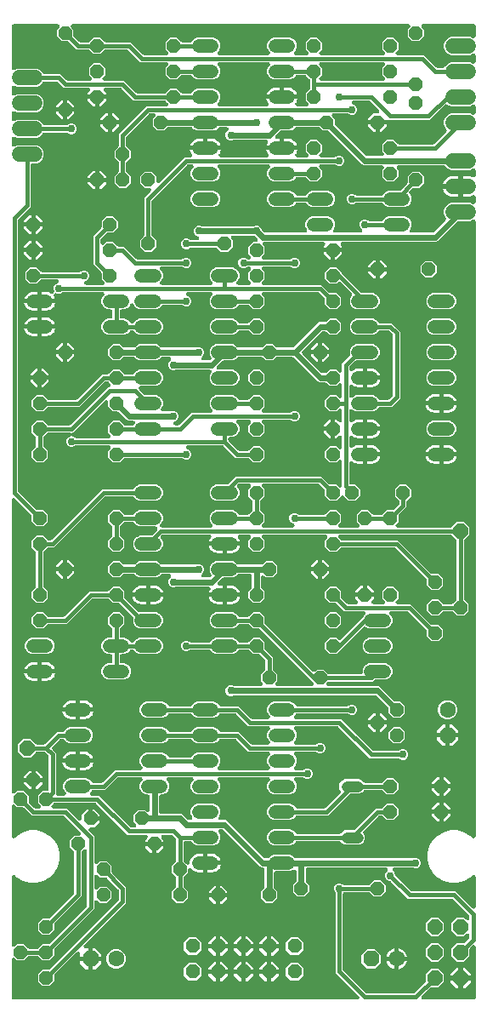
<source format=gtl>
G04 EAGLE Gerber RS-274X export*
G75*
%MOMM*%
%FSLAX34Y34*%
%LPD*%
%INTop Copper*%
%IPPOS*%
%AMOC8*
5,1,8,0,0,1.08239X$1,22.5*%
G01*
%ADD10P,1.429621X8X202.500000*%
%ADD11P,1.732040X8X292.500000*%
%ADD12C,1.600200*%
%ADD13P,1.429621X8X22.500000*%
%ADD14P,1.429621X8X112.500000*%
%ADD15C,1.320800*%
%ADD16P,1.649562X8X292.500000*%
%ADD17C,1.117600*%
%ADD18P,1.429621X8X292.500000*%
%ADD19P,1.649562X8X22.500000*%
%ADD20C,1.524000*%
%ADD21P,1.539592X8X202.500000*%
%ADD22P,1.732040X8X202.500000*%
%ADD23C,0.756400*%
%ADD24C,0.609600*%
%ADD25C,0.406400*%

G36*
X470435Y100614D02*
X470435Y100614D01*
X470444Y100614D01*
X470633Y100636D01*
X470826Y100657D01*
X470835Y100660D01*
X470843Y100661D01*
X471025Y100720D01*
X471210Y100778D01*
X471218Y100783D01*
X471226Y100785D01*
X471395Y100880D01*
X471562Y100973D01*
X471569Y100979D01*
X471577Y100983D01*
X471723Y101109D01*
X471869Y101234D01*
X471875Y101241D01*
X471882Y101246D01*
X471999Y101398D01*
X472119Y101550D01*
X472123Y101558D01*
X472128Y101565D01*
X472214Y101737D01*
X472301Y101908D01*
X472304Y101917D01*
X472308Y101925D01*
X472357Y102109D01*
X472409Y102296D01*
X472410Y102305D01*
X472412Y102314D01*
X472439Y102645D01*
X472439Y132086D01*
X472438Y132095D01*
X472439Y132104D01*
X472418Y132295D01*
X472399Y132486D01*
X472397Y132495D01*
X472396Y132504D01*
X472338Y132686D01*
X472281Y132871D01*
X472277Y132879D01*
X472274Y132888D01*
X472181Y133056D01*
X472089Y133225D01*
X472084Y133232D01*
X472079Y133240D01*
X471954Y133388D01*
X471832Y133535D01*
X471825Y133540D01*
X471819Y133547D01*
X471667Y133667D01*
X471518Y133787D01*
X471510Y133791D01*
X471503Y133797D01*
X471331Y133884D01*
X471161Y133972D01*
X471152Y133975D01*
X471144Y133979D01*
X470958Y134031D01*
X470774Y134084D01*
X470765Y134085D01*
X470756Y134087D01*
X470564Y134101D01*
X470372Y134117D01*
X470364Y134116D01*
X470355Y134116D01*
X470162Y134092D01*
X469973Y134070D01*
X469964Y134067D01*
X469955Y134066D01*
X469772Y134004D01*
X469590Y133945D01*
X469582Y133940D01*
X469574Y133938D01*
X469408Y133842D01*
X469239Y133747D01*
X469232Y133741D01*
X469225Y133737D01*
X468972Y133522D01*
X466914Y131465D01*
X460948Y128020D01*
X454294Y126237D01*
X447406Y126237D01*
X440752Y128020D01*
X434786Y131465D01*
X429915Y136336D01*
X426470Y142302D01*
X424687Y148956D01*
X424687Y155844D01*
X426470Y162498D01*
X429915Y168464D01*
X434786Y173335D01*
X440752Y176780D01*
X447406Y178563D01*
X454294Y178563D01*
X460948Y176780D01*
X466914Y173335D01*
X468972Y171278D01*
X468979Y171272D01*
X468984Y171265D01*
X469134Y171145D01*
X469283Y171023D01*
X469291Y171019D01*
X469298Y171013D01*
X469468Y170925D01*
X469639Y170834D01*
X469648Y170832D01*
X469655Y170828D01*
X469840Y170775D01*
X470025Y170719D01*
X470034Y170719D01*
X470042Y170716D01*
X470233Y170701D01*
X470426Y170683D01*
X470435Y170684D01*
X470444Y170683D01*
X470633Y170706D01*
X470826Y170726D01*
X470835Y170729D01*
X470843Y170730D01*
X471025Y170790D01*
X471210Y170848D01*
X471218Y170852D01*
X471226Y170855D01*
X471395Y170950D01*
X471562Y171043D01*
X471569Y171049D01*
X471577Y171053D01*
X471723Y171179D01*
X471869Y171303D01*
X471875Y171310D01*
X471882Y171316D01*
X471999Y171468D01*
X472119Y171619D01*
X472123Y171627D01*
X472128Y171634D01*
X472213Y171805D01*
X472301Y171978D01*
X472304Y171987D01*
X472308Y171995D01*
X472358Y172181D01*
X472409Y172366D01*
X472410Y172375D01*
X472412Y172384D01*
X472439Y172714D01*
X472439Y783968D01*
X472438Y783981D01*
X472439Y783995D01*
X472418Y784181D01*
X472399Y784368D01*
X472395Y784381D01*
X472394Y784395D01*
X472336Y784574D01*
X472281Y784753D01*
X472275Y784765D01*
X472271Y784778D01*
X472179Y784943D01*
X472089Y785107D01*
X472081Y785118D01*
X472074Y785129D01*
X471952Y785273D01*
X471832Y785417D01*
X471821Y785425D01*
X471813Y785435D01*
X471664Y785552D01*
X471518Y785669D01*
X471506Y785675D01*
X471496Y785683D01*
X471326Y785768D01*
X471161Y785855D01*
X471148Y785858D01*
X471136Y785864D01*
X470953Y785914D01*
X470774Y785966D01*
X470760Y785967D01*
X470747Y785971D01*
X470559Y785983D01*
X470372Y785999D01*
X470359Y785997D01*
X470346Y785998D01*
X470158Y785974D01*
X469973Y785952D01*
X469960Y785948D01*
X469947Y785946D01*
X469631Y785844D01*
X466639Y784605D01*
X455363Y784605D01*
X455337Y784603D01*
X455310Y784605D01*
X455136Y784583D01*
X454963Y784565D01*
X454937Y784558D01*
X454911Y784554D01*
X454745Y784499D01*
X454578Y784447D01*
X454554Y784434D01*
X454529Y784426D01*
X454377Y784339D01*
X454224Y784255D01*
X454203Y784238D01*
X454180Y784225D01*
X453927Y784010D01*
X434390Y764473D01*
X432710Y763777D01*
X339909Y763777D01*
X339900Y763776D01*
X339891Y763777D01*
X339700Y763756D01*
X339509Y763737D01*
X339500Y763735D01*
X339491Y763734D01*
X339309Y763676D01*
X339124Y763619D01*
X339116Y763615D01*
X339107Y763612D01*
X338939Y763519D01*
X338770Y763427D01*
X338763Y763422D01*
X338755Y763417D01*
X338607Y763292D01*
X338460Y763170D01*
X338455Y763163D01*
X338448Y763157D01*
X338328Y763005D01*
X338208Y762856D01*
X338204Y762848D01*
X338198Y762841D01*
X338111Y762669D01*
X338023Y762499D01*
X338020Y762490D01*
X338016Y762482D01*
X337964Y762296D01*
X337911Y762112D01*
X337910Y762103D01*
X337908Y762094D01*
X337894Y761902D01*
X337878Y761710D01*
X337879Y761702D01*
X337879Y761693D01*
X337903Y761500D01*
X337925Y761311D01*
X337928Y761302D01*
X337929Y761293D01*
X337990Y761110D01*
X338050Y760928D01*
X338054Y760920D01*
X338057Y760912D01*
X338153Y760746D01*
X338248Y760577D01*
X338254Y760570D01*
X338258Y760563D01*
X338473Y760310D01*
X339345Y759438D01*
X339345Y757681D01*
X330200Y757681D01*
X321055Y757681D01*
X321055Y759438D01*
X321927Y760310D01*
X321933Y760317D01*
X321940Y760322D01*
X322061Y760473D01*
X322182Y760621D01*
X322186Y760629D01*
X322192Y760636D01*
X322280Y760806D01*
X322371Y760977D01*
X322373Y760986D01*
X322377Y760993D01*
X322431Y761178D01*
X322486Y761363D01*
X322486Y761372D01*
X322489Y761380D01*
X322505Y761571D01*
X322522Y761764D01*
X322521Y761773D01*
X322522Y761782D01*
X322500Y761971D01*
X322479Y762164D01*
X322476Y762173D01*
X322475Y762181D01*
X322415Y762363D01*
X322357Y762548D01*
X322353Y762556D01*
X322350Y762564D01*
X322256Y762731D01*
X322162Y762900D01*
X322156Y762907D01*
X322152Y762915D01*
X322027Y763060D01*
X321902Y763207D01*
X321895Y763213D01*
X321889Y763220D01*
X321738Y763336D01*
X321586Y763457D01*
X321578Y763461D01*
X321571Y763466D01*
X321400Y763551D01*
X321227Y763639D01*
X321218Y763642D01*
X321210Y763646D01*
X321025Y763695D01*
X320839Y763747D01*
X320830Y763748D01*
X320822Y763750D01*
X320491Y763777D01*
X262272Y763777D01*
X262264Y763776D01*
X262255Y763777D01*
X262063Y763756D01*
X261872Y763737D01*
X261863Y763735D01*
X261854Y763734D01*
X261672Y763676D01*
X261487Y763619D01*
X261479Y763615D01*
X261470Y763612D01*
X261302Y763519D01*
X261133Y763427D01*
X261126Y763422D01*
X261118Y763417D01*
X260970Y763292D01*
X260824Y763170D01*
X260818Y763163D01*
X260811Y763157D01*
X260691Y763005D01*
X260571Y762856D01*
X260567Y762848D01*
X260562Y762841D01*
X260474Y762669D01*
X260386Y762499D01*
X260383Y762490D01*
X260379Y762482D01*
X260327Y762296D01*
X260274Y762112D01*
X260274Y762103D01*
X260271Y762094D01*
X260257Y761902D01*
X260241Y761710D01*
X260242Y761702D01*
X260242Y761693D01*
X260266Y761500D01*
X260288Y761311D01*
X260291Y761302D01*
X260292Y761293D01*
X260354Y761110D01*
X260413Y760928D01*
X260418Y760920D01*
X260420Y760912D01*
X260516Y760746D01*
X260611Y760577D01*
X260617Y760570D01*
X260621Y760563D01*
X260836Y760310D01*
X262129Y759017D01*
X262129Y752283D01*
X259820Y749974D01*
X259814Y749967D01*
X259808Y749962D01*
X259687Y749812D01*
X259565Y749663D01*
X259561Y749655D01*
X259555Y749648D01*
X259467Y749478D01*
X259376Y749307D01*
X259374Y749298D01*
X259370Y749291D01*
X259317Y749106D01*
X259262Y748921D01*
X259261Y748912D01*
X259258Y748904D01*
X259243Y748713D01*
X259225Y748520D01*
X259226Y748511D01*
X259225Y748502D01*
X259248Y748313D01*
X259269Y748120D01*
X259271Y748111D01*
X259272Y748103D01*
X259332Y747921D01*
X259390Y747736D01*
X259394Y747728D01*
X259397Y747720D01*
X259492Y747551D01*
X259585Y747384D01*
X259591Y747377D01*
X259595Y747369D01*
X259721Y747223D01*
X259845Y747077D01*
X259852Y747071D01*
X259858Y747064D01*
X260010Y746947D01*
X260161Y746827D01*
X260169Y746823D01*
X260176Y746818D01*
X260348Y746732D01*
X260520Y746645D01*
X260529Y746642D01*
X260537Y746638D01*
X260723Y746588D01*
X260908Y746537D01*
X260917Y746536D01*
X260926Y746534D01*
X261256Y746507D01*
X287310Y746507D01*
X287337Y746509D01*
X287364Y746507D01*
X287538Y746529D01*
X287711Y746547D01*
X287737Y746554D01*
X287763Y746558D01*
X287929Y746613D01*
X288096Y746665D01*
X288120Y746678D01*
X288145Y746686D01*
X288297Y746773D01*
X288450Y746857D01*
X288471Y746874D01*
X288494Y746887D01*
X288747Y747102D01*
X289094Y747449D01*
X291044Y748257D01*
X293156Y748257D01*
X295106Y747449D01*
X296599Y745956D01*
X297407Y744006D01*
X297407Y741894D01*
X296599Y739944D01*
X295106Y738451D01*
X293156Y737643D01*
X291044Y737643D01*
X289094Y738451D01*
X288747Y738798D01*
X288732Y738810D01*
X288722Y738822D01*
X288717Y738826D01*
X288709Y738836D01*
X288571Y738943D01*
X288435Y739053D01*
X288412Y739066D01*
X288391Y739082D01*
X288234Y739160D01*
X288080Y739242D01*
X288054Y739250D01*
X288030Y739262D01*
X287861Y739307D01*
X287694Y739357D01*
X287667Y739359D01*
X287641Y739366D01*
X287310Y739393D01*
X261256Y739393D01*
X261248Y739392D01*
X261239Y739393D01*
X261047Y739372D01*
X260856Y739353D01*
X260847Y739351D01*
X260838Y739350D01*
X260656Y739292D01*
X260471Y739235D01*
X260463Y739231D01*
X260454Y739228D01*
X260286Y739135D01*
X260117Y739043D01*
X260110Y739038D01*
X260102Y739033D01*
X259955Y738909D01*
X259808Y738786D01*
X259802Y738779D01*
X259795Y738773D01*
X259676Y738622D01*
X259555Y738472D01*
X259551Y738464D01*
X259546Y738457D01*
X259458Y738284D01*
X259370Y738115D01*
X259367Y738106D01*
X259363Y738098D01*
X259311Y737912D01*
X259258Y737728D01*
X259258Y737719D01*
X259255Y737710D01*
X259241Y737517D01*
X259225Y737326D01*
X259226Y737318D01*
X259226Y737309D01*
X259250Y737116D01*
X259272Y736927D01*
X259275Y736918D01*
X259276Y736909D01*
X259338Y736726D01*
X259397Y736544D01*
X259402Y736536D01*
X259404Y736528D01*
X259500Y736362D01*
X259595Y736193D01*
X259601Y736186D01*
X259605Y736179D01*
X259820Y735926D01*
X262129Y733617D01*
X262129Y726883D01*
X259820Y724574D01*
X259814Y724567D01*
X259808Y724562D01*
X259687Y724412D01*
X259565Y724263D01*
X259561Y724255D01*
X259555Y724248D01*
X259467Y724078D01*
X259376Y723907D01*
X259374Y723898D01*
X259370Y723891D01*
X259317Y723706D01*
X259262Y723521D01*
X259261Y723512D01*
X259258Y723504D01*
X259243Y723312D01*
X259225Y723120D01*
X259226Y723111D01*
X259225Y723102D01*
X259248Y722912D01*
X259269Y722720D01*
X259271Y722711D01*
X259272Y722703D01*
X259332Y722521D01*
X259390Y722336D01*
X259394Y722328D01*
X259397Y722320D01*
X259492Y722151D01*
X259585Y721984D01*
X259591Y721977D01*
X259595Y721969D01*
X259721Y721823D01*
X259845Y721677D01*
X259852Y721671D01*
X259858Y721664D01*
X260010Y721547D01*
X260161Y721427D01*
X260169Y721423D01*
X260176Y721418D01*
X260348Y721332D01*
X260520Y721245D01*
X260529Y721242D01*
X260537Y721238D01*
X260723Y721188D01*
X260908Y721137D01*
X260917Y721136D01*
X260926Y721134D01*
X261256Y721107D01*
X318973Y721107D01*
X326506Y713574D01*
X326527Y713557D01*
X326544Y713536D01*
X326682Y713429D01*
X326818Y713319D01*
X326841Y713306D01*
X326863Y713290D01*
X327019Y713212D01*
X327173Y713130D01*
X327199Y713122D01*
X327223Y713110D01*
X327392Y713065D01*
X327559Y713015D01*
X327586Y713013D01*
X327612Y713006D01*
X327943Y712979D01*
X333567Y712979D01*
X338329Y708217D01*
X338329Y701483D01*
X333567Y696721D01*
X326833Y696721D01*
X322071Y701483D01*
X322071Y707107D01*
X322069Y707134D01*
X322071Y707161D01*
X322049Y707335D01*
X322031Y707508D01*
X322024Y707534D01*
X322020Y707560D01*
X321964Y707726D01*
X321913Y707893D01*
X321900Y707917D01*
X321892Y707942D01*
X321805Y708093D01*
X321721Y708247D01*
X321704Y708267D01*
X321691Y708291D01*
X321476Y708544D01*
X316622Y713398D01*
X316601Y713415D01*
X316583Y713436D01*
X316446Y713542D01*
X316310Y713653D01*
X316286Y713666D01*
X316265Y713682D01*
X316109Y713760D01*
X315954Y713842D01*
X315929Y713850D01*
X315905Y713862D01*
X315736Y713907D01*
X315569Y713957D01*
X315542Y713959D01*
X315516Y713966D01*
X315185Y713993D01*
X261256Y713993D01*
X261248Y713992D01*
X261239Y713993D01*
X261047Y713972D01*
X260856Y713953D01*
X260847Y713951D01*
X260838Y713950D01*
X260656Y713892D01*
X260471Y713835D01*
X260463Y713831D01*
X260454Y713828D01*
X260286Y713735D01*
X260117Y713643D01*
X260110Y713638D01*
X260102Y713633D01*
X259955Y713509D01*
X259808Y713386D01*
X259802Y713379D01*
X259795Y713373D01*
X259676Y713222D01*
X259555Y713072D01*
X259551Y713064D01*
X259546Y713057D01*
X259458Y712884D01*
X259370Y712715D01*
X259367Y712706D01*
X259363Y712698D01*
X259311Y712512D01*
X259258Y712328D01*
X259258Y712319D01*
X259255Y712310D01*
X259241Y712117D01*
X259225Y711926D01*
X259226Y711918D01*
X259226Y711909D01*
X259250Y711716D01*
X259272Y711527D01*
X259275Y711518D01*
X259276Y711509D01*
X259338Y711326D01*
X259397Y711144D01*
X259402Y711136D01*
X259404Y711128D01*
X259500Y710962D01*
X259595Y710793D01*
X259601Y710786D01*
X259605Y710779D01*
X259820Y710526D01*
X262129Y708217D01*
X262129Y701483D01*
X257367Y696721D01*
X250633Y696721D01*
X246656Y700698D01*
X246635Y700715D01*
X246618Y700736D01*
X246480Y700843D01*
X246344Y700953D01*
X246321Y700966D01*
X246300Y700982D01*
X246143Y701060D01*
X245989Y701142D01*
X245963Y701150D01*
X245939Y701162D01*
X245770Y701207D01*
X245603Y701257D01*
X245576Y701259D01*
X245550Y701266D01*
X245220Y701293D01*
X237536Y701293D01*
X237514Y701291D01*
X237492Y701293D01*
X237315Y701271D01*
X237136Y701253D01*
X237115Y701247D01*
X237092Y701244D01*
X236923Y701188D01*
X236751Y701135D01*
X236731Y701125D01*
X236710Y701118D01*
X236555Y701029D01*
X236397Y700943D01*
X236380Y700929D01*
X236360Y700918D01*
X236225Y700800D01*
X236088Y700686D01*
X236074Y700668D01*
X236057Y700654D01*
X235948Y700512D01*
X235835Y700372D01*
X235825Y700352D01*
X235811Y700334D01*
X235787Y700288D01*
X233459Y697959D01*
X230471Y696721D01*
X214029Y696721D01*
X211041Y697959D01*
X208755Y700245D01*
X207517Y703233D01*
X207517Y706467D01*
X208755Y709455D01*
X209826Y710526D01*
X209832Y710533D01*
X209838Y710538D01*
X209960Y710689D01*
X210081Y710837D01*
X210085Y710845D01*
X210091Y710852D01*
X210179Y711022D01*
X210270Y711193D01*
X210272Y711202D01*
X210276Y711209D01*
X210329Y711394D01*
X210384Y711579D01*
X210385Y711588D01*
X210388Y711596D01*
X210403Y711787D01*
X210421Y711980D01*
X210420Y711989D01*
X210421Y711998D01*
X210398Y712187D01*
X210377Y712380D01*
X210375Y712389D01*
X210374Y712397D01*
X210314Y712579D01*
X210256Y712764D01*
X210252Y712772D01*
X210249Y712780D01*
X210155Y712947D01*
X210061Y713116D01*
X210055Y713123D01*
X210051Y713131D01*
X209926Y713275D01*
X209801Y713423D01*
X209794Y713429D01*
X209788Y713436D01*
X209637Y713552D01*
X209485Y713673D01*
X209477Y713677D01*
X209470Y713682D01*
X209299Y713767D01*
X209126Y713855D01*
X209117Y713858D01*
X209109Y713862D01*
X208924Y713911D01*
X208738Y713963D01*
X208729Y713964D01*
X208720Y713966D01*
X208390Y713993D01*
X186155Y713993D01*
X186151Y713993D01*
X186146Y713993D01*
X185952Y713973D01*
X185754Y713953D01*
X185750Y713952D01*
X185746Y713952D01*
X185558Y713893D01*
X185370Y713835D01*
X185366Y713833D01*
X185361Y713832D01*
X185187Y713736D01*
X185016Y713643D01*
X185012Y713641D01*
X185008Y713638D01*
X184855Y713510D01*
X184706Y713386D01*
X184704Y713382D01*
X184700Y713379D01*
X184577Y713224D01*
X184454Y713072D01*
X184452Y713068D01*
X184449Y713064D01*
X184357Y712886D01*
X184268Y712715D01*
X184267Y712710D01*
X184265Y712706D01*
X184210Y712513D01*
X184157Y712328D01*
X184157Y712323D01*
X184155Y712319D01*
X184140Y712123D01*
X184124Y711926D01*
X184125Y711922D01*
X184124Y711918D01*
X184148Y711719D01*
X184171Y711527D01*
X184172Y711522D01*
X184173Y711518D01*
X184234Y711333D01*
X184296Y711144D01*
X184298Y711140D01*
X184300Y711136D01*
X184396Y710967D01*
X184494Y710793D01*
X184497Y710790D01*
X184499Y710786D01*
X184627Y710639D01*
X184757Y710489D01*
X184761Y710486D01*
X184763Y710482D01*
X184920Y710362D01*
X185075Y710242D01*
X185079Y710240D01*
X185083Y710237D01*
X185378Y710085D01*
X187156Y709349D01*
X188649Y707856D01*
X189457Y705906D01*
X189457Y703794D01*
X188649Y701844D01*
X187156Y700351D01*
X185206Y699543D01*
X183094Y699543D01*
X181144Y700351D01*
X180797Y700698D01*
X180776Y700715D01*
X180759Y700736D01*
X180621Y700843D01*
X180485Y700953D01*
X180462Y700966D01*
X180441Y700982D01*
X180284Y701060D01*
X180130Y701142D01*
X180104Y701150D01*
X180080Y701162D01*
X179911Y701207D01*
X179744Y701257D01*
X179717Y701259D01*
X179691Y701266D01*
X179360Y701293D01*
X161336Y701293D01*
X161314Y701291D01*
X161292Y701293D01*
X161115Y701271D01*
X160936Y701253D01*
X160915Y701247D01*
X160892Y701244D01*
X160723Y701188D01*
X160551Y701135D01*
X160531Y701125D01*
X160510Y701118D01*
X160355Y701029D01*
X160197Y700943D01*
X160180Y700929D01*
X160160Y700918D01*
X160025Y700800D01*
X159888Y700686D01*
X159874Y700668D01*
X159857Y700654D01*
X159748Y700512D01*
X159635Y700372D01*
X159625Y700352D01*
X159611Y700334D01*
X159587Y700288D01*
X157259Y697959D01*
X154271Y696721D01*
X137829Y696721D01*
X134841Y697959D01*
X132555Y700245D01*
X132052Y701460D01*
X132047Y701468D01*
X132045Y701477D01*
X131953Y701645D01*
X131861Y701815D01*
X131856Y701822D01*
X131851Y701830D01*
X131728Y701977D01*
X131605Y702125D01*
X131598Y702131D01*
X131592Y702138D01*
X131443Y702257D01*
X131292Y702379D01*
X131284Y702383D01*
X131278Y702389D01*
X131107Y702476D01*
X130936Y702566D01*
X130927Y702569D01*
X130919Y702573D01*
X130736Y702625D01*
X130550Y702679D01*
X130540Y702680D01*
X130532Y702682D01*
X130341Y702697D01*
X130148Y702714D01*
X130139Y702713D01*
X130131Y702714D01*
X129941Y702691D01*
X129748Y702669D01*
X129740Y702666D01*
X129731Y702665D01*
X129548Y702605D01*
X129365Y702546D01*
X129357Y702541D01*
X129349Y702538D01*
X129181Y702443D01*
X129014Y702349D01*
X129007Y702343D01*
X128999Y702339D01*
X128853Y702212D01*
X128708Y702087D01*
X128702Y702080D01*
X128695Y702075D01*
X128577Y701921D01*
X128459Y701770D01*
X128455Y701762D01*
X128450Y701755D01*
X128298Y701460D01*
X127795Y700245D01*
X125509Y697959D01*
X122521Y696721D01*
X119888Y696721D01*
X119870Y696719D01*
X119852Y696721D01*
X119670Y696700D01*
X119487Y696681D01*
X119470Y696676D01*
X119453Y696674D01*
X119278Y696617D01*
X119102Y696563D01*
X119087Y696555D01*
X119070Y696549D01*
X118910Y696459D01*
X118748Y696371D01*
X118735Y696360D01*
X118719Y696351D01*
X118580Y696231D01*
X118439Y696114D01*
X118428Y696100D01*
X118414Y696088D01*
X118302Y695943D01*
X118187Y695800D01*
X118179Y695784D01*
X118168Y695770D01*
X118086Y695605D01*
X118001Y695443D01*
X117996Y695426D01*
X117988Y695410D01*
X117941Y695231D01*
X117890Y695056D01*
X117888Y695038D01*
X117884Y695021D01*
X117857Y694690D01*
X117857Y689610D01*
X117859Y689592D01*
X117857Y689574D01*
X117878Y689392D01*
X117897Y689209D01*
X117902Y689192D01*
X117904Y689175D01*
X117961Y689000D01*
X118015Y688824D01*
X118023Y688809D01*
X118029Y688792D01*
X118119Y688632D01*
X118207Y688470D01*
X118218Y688457D01*
X118227Y688441D01*
X118347Y688302D01*
X118464Y688161D01*
X118478Y688150D01*
X118490Y688136D01*
X118635Y688024D01*
X118778Y687909D01*
X118794Y687901D01*
X118808Y687890D01*
X118973Y687808D01*
X119135Y687723D01*
X119152Y687718D01*
X119168Y687710D01*
X119347Y687663D01*
X119522Y687612D01*
X119540Y687610D01*
X119557Y687606D01*
X119888Y687579D01*
X122521Y687579D01*
X125509Y686341D01*
X127849Y684001D01*
X127900Y683906D01*
X127914Y683889D01*
X127925Y683869D01*
X128042Y683734D01*
X128156Y683595D01*
X128174Y683581D01*
X128188Y683564D01*
X128330Y683455D01*
X128469Y683342D01*
X128489Y683331D01*
X128506Y683318D01*
X128667Y683238D01*
X128826Y683155D01*
X128847Y683148D01*
X128867Y683138D01*
X129041Y683092D01*
X129212Y683042D01*
X129234Y683040D01*
X129256Y683034D01*
X129586Y683007D01*
X130764Y683007D01*
X130786Y683009D01*
X130808Y683007D01*
X130986Y683029D01*
X131164Y683047D01*
X131186Y683053D01*
X131208Y683056D01*
X131378Y683112D01*
X131549Y683165D01*
X131569Y683175D01*
X131590Y683183D01*
X131746Y683271D01*
X131903Y683357D01*
X131920Y683371D01*
X131940Y683382D01*
X132075Y683500D01*
X132212Y683614D01*
X132226Y683632D01*
X132243Y683647D01*
X132352Y683789D01*
X132465Y683928D01*
X132475Y683948D01*
X132489Y683966D01*
X132513Y684013D01*
X134841Y686341D01*
X137829Y687579D01*
X154271Y687579D01*
X157259Y686341D01*
X159545Y684055D01*
X160783Y681067D01*
X160783Y677833D01*
X159545Y674845D01*
X157259Y672559D01*
X154271Y671321D01*
X137829Y671321D01*
X134841Y672559D01*
X132501Y674899D01*
X132450Y674994D01*
X132436Y675011D01*
X132425Y675031D01*
X132308Y675167D01*
X132194Y675304D01*
X132176Y675319D01*
X132162Y675336D01*
X132021Y675445D01*
X131881Y675558D01*
X131861Y675569D01*
X131844Y675582D01*
X131683Y675662D01*
X131525Y675745D01*
X131503Y675752D01*
X131483Y675762D01*
X131309Y675808D01*
X131138Y675858D01*
X131116Y675860D01*
X131094Y675866D01*
X130764Y675893D01*
X129586Y675893D01*
X129564Y675891D01*
X129542Y675893D01*
X129365Y675871D01*
X129186Y675853D01*
X129165Y675847D01*
X129142Y675844D01*
X128973Y675788D01*
X128801Y675735D01*
X128781Y675725D01*
X128760Y675718D01*
X128605Y675629D01*
X128447Y675543D01*
X128430Y675529D01*
X128410Y675518D01*
X128275Y675400D01*
X128138Y675286D01*
X128124Y675268D01*
X128107Y675254D01*
X127998Y675112D01*
X127885Y674972D01*
X127875Y674952D01*
X127861Y674934D01*
X127837Y674888D01*
X125509Y672559D01*
X122521Y671321D01*
X106079Y671321D01*
X103091Y672559D01*
X100805Y674845D01*
X99567Y677833D01*
X99567Y681067D01*
X100805Y684055D01*
X103091Y686341D01*
X106079Y687579D01*
X108712Y687579D01*
X108730Y687581D01*
X108748Y687579D01*
X108930Y687600D01*
X109113Y687619D01*
X109130Y687624D01*
X109147Y687626D01*
X109322Y687683D01*
X109498Y687737D01*
X109513Y687745D01*
X109530Y687751D01*
X109690Y687841D01*
X109852Y687929D01*
X109865Y687940D01*
X109881Y687949D01*
X110020Y688069D01*
X110161Y688186D01*
X110172Y688200D01*
X110186Y688212D01*
X110298Y688357D01*
X110413Y688500D01*
X110421Y688516D01*
X110432Y688530D01*
X110514Y688695D01*
X110599Y688857D01*
X110604Y688874D01*
X110612Y688890D01*
X110659Y689069D01*
X110710Y689244D01*
X110712Y689262D01*
X110716Y689279D01*
X110743Y689610D01*
X110743Y694690D01*
X110741Y694708D01*
X110743Y694726D01*
X110722Y694908D01*
X110703Y695091D01*
X110698Y695108D01*
X110696Y695125D01*
X110639Y695300D01*
X110585Y695476D01*
X110577Y695491D01*
X110571Y695508D01*
X110481Y695668D01*
X110393Y695830D01*
X110382Y695843D01*
X110373Y695859D01*
X110253Y695998D01*
X110136Y696139D01*
X110122Y696150D01*
X110110Y696164D01*
X109965Y696276D01*
X109822Y696391D01*
X109806Y696399D01*
X109792Y696410D01*
X109627Y696492D01*
X109465Y696577D01*
X109448Y696582D01*
X109432Y696590D01*
X109253Y696637D01*
X109078Y696688D01*
X109060Y696690D01*
X109043Y696694D01*
X108712Y696721D01*
X106079Y696721D01*
X103091Y697959D01*
X100805Y700245D01*
X99567Y703233D01*
X99567Y706467D01*
X100805Y709455D01*
X101876Y710526D01*
X101882Y710533D01*
X101888Y710538D01*
X102010Y710689D01*
X102131Y710837D01*
X102135Y710845D01*
X102141Y710852D01*
X102229Y711022D01*
X102320Y711193D01*
X102322Y711202D01*
X102326Y711209D01*
X102379Y711394D01*
X102434Y711579D01*
X102435Y711588D01*
X102438Y711596D01*
X102453Y711787D01*
X102471Y711980D01*
X102470Y711989D01*
X102471Y711998D01*
X102448Y712187D01*
X102427Y712380D01*
X102425Y712389D01*
X102424Y712397D01*
X102364Y712579D01*
X102306Y712764D01*
X102302Y712772D01*
X102299Y712780D01*
X102205Y712947D01*
X102111Y713116D01*
X102105Y713123D01*
X102101Y713131D01*
X101976Y713275D01*
X101851Y713423D01*
X101844Y713429D01*
X101838Y713436D01*
X101687Y713552D01*
X101535Y713673D01*
X101527Y713677D01*
X101520Y713682D01*
X101349Y713767D01*
X101176Y713855D01*
X101167Y713858D01*
X101159Y713862D01*
X100974Y713911D01*
X100788Y713963D01*
X100779Y713964D01*
X100770Y713966D01*
X100440Y713993D01*
X61940Y713993D01*
X61913Y713991D01*
X61886Y713993D01*
X61712Y713971D01*
X61539Y713953D01*
X61513Y713946D01*
X61487Y713942D01*
X61321Y713887D01*
X61154Y713835D01*
X61130Y713822D01*
X61105Y713814D01*
X60953Y713727D01*
X60800Y713643D01*
X60779Y713626D01*
X60756Y713613D01*
X60503Y713398D01*
X60156Y713051D01*
X58206Y712243D01*
X56094Y712243D01*
X54940Y712721D01*
X54895Y712735D01*
X54853Y712755D01*
X54703Y712793D01*
X54555Y712838D01*
X54508Y712842D01*
X54463Y712854D01*
X54308Y712861D01*
X54154Y712876D01*
X54108Y712871D01*
X54061Y712873D01*
X53908Y712850D01*
X53753Y712834D01*
X53709Y712820D01*
X53663Y712813D01*
X53517Y712761D01*
X53369Y712715D01*
X53328Y712692D01*
X53284Y712676D01*
X53152Y712596D01*
X53016Y712521D01*
X52980Y712491D01*
X52940Y712467D01*
X52826Y712362D01*
X52708Y712262D01*
X52679Y712226D01*
X52644Y712194D01*
X52553Y712068D01*
X52457Y711947D01*
X52435Y711906D01*
X52408Y711868D01*
X52344Y711727D01*
X52273Y711589D01*
X52260Y711544D01*
X52241Y711502D01*
X52205Y711351D01*
X52163Y711202D01*
X52160Y711155D01*
X52149Y711110D01*
X52144Y710954D01*
X52132Y710800D01*
X52138Y710754D01*
X52136Y710707D01*
X52162Y710554D01*
X52181Y710401D01*
X52195Y710356D01*
X52203Y710310D01*
X52258Y710166D01*
X52307Y710018D01*
X52330Y709978D01*
X52347Y709934D01*
X52477Y709721D01*
X52507Y709669D01*
X52513Y709661D01*
X52520Y709651D01*
X52525Y709643D01*
X53179Y708360D01*
X53624Y706991D01*
X53641Y706881D01*
X40131Y706881D01*
X40131Y713995D01*
X45424Y713995D01*
X46845Y713770D01*
X48214Y713325D01*
X49572Y712633D01*
X49655Y712600D01*
X49734Y712559D01*
X49842Y712528D01*
X49947Y712486D01*
X50035Y712471D01*
X50120Y712446D01*
X50233Y712436D01*
X50344Y712417D01*
X50433Y712419D01*
X50521Y712412D01*
X50633Y712424D01*
X50746Y712427D01*
X50833Y712447D01*
X50921Y712457D01*
X51029Y712491D01*
X51139Y712516D01*
X51220Y712553D01*
X51305Y712580D01*
X51403Y712635D01*
X51506Y712681D01*
X51578Y712733D01*
X51656Y712776D01*
X51742Y712850D01*
X51834Y712915D01*
X51894Y712980D01*
X51962Y713038D01*
X52032Y713127D01*
X52109Y713210D01*
X52155Y713285D01*
X52210Y713355D01*
X52261Y713456D01*
X52320Y713552D01*
X52351Y713635D01*
X52391Y713715D01*
X52421Y713824D01*
X52460Y713930D01*
X52474Y714017D01*
X52497Y714103D01*
X52505Y714216D01*
X52523Y714328D01*
X52519Y714416D01*
X52525Y714505D01*
X52510Y714617D01*
X52505Y714730D01*
X52484Y714816D01*
X52473Y714904D01*
X52429Y715039D01*
X52409Y715121D01*
X52390Y715162D01*
X52371Y715220D01*
X51843Y716494D01*
X51843Y718606D01*
X52651Y720556D01*
X54144Y722049D01*
X55922Y722785D01*
X55926Y722788D01*
X55930Y722789D01*
X56102Y722882D01*
X56277Y722976D01*
X56281Y722978D01*
X56284Y722981D01*
X56432Y723103D01*
X56587Y723232D01*
X56590Y723235D01*
X56594Y723238D01*
X56717Y723391D01*
X56841Y723545D01*
X56843Y723549D01*
X56846Y723552D01*
X56935Y723723D01*
X57028Y723901D01*
X57030Y723905D01*
X57032Y723909D01*
X57086Y724097D01*
X57141Y724288D01*
X57142Y724292D01*
X57143Y724296D01*
X57159Y724494D01*
X57176Y724689D01*
X57175Y724693D01*
X57176Y724698D01*
X57153Y724888D01*
X57131Y725089D01*
X57129Y725093D01*
X57129Y725097D01*
X57068Y725283D01*
X57008Y725472D01*
X57005Y725476D01*
X57004Y725480D01*
X56909Y725649D01*
X56811Y725824D01*
X56808Y725827D01*
X56806Y725831D01*
X56678Y725979D01*
X56549Y726129D01*
X56546Y726132D01*
X56543Y726136D01*
X56388Y726256D01*
X56232Y726378D01*
X56228Y726380D01*
X56225Y726382D01*
X56049Y726470D01*
X55873Y726558D01*
X55868Y726560D01*
X55864Y726562D01*
X55673Y726613D01*
X55484Y726665D01*
X55480Y726665D01*
X55476Y726666D01*
X55145Y726693D01*
X40530Y726693D01*
X40504Y726691D01*
X40477Y726693D01*
X40303Y726671D01*
X40130Y726653D01*
X40104Y726646D01*
X40078Y726642D01*
X39912Y726586D01*
X39745Y726535D01*
X39721Y726522D01*
X39696Y726514D01*
X39544Y726427D01*
X39391Y726343D01*
X39370Y726326D01*
X39347Y726313D01*
X39094Y726098D01*
X35117Y722121D01*
X28383Y722121D01*
X23621Y726883D01*
X23621Y733617D01*
X28383Y738379D01*
X35117Y738379D01*
X39094Y734402D01*
X39115Y734385D01*
X39132Y734364D01*
X39270Y734257D01*
X39406Y734147D01*
X39429Y734134D01*
X39450Y734118D01*
X39607Y734040D01*
X39761Y733958D01*
X39787Y733950D01*
X39811Y733938D01*
X39980Y733893D01*
X40147Y733843D01*
X40174Y733841D01*
X40200Y733834D01*
X40530Y733807D01*
X77760Y733807D01*
X77787Y733809D01*
X77814Y733807D01*
X77988Y733829D01*
X78161Y733847D01*
X78187Y733854D01*
X78213Y733858D01*
X78379Y733913D01*
X78546Y733965D01*
X78570Y733978D01*
X78595Y733986D01*
X78747Y734073D01*
X78900Y734157D01*
X78921Y734174D01*
X78944Y734187D01*
X79197Y734402D01*
X79544Y734749D01*
X81297Y735475D01*
X81494Y735557D01*
X83606Y735557D01*
X85556Y734749D01*
X87049Y733256D01*
X87857Y731306D01*
X87857Y729194D01*
X87049Y727244D01*
X85556Y725751D01*
X83778Y725015D01*
X83774Y725012D01*
X83770Y725011D01*
X83598Y724918D01*
X83423Y724824D01*
X83419Y724822D01*
X83416Y724819D01*
X83265Y724694D01*
X83113Y724568D01*
X83110Y724565D01*
X83106Y724562D01*
X82983Y724408D01*
X82859Y724255D01*
X82857Y724251D01*
X82854Y724248D01*
X82764Y724075D01*
X82672Y723899D01*
X82670Y723895D01*
X82668Y723891D01*
X82614Y723700D01*
X82559Y723512D01*
X82558Y723508D01*
X82557Y723504D01*
X82541Y723306D01*
X82524Y723111D01*
X82525Y723107D01*
X82524Y723102D01*
X82547Y722908D01*
X82569Y722711D01*
X82571Y722707D01*
X82571Y722703D01*
X82633Y722513D01*
X82692Y722328D01*
X82695Y722324D01*
X82696Y722320D01*
X82793Y722148D01*
X82889Y721976D01*
X82892Y721973D01*
X82894Y721969D01*
X83022Y721821D01*
X83151Y721671D01*
X83154Y721668D01*
X83157Y721664D01*
X83312Y721544D01*
X83468Y721422D01*
X83472Y721420D01*
X83475Y721418D01*
X83651Y721330D01*
X83827Y721242D01*
X83832Y721240D01*
X83836Y721238D01*
X84027Y721187D01*
X84216Y721135D01*
X84220Y721135D01*
X84224Y721134D01*
X84555Y721107D01*
X100694Y721107D01*
X100702Y721108D01*
X100711Y721107D01*
X100903Y721128D01*
X101094Y721147D01*
X101103Y721149D01*
X101112Y721150D01*
X101294Y721208D01*
X101479Y721265D01*
X101487Y721269D01*
X101496Y721272D01*
X101664Y721365D01*
X101833Y721457D01*
X101840Y721462D01*
X101848Y721467D01*
X101995Y721591D01*
X102142Y721714D01*
X102148Y721721D01*
X102155Y721727D01*
X102274Y721878D01*
X102395Y722028D01*
X102399Y722036D01*
X102404Y722043D01*
X102492Y722216D01*
X102580Y722385D01*
X102583Y722394D01*
X102587Y722402D01*
X102639Y722588D01*
X102692Y722772D01*
X102692Y722781D01*
X102695Y722790D01*
X102709Y722983D01*
X102725Y723174D01*
X102724Y723182D01*
X102724Y723191D01*
X102700Y723384D01*
X102678Y723573D01*
X102675Y723582D01*
X102674Y723591D01*
X102613Y723773D01*
X102553Y723956D01*
X102548Y723964D01*
X102546Y723972D01*
X102450Y724138D01*
X102355Y724307D01*
X102349Y724314D01*
X102345Y724321D01*
X102130Y724574D01*
X99821Y726883D01*
X99821Y732507D01*
X99819Y732534D01*
X99821Y732561D01*
X99799Y732735D01*
X99781Y732908D01*
X99774Y732933D01*
X99770Y732960D01*
X99715Y733126D01*
X99663Y733293D01*
X99650Y733316D01*
X99642Y733342D01*
X99555Y733493D01*
X99471Y733647D01*
X99454Y733667D01*
X99441Y733691D01*
X99226Y733944D01*
X91693Y741477D01*
X91693Y769823D01*
X99226Y777356D01*
X99243Y777377D01*
X99264Y777394D01*
X99371Y777532D01*
X99481Y777668D01*
X99494Y777691D01*
X99510Y777713D01*
X99588Y777869D01*
X99670Y778023D01*
X99678Y778049D01*
X99690Y778073D01*
X99735Y778242D01*
X99785Y778409D01*
X99787Y778436D01*
X99794Y778462D01*
X99821Y778793D01*
X99821Y784417D01*
X104583Y789179D01*
X111317Y789179D01*
X116079Y784417D01*
X116079Y777683D01*
X111317Y772921D01*
X105693Y772921D01*
X105666Y772919D01*
X105639Y772921D01*
X105465Y772899D01*
X105292Y772881D01*
X105266Y772874D01*
X105240Y772870D01*
X105074Y772814D01*
X104907Y772763D01*
X104883Y772750D01*
X104858Y772742D01*
X104707Y772655D01*
X104553Y772571D01*
X104533Y772554D01*
X104509Y772541D01*
X104256Y772326D01*
X99402Y767472D01*
X99385Y767451D01*
X99364Y767433D01*
X99258Y767296D01*
X99147Y767160D01*
X99134Y767136D01*
X99118Y767115D01*
X99040Y766959D01*
X98958Y766804D01*
X98950Y766779D01*
X98938Y766755D01*
X98893Y766586D01*
X98843Y766419D01*
X98841Y766392D01*
X98834Y766366D01*
X98807Y766035D01*
X98807Y762906D01*
X98808Y762898D01*
X98807Y762889D01*
X98828Y762697D01*
X98847Y762506D01*
X98849Y762497D01*
X98850Y762488D01*
X98908Y762306D01*
X98965Y762121D01*
X98969Y762113D01*
X98972Y762104D01*
X99065Y761936D01*
X99157Y761767D01*
X99162Y761760D01*
X99167Y761752D01*
X99291Y761605D01*
X99414Y761458D01*
X99421Y761452D01*
X99427Y761445D01*
X99578Y761326D01*
X99728Y761205D01*
X99736Y761201D01*
X99743Y761196D01*
X99916Y761108D01*
X100085Y761020D01*
X100094Y761017D01*
X100102Y761013D01*
X100288Y760961D01*
X100472Y760908D01*
X100481Y760908D01*
X100490Y760905D01*
X100683Y760891D01*
X100874Y760875D01*
X100882Y760876D01*
X100891Y760876D01*
X101084Y760900D01*
X101273Y760922D01*
X101282Y760925D01*
X101291Y760926D01*
X101474Y760988D01*
X101656Y761047D01*
X101664Y761052D01*
X101672Y761054D01*
X101838Y761150D01*
X102007Y761245D01*
X102014Y761251D01*
X102021Y761255D01*
X102274Y761470D01*
X104583Y763779D01*
X111317Y763779D01*
X115294Y759802D01*
X115315Y759785D01*
X115332Y759764D01*
X115470Y759657D01*
X115606Y759547D01*
X115629Y759534D01*
X115650Y759518D01*
X115807Y759440D01*
X115961Y759358D01*
X115987Y759350D01*
X116011Y759338D01*
X116180Y759293D01*
X116347Y759243D01*
X116374Y759241D01*
X116400Y759234D01*
X116730Y759207D01*
X122123Y759207D01*
X134228Y747102D01*
X134249Y747085D01*
X134267Y747064D01*
X134404Y746957D01*
X134540Y746847D01*
X134563Y746834D01*
X134585Y746818D01*
X134742Y746740D01*
X134896Y746658D01*
X134921Y746650D01*
X134945Y746638D01*
X135115Y746593D01*
X135281Y746543D01*
X135308Y746541D01*
X135334Y746534D01*
X135665Y746507D01*
X179360Y746507D01*
X179387Y746509D01*
X179414Y746507D01*
X179588Y746529D01*
X179761Y746547D01*
X179787Y746554D01*
X179813Y746558D01*
X179979Y746613D01*
X180146Y746665D01*
X180170Y746678D01*
X180195Y746686D01*
X180347Y746773D01*
X180500Y746857D01*
X180521Y746874D01*
X180544Y746887D01*
X180797Y747102D01*
X181144Y747449D01*
X183094Y748257D01*
X185206Y748257D01*
X187156Y747449D01*
X188649Y745956D01*
X189457Y744006D01*
X189457Y741894D01*
X188649Y739944D01*
X187156Y738451D01*
X185206Y737643D01*
X183094Y737643D01*
X181144Y738451D01*
X180797Y738798D01*
X180782Y738810D01*
X180772Y738822D01*
X180767Y738826D01*
X180759Y738836D01*
X180621Y738943D01*
X180485Y739053D01*
X180462Y739066D01*
X180441Y739082D01*
X180284Y739160D01*
X180130Y739242D01*
X180104Y739250D01*
X180080Y739262D01*
X179911Y739307D01*
X179744Y739357D01*
X179717Y739359D01*
X179691Y739366D01*
X179360Y739393D01*
X159910Y739393D01*
X159902Y739392D01*
X159893Y739393D01*
X159701Y739372D01*
X159510Y739353D01*
X159501Y739351D01*
X159492Y739350D01*
X159310Y739292D01*
X159125Y739235D01*
X159117Y739231D01*
X159108Y739228D01*
X158940Y739135D01*
X158771Y739043D01*
X158764Y739038D01*
X158756Y739033D01*
X158608Y738908D01*
X158462Y738786D01*
X158456Y738779D01*
X158449Y738773D01*
X158330Y738622D01*
X158209Y738472D01*
X158205Y738464D01*
X158200Y738457D01*
X158113Y738286D01*
X158024Y738115D01*
X158021Y738106D01*
X158017Y738098D01*
X157965Y737912D01*
X157912Y737728D01*
X157912Y737719D01*
X157909Y737710D01*
X157895Y737518D01*
X157879Y737326D01*
X157880Y737318D01*
X157880Y737309D01*
X157904Y737116D01*
X157926Y736927D01*
X157929Y736918D01*
X157930Y736909D01*
X157992Y736726D01*
X158051Y736544D01*
X158056Y736536D01*
X158058Y736528D01*
X158154Y736362D01*
X158249Y736193D01*
X158255Y736186D01*
X158259Y736179D01*
X158474Y735926D01*
X159545Y734855D01*
X160783Y731867D01*
X160783Y728633D01*
X159545Y725645D01*
X158474Y724574D01*
X158468Y724567D01*
X158462Y724562D01*
X158340Y724411D01*
X158219Y724263D01*
X158215Y724255D01*
X158209Y724248D01*
X158121Y724078D01*
X158030Y723907D01*
X158028Y723898D01*
X158024Y723891D01*
X157971Y723706D01*
X157916Y723521D01*
X157915Y723512D01*
X157912Y723504D01*
X157897Y723312D01*
X157879Y723120D01*
X157880Y723111D01*
X157879Y723102D01*
X157902Y722912D01*
X157923Y722720D01*
X157925Y722711D01*
X157926Y722703D01*
X157986Y722521D01*
X158044Y722336D01*
X158048Y722328D01*
X158051Y722320D01*
X158146Y722152D01*
X158239Y721984D01*
X158245Y721977D01*
X158249Y721969D01*
X158374Y721824D01*
X158499Y721677D01*
X158506Y721671D01*
X158512Y721664D01*
X158663Y721548D01*
X158815Y721427D01*
X158823Y721423D01*
X158830Y721418D01*
X159001Y721333D01*
X159174Y721245D01*
X159183Y721242D01*
X159191Y721238D01*
X159376Y721189D01*
X159562Y721137D01*
X159571Y721136D01*
X159580Y721134D01*
X159910Y721107D01*
X208390Y721107D01*
X208398Y721108D01*
X208407Y721107D01*
X208599Y721128D01*
X208790Y721147D01*
X208799Y721149D01*
X208808Y721150D01*
X208990Y721208D01*
X209175Y721265D01*
X209183Y721269D01*
X209192Y721272D01*
X209360Y721365D01*
X209529Y721457D01*
X209536Y721462D01*
X209544Y721467D01*
X209692Y721592D01*
X209838Y721714D01*
X209844Y721721D01*
X209851Y721727D01*
X209970Y721878D01*
X210091Y722028D01*
X210095Y722036D01*
X210100Y722043D01*
X210187Y722214D01*
X210276Y722385D01*
X210279Y722394D01*
X210283Y722402D01*
X210335Y722588D01*
X210388Y722772D01*
X210388Y722781D01*
X210391Y722790D01*
X210405Y722982D01*
X210421Y723174D01*
X210420Y723182D01*
X210420Y723191D01*
X210396Y723384D01*
X210374Y723573D01*
X210371Y723582D01*
X210370Y723591D01*
X210309Y723773D01*
X210249Y723956D01*
X210244Y723964D01*
X210242Y723972D01*
X210146Y724138D01*
X210051Y724307D01*
X210045Y724314D01*
X210041Y724321D01*
X209826Y724574D01*
X208755Y725645D01*
X207517Y728633D01*
X207517Y731867D01*
X208755Y734855D01*
X211041Y737141D01*
X211923Y737506D01*
X214029Y738379D01*
X230471Y738379D01*
X233459Y737141D01*
X235745Y734855D01*
X236983Y731867D01*
X236983Y728633D01*
X235745Y725645D01*
X234674Y724574D01*
X234668Y724567D01*
X234662Y724562D01*
X234540Y724411D01*
X234419Y724263D01*
X234415Y724255D01*
X234409Y724248D01*
X234321Y724078D01*
X234230Y723907D01*
X234228Y723898D01*
X234224Y723891D01*
X234171Y723706D01*
X234116Y723521D01*
X234115Y723512D01*
X234112Y723504D01*
X234097Y723312D01*
X234079Y723120D01*
X234080Y723111D01*
X234079Y723102D01*
X234102Y722912D01*
X234123Y722720D01*
X234125Y722711D01*
X234126Y722703D01*
X234186Y722521D01*
X234244Y722336D01*
X234248Y722328D01*
X234251Y722320D01*
X234346Y722152D01*
X234439Y721984D01*
X234445Y721977D01*
X234449Y721969D01*
X234574Y721824D01*
X234699Y721677D01*
X234706Y721671D01*
X234712Y721664D01*
X234863Y721548D01*
X235015Y721427D01*
X235023Y721423D01*
X235030Y721418D01*
X235201Y721333D01*
X235374Y721245D01*
X235383Y721242D01*
X235391Y721238D01*
X235576Y721189D01*
X235762Y721137D01*
X235771Y721136D01*
X235780Y721134D01*
X236110Y721107D01*
X246744Y721107D01*
X246752Y721108D01*
X246761Y721107D01*
X246953Y721128D01*
X247144Y721147D01*
X247153Y721149D01*
X247162Y721150D01*
X247344Y721208D01*
X247529Y721265D01*
X247537Y721269D01*
X247546Y721272D01*
X247714Y721365D01*
X247883Y721457D01*
X247890Y721462D01*
X247898Y721467D01*
X248045Y721591D01*
X248192Y721714D01*
X248198Y721721D01*
X248205Y721727D01*
X248324Y721878D01*
X248445Y722028D01*
X248449Y722036D01*
X248454Y722043D01*
X248542Y722216D01*
X248630Y722385D01*
X248633Y722394D01*
X248637Y722402D01*
X248689Y722588D01*
X248742Y722772D01*
X248742Y722781D01*
X248745Y722790D01*
X248759Y722983D01*
X248775Y723174D01*
X248774Y723182D01*
X248774Y723191D01*
X248750Y723384D01*
X248728Y723573D01*
X248725Y723582D01*
X248724Y723591D01*
X248663Y723773D01*
X248603Y723956D01*
X248598Y723964D01*
X248596Y723972D01*
X248500Y724138D01*
X248405Y724307D01*
X248399Y724314D01*
X248395Y724321D01*
X248180Y724574D01*
X245871Y726883D01*
X245871Y733617D01*
X248180Y735926D01*
X248186Y735933D01*
X248192Y735938D01*
X248313Y736088D01*
X248435Y736237D01*
X248439Y736245D01*
X248445Y736252D01*
X248533Y736422D01*
X248624Y736593D01*
X248626Y736602D01*
X248630Y736609D01*
X248683Y736794D01*
X248738Y736979D01*
X248739Y736988D01*
X248742Y736996D01*
X248757Y737187D01*
X248775Y737380D01*
X248774Y737389D01*
X248775Y737398D01*
X248752Y737587D01*
X248731Y737780D01*
X248729Y737789D01*
X248728Y737797D01*
X248668Y737979D01*
X248610Y738164D01*
X248606Y738172D01*
X248603Y738180D01*
X248508Y738349D01*
X248415Y738516D01*
X248409Y738523D01*
X248405Y738531D01*
X248279Y738677D01*
X248155Y738823D01*
X248148Y738829D01*
X248142Y738836D01*
X247990Y738953D01*
X247839Y739073D01*
X247831Y739077D01*
X247824Y739082D01*
X247652Y739168D01*
X247480Y739255D01*
X247471Y739258D01*
X247463Y739262D01*
X247277Y739312D01*
X247092Y739363D01*
X247083Y739364D01*
X247074Y739366D01*
X246744Y739393D01*
X246090Y739393D01*
X246063Y739391D01*
X246036Y739393D01*
X245862Y739371D01*
X245689Y739353D01*
X245663Y739346D01*
X245637Y739342D01*
X245471Y739287D01*
X245304Y739235D01*
X245280Y739222D01*
X245255Y739214D01*
X245103Y739127D01*
X244950Y739043D01*
X244929Y739026D01*
X244906Y739013D01*
X244653Y738798D01*
X244306Y738451D01*
X242356Y737643D01*
X240244Y737643D01*
X238294Y738451D01*
X236801Y739944D01*
X235993Y741894D01*
X235993Y744006D01*
X236801Y745956D01*
X238294Y747449D01*
X240244Y748257D01*
X242356Y748257D01*
X244306Y747449D01*
X244653Y747102D01*
X244674Y747085D01*
X244691Y747064D01*
X244829Y746957D01*
X244965Y746847D01*
X244988Y746834D01*
X245009Y746818D01*
X245166Y746740D01*
X245320Y746658D01*
X245346Y746650D01*
X245370Y746638D01*
X245539Y746593D01*
X245706Y746543D01*
X245733Y746541D01*
X245759Y746534D01*
X246090Y746507D01*
X246744Y746507D01*
X246752Y746508D01*
X246761Y746507D01*
X246953Y746528D01*
X247144Y746547D01*
X247153Y746549D01*
X247162Y746550D01*
X247344Y746608D01*
X247529Y746665D01*
X247537Y746669D01*
X247546Y746672D01*
X247714Y746765D01*
X247883Y746857D01*
X247890Y746862D01*
X247898Y746867D01*
X248045Y746991D01*
X248192Y747114D01*
X248198Y747121D01*
X248205Y747127D01*
X248324Y747278D01*
X248445Y747428D01*
X248449Y747436D01*
X248454Y747443D01*
X248542Y747616D01*
X248630Y747785D01*
X248633Y747794D01*
X248637Y747802D01*
X248689Y747988D01*
X248742Y748172D01*
X248742Y748181D01*
X248745Y748190D01*
X248759Y748383D01*
X248775Y748574D01*
X248774Y748582D01*
X248774Y748591D01*
X248750Y748783D01*
X248728Y748973D01*
X248725Y748982D01*
X248724Y748991D01*
X248662Y749174D01*
X248603Y749356D01*
X248598Y749364D01*
X248596Y749372D01*
X248500Y749538D01*
X248405Y749707D01*
X248399Y749714D01*
X248395Y749721D01*
X248180Y749974D01*
X245871Y752283D01*
X245871Y759017D01*
X250633Y763779D01*
X253551Y763779D01*
X253559Y763780D01*
X253568Y763779D01*
X253762Y763800D01*
X253951Y763819D01*
X253960Y763821D01*
X253969Y763822D01*
X254153Y763881D01*
X254336Y763937D01*
X254344Y763941D01*
X254352Y763944D01*
X254521Y764037D01*
X254690Y764129D01*
X254697Y764134D01*
X254705Y764139D01*
X254852Y764263D01*
X254999Y764386D01*
X255005Y764393D01*
X255012Y764399D01*
X255132Y764551D01*
X255252Y764700D01*
X255256Y764708D01*
X255261Y764715D01*
X255349Y764888D01*
X255437Y765057D01*
X255440Y765066D01*
X255444Y765074D01*
X255496Y765260D01*
X255549Y765444D01*
X255549Y765453D01*
X255552Y765462D01*
X255566Y765654D01*
X255582Y765846D01*
X255581Y765854D01*
X255581Y765863D01*
X255557Y766056D01*
X255535Y766245D01*
X255532Y766254D01*
X255531Y766263D01*
X255470Y766443D01*
X255410Y766628D01*
X255405Y766636D01*
X255403Y766644D01*
X255306Y766811D01*
X255212Y766979D01*
X255206Y766986D01*
X255202Y766993D01*
X254987Y767246D01*
X253052Y769181D01*
X253028Y769201D01*
X253007Y769225D01*
X252872Y769329D01*
X252740Y769437D01*
X252713Y769451D01*
X252688Y769470D01*
X252393Y769622D01*
X251546Y769973D01*
X251516Y769982D01*
X251488Y769996D01*
X251323Y770040D01*
X251160Y770089D01*
X251129Y770092D01*
X251099Y770100D01*
X250768Y770127D01*
X230522Y770127D01*
X230514Y770126D01*
X230505Y770127D01*
X230313Y770106D01*
X230122Y770087D01*
X230113Y770085D01*
X230104Y770084D01*
X229922Y770026D01*
X229737Y769969D01*
X229729Y769965D01*
X229720Y769962D01*
X229552Y769869D01*
X229383Y769777D01*
X229376Y769772D01*
X229368Y769767D01*
X229220Y769642D01*
X229074Y769520D01*
X229068Y769513D01*
X229061Y769507D01*
X228941Y769355D01*
X228821Y769206D01*
X228817Y769198D01*
X228812Y769191D01*
X228724Y769019D01*
X228636Y768849D01*
X228633Y768840D01*
X228629Y768832D01*
X228577Y768646D01*
X228524Y768462D01*
X228524Y768453D01*
X228521Y768444D01*
X228507Y768252D01*
X228491Y768060D01*
X228492Y768052D01*
X228492Y768043D01*
X228516Y767850D01*
X228538Y767661D01*
X228541Y767652D01*
X228542Y767643D01*
X228604Y767460D01*
X228663Y767278D01*
X228668Y767270D01*
X228670Y767262D01*
X228766Y767096D01*
X228861Y766927D01*
X228867Y766920D01*
X228871Y766913D01*
X229086Y766660D01*
X230379Y765367D01*
X230379Y758633D01*
X225617Y753871D01*
X218883Y753871D01*
X214906Y757848D01*
X214885Y757865D01*
X214868Y757886D01*
X214730Y757993D01*
X214594Y758103D01*
X214571Y758116D01*
X214550Y758132D01*
X214393Y758210D01*
X214239Y758292D01*
X214213Y758300D01*
X214189Y758312D01*
X214020Y758357D01*
X213853Y758407D01*
X213826Y758409D01*
X213800Y758416D01*
X213470Y758443D01*
X188940Y758443D01*
X188913Y758441D01*
X188886Y758443D01*
X188712Y758421D01*
X188539Y758403D01*
X188513Y758396D01*
X188487Y758392D01*
X188321Y758337D01*
X188154Y758285D01*
X188130Y758272D01*
X188105Y758264D01*
X187953Y758177D01*
X187800Y758093D01*
X187779Y758076D01*
X187756Y758063D01*
X187503Y757848D01*
X187156Y757501D01*
X185206Y756693D01*
X183094Y756693D01*
X181144Y757501D01*
X179651Y758994D01*
X178843Y760944D01*
X178843Y763056D01*
X179651Y765006D01*
X181144Y766499D01*
X183094Y767307D01*
X185206Y767307D01*
X187156Y766499D01*
X187503Y766152D01*
X187524Y766135D01*
X187541Y766114D01*
X187679Y766007D01*
X187815Y765897D01*
X187838Y765884D01*
X187859Y765868D01*
X188016Y765790D01*
X188170Y765708D01*
X188196Y765700D01*
X188220Y765688D01*
X188389Y765643D01*
X188556Y765593D01*
X188583Y765591D01*
X188609Y765584D01*
X188940Y765557D01*
X194845Y765557D01*
X194849Y765557D01*
X194854Y765557D01*
X195048Y765577D01*
X195246Y765597D01*
X195250Y765598D01*
X195254Y765598D01*
X195442Y765657D01*
X195630Y765715D01*
X195634Y765717D01*
X195639Y765718D01*
X195811Y765813D01*
X195984Y765907D01*
X195988Y765909D01*
X195992Y765912D01*
X196145Y766040D01*
X196294Y766164D01*
X196296Y766168D01*
X196300Y766171D01*
X196423Y766324D01*
X196546Y766478D01*
X196548Y766482D01*
X196551Y766486D01*
X196643Y766664D01*
X196732Y766835D01*
X196733Y766840D01*
X196735Y766844D01*
X196790Y767037D01*
X196843Y767222D01*
X196843Y767227D01*
X196845Y767231D01*
X196860Y767427D01*
X196876Y767624D01*
X196875Y767628D01*
X196876Y767632D01*
X196852Y767826D01*
X196829Y768023D01*
X196828Y768028D01*
X196827Y768032D01*
X196766Y768217D01*
X196704Y768406D01*
X196702Y768410D01*
X196700Y768414D01*
X196604Y768583D01*
X196506Y768757D01*
X196503Y768760D01*
X196501Y768764D01*
X196374Y768910D01*
X196243Y769061D01*
X196239Y769064D01*
X196237Y769068D01*
X196080Y769188D01*
X195925Y769308D01*
X195921Y769310D01*
X195917Y769313D01*
X195622Y769465D01*
X193844Y770201D01*
X192351Y771694D01*
X191543Y773644D01*
X191543Y775756D01*
X192351Y777706D01*
X193844Y779199D01*
X195794Y780007D01*
X197906Y780007D01*
X199304Y779427D01*
X199334Y779418D01*
X199362Y779404D01*
X199527Y779360D01*
X199690Y779311D01*
X199721Y779308D01*
X199751Y779300D01*
X200082Y779273D01*
X250768Y779273D01*
X250799Y779276D01*
X250831Y779274D01*
X251000Y779296D01*
X251169Y779313D01*
X251199Y779322D01*
X251230Y779326D01*
X251546Y779427D01*
X252944Y780007D01*
X255056Y780007D01*
X257006Y779199D01*
X258499Y777706D01*
X259078Y776307D01*
X259093Y776280D01*
X259103Y776250D01*
X259188Y776103D01*
X259268Y775952D01*
X259288Y775928D01*
X259304Y775901D01*
X259519Y775648D01*
X261649Y773518D01*
X261670Y773501D01*
X261687Y773480D01*
X261825Y773374D01*
X261961Y773263D01*
X261984Y773250D01*
X262005Y773234D01*
X262162Y773156D01*
X262316Y773074D01*
X262342Y773066D01*
X262366Y773054D01*
X262535Y773009D01*
X262702Y772959D01*
X262729Y772957D01*
X262755Y772950D01*
X263085Y772923D01*
X302624Y772923D01*
X302633Y772924D01*
X302642Y772923D01*
X302832Y772944D01*
X303024Y772963D01*
X303033Y772965D01*
X303042Y772966D01*
X303225Y773024D01*
X303409Y773081D01*
X303417Y773085D01*
X303426Y773088D01*
X303594Y773181D01*
X303763Y773273D01*
X303770Y773278D01*
X303778Y773283D01*
X303925Y773408D01*
X304072Y773530D01*
X304078Y773537D01*
X304085Y773543D01*
X304205Y773695D01*
X304325Y773844D01*
X304329Y773852D01*
X304335Y773859D01*
X304423Y774032D01*
X304510Y774201D01*
X304513Y774210D01*
X304517Y774218D01*
X304568Y774403D01*
X304622Y774588D01*
X304622Y774597D01*
X304625Y774606D01*
X304639Y774798D01*
X304655Y774990D01*
X304654Y774998D01*
X304654Y775007D01*
X304630Y775199D01*
X304608Y775389D01*
X304605Y775398D01*
X304604Y775407D01*
X304543Y775586D01*
X304483Y775772D01*
X304478Y775780D01*
X304476Y775788D01*
X304380Y775954D01*
X304285Y776123D01*
X304279Y776130D01*
X304275Y776137D01*
X304060Y776390D01*
X304005Y776446D01*
X302767Y779433D01*
X302767Y782667D01*
X304005Y785655D01*
X306291Y787941D01*
X309279Y789179D01*
X325721Y789179D01*
X328709Y787941D01*
X330995Y785655D01*
X332233Y782667D01*
X332233Y779433D01*
X330995Y776446D01*
X330940Y776390D01*
X330934Y776383D01*
X330928Y776378D01*
X330808Y776228D01*
X330685Y776079D01*
X330681Y776071D01*
X330675Y776064D01*
X330587Y775894D01*
X330496Y775723D01*
X330494Y775715D01*
X330490Y775707D01*
X330436Y775521D01*
X330382Y775337D01*
X330381Y775328D01*
X330378Y775320D01*
X330363Y775128D01*
X330345Y774936D01*
X330346Y774927D01*
X330345Y774918D01*
X330368Y774728D01*
X330389Y774536D01*
X330391Y774528D01*
X330392Y774519D01*
X330452Y774336D01*
X330510Y774152D01*
X330514Y774144D01*
X330517Y774136D01*
X330612Y773968D01*
X330705Y773800D01*
X330711Y773793D01*
X330715Y773785D01*
X330841Y773640D01*
X330965Y773493D01*
X330972Y773487D01*
X330978Y773480D01*
X331130Y773363D01*
X331281Y773243D01*
X331289Y773239D01*
X331296Y773234D01*
X331468Y773148D01*
X331640Y773061D01*
X331649Y773058D01*
X331657Y773054D01*
X331844Y773004D01*
X332028Y772953D01*
X332037Y772952D01*
X332046Y772950D01*
X332376Y772923D01*
X357669Y772923D01*
X357677Y772924D01*
X357686Y772923D01*
X357878Y772944D01*
X358069Y772963D01*
X358078Y772965D01*
X358087Y772966D01*
X358269Y773024D01*
X358454Y773081D01*
X358462Y773085D01*
X358470Y773088D01*
X358639Y773181D01*
X358808Y773273D01*
X358815Y773278D01*
X358823Y773283D01*
X358971Y773408D01*
X359117Y773530D01*
X359123Y773537D01*
X359130Y773543D01*
X359250Y773695D01*
X359370Y773844D01*
X359374Y773852D01*
X359379Y773859D01*
X359467Y774031D01*
X359555Y774201D01*
X359558Y774210D01*
X359562Y774218D01*
X359614Y774404D01*
X359667Y774588D01*
X359667Y774597D01*
X359670Y774606D01*
X359684Y774798D01*
X359699Y774990D01*
X359698Y774998D01*
X359699Y775007D01*
X359675Y775200D01*
X359653Y775389D01*
X359650Y775398D01*
X359649Y775407D01*
X359587Y775590D01*
X359528Y775772D01*
X359523Y775780D01*
X359520Y775788D01*
X359425Y775954D01*
X359330Y776123D01*
X359324Y776130D01*
X359320Y776137D01*
X359105Y776390D01*
X357451Y778044D01*
X356643Y779994D01*
X356643Y782106D01*
X357451Y784056D01*
X358944Y785549D01*
X360894Y786357D01*
X363006Y786357D01*
X364956Y785549D01*
X365303Y785202D01*
X365324Y785185D01*
X365341Y785164D01*
X365479Y785057D01*
X365615Y784947D01*
X365638Y784934D01*
X365659Y784918D01*
X365816Y784840D01*
X365970Y784758D01*
X365996Y784750D01*
X366020Y784738D01*
X366189Y784693D01*
X366356Y784643D01*
X366383Y784641D01*
X366409Y784634D01*
X366740Y784607D01*
X378414Y784607D01*
X378436Y784609D01*
X378458Y784607D01*
X378635Y784629D01*
X378814Y784647D01*
X378835Y784653D01*
X378858Y784656D01*
X379027Y784712D01*
X379199Y784765D01*
X379219Y784775D01*
X379240Y784782D01*
X379395Y784871D01*
X379553Y784957D01*
X379570Y784971D01*
X379590Y784982D01*
X379725Y785100D01*
X379862Y785214D01*
X379876Y785232D01*
X379893Y785246D01*
X380002Y785388D01*
X380115Y785528D01*
X380125Y785548D01*
X380139Y785566D01*
X380163Y785612D01*
X382491Y787941D01*
X385479Y789179D01*
X401921Y789179D01*
X404909Y787941D01*
X407195Y785655D01*
X408433Y782667D01*
X408433Y779433D01*
X407195Y776446D01*
X407140Y776390D01*
X407134Y776383D01*
X407128Y776378D01*
X407008Y776228D01*
X406885Y776079D01*
X406881Y776071D01*
X406875Y776064D01*
X406787Y775894D01*
X406696Y775723D01*
X406694Y775715D01*
X406690Y775707D01*
X406636Y775521D01*
X406582Y775337D01*
X406581Y775328D01*
X406578Y775320D01*
X406563Y775128D01*
X406545Y774936D01*
X406546Y774927D01*
X406545Y774918D01*
X406568Y774728D01*
X406589Y774536D01*
X406591Y774528D01*
X406592Y774519D01*
X406652Y774336D01*
X406710Y774152D01*
X406714Y774144D01*
X406717Y774136D01*
X406812Y773968D01*
X406905Y773800D01*
X406911Y773793D01*
X406915Y773785D01*
X407041Y773640D01*
X407165Y773493D01*
X407172Y773487D01*
X407178Y773480D01*
X407330Y773363D01*
X407481Y773243D01*
X407489Y773239D01*
X407496Y773234D01*
X407668Y773148D01*
X407840Y773061D01*
X407849Y773058D01*
X407857Y773054D01*
X408044Y773004D01*
X408228Y772953D01*
X408237Y772952D01*
X408246Y772950D01*
X408576Y772923D01*
X429065Y772923D01*
X429091Y772925D01*
X429118Y772923D01*
X429292Y772945D01*
X429465Y772963D01*
X429491Y772970D01*
X429517Y772974D01*
X429683Y773029D01*
X429850Y773081D01*
X429874Y773094D01*
X429899Y773102D01*
X430051Y773189D01*
X430204Y773273D01*
X430225Y773290D01*
X430248Y773303D01*
X430501Y773518D01*
X442254Y785271D01*
X442265Y785285D01*
X442279Y785296D01*
X442393Y785441D01*
X442509Y785582D01*
X442517Y785598D01*
X442529Y785612D01*
X442612Y785777D01*
X442698Y785938D01*
X442703Y785955D01*
X442711Y785971D01*
X442760Y786148D01*
X442812Y786324D01*
X442814Y786342D01*
X442819Y786359D01*
X442832Y786542D01*
X442849Y786725D01*
X442847Y786743D01*
X442848Y786760D01*
X442825Y786942D01*
X442805Y787125D01*
X442800Y787142D01*
X442798Y787160D01*
X442740Y787333D01*
X442684Y787509D01*
X442675Y787525D01*
X442670Y787542D01*
X442578Y787701D01*
X442489Y787861D01*
X442478Y787875D01*
X442469Y787890D01*
X442254Y788143D01*
X441827Y788570D01*
X440435Y791931D01*
X440435Y795569D01*
X441827Y798930D01*
X444400Y801503D01*
X447761Y802895D01*
X466639Y802895D01*
X469631Y801656D01*
X469644Y801652D01*
X469655Y801645D01*
X469835Y801594D01*
X470016Y801539D01*
X470029Y801538D01*
X470042Y801534D01*
X470230Y801519D01*
X470417Y801501D01*
X470430Y801502D01*
X470444Y801501D01*
X470630Y801523D01*
X470817Y801543D01*
X470830Y801547D01*
X470843Y801548D01*
X471022Y801606D01*
X471202Y801662D01*
X471213Y801669D01*
X471226Y801673D01*
X471390Y801765D01*
X471555Y801856D01*
X471565Y801864D01*
X471577Y801871D01*
X471719Y801993D01*
X471863Y802115D01*
X471871Y802125D01*
X471882Y802134D01*
X471996Y802282D01*
X472114Y802430D01*
X472120Y802442D01*
X472128Y802452D01*
X472212Y802620D01*
X472298Y802788D01*
X472302Y802801D01*
X472308Y802813D01*
X472357Y802995D01*
X472408Y803175D01*
X472409Y803188D01*
X472412Y803201D01*
X472439Y803532D01*
X472439Y808314D01*
X472430Y808407D01*
X472431Y808500D01*
X472410Y808607D01*
X472399Y808715D01*
X472372Y808804D01*
X472354Y808895D01*
X472313Y808996D01*
X472281Y809099D01*
X472237Y809181D01*
X472201Y809268D01*
X472141Y809358D01*
X472089Y809453D01*
X472030Y809525D01*
X471978Y809603D01*
X471901Y809679D01*
X471832Y809763D01*
X471759Y809821D01*
X471693Y809887D01*
X471603Y809947D01*
X471518Y810015D01*
X471435Y810058D01*
X471358Y810110D01*
X471257Y810151D01*
X471161Y810201D01*
X471071Y810226D01*
X470985Y810262D01*
X470878Y810282D01*
X470774Y810312D01*
X470681Y810320D01*
X470589Y810337D01*
X470481Y810336D01*
X470372Y810345D01*
X470280Y810334D01*
X470187Y810333D01*
X470080Y810311D01*
X469973Y810298D01*
X469884Y810269D01*
X469793Y810250D01*
X469669Y810199D01*
X469590Y810173D01*
X469547Y810149D01*
X469486Y810124D01*
X468720Y809734D01*
X467199Y809239D01*
X465620Y808989D01*
X459739Y808989D01*
X459739Y818642D01*
X459737Y818660D01*
X459739Y818677D01*
X459718Y818860D01*
X459699Y819042D01*
X459694Y819059D01*
X459692Y819077D01*
X459667Y819155D01*
X459706Y819292D01*
X459708Y819310D01*
X459712Y819327D01*
X459739Y819658D01*
X459739Y829311D01*
X465620Y829311D01*
X467199Y829061D01*
X468720Y828566D01*
X469486Y828176D01*
X469573Y828142D01*
X469655Y828099D01*
X469760Y828069D01*
X469861Y828030D01*
X469953Y828014D01*
X470042Y827988D01*
X470151Y827979D01*
X470257Y827960D01*
X470351Y827963D01*
X470444Y827955D01*
X470551Y827968D01*
X470660Y827971D01*
X470751Y827991D01*
X470843Y828002D01*
X470947Y828036D01*
X471052Y828060D01*
X471138Y828098D01*
X471226Y828127D01*
X471321Y828180D01*
X471420Y828225D01*
X471496Y828279D01*
X471577Y828325D01*
X471659Y828396D01*
X471747Y828459D01*
X471811Y828527D01*
X471882Y828588D01*
X471948Y828674D01*
X472022Y828753D01*
X472071Y828832D01*
X472128Y828906D01*
X472177Y829003D01*
X472234Y829096D01*
X472266Y829183D01*
X472308Y829267D01*
X472336Y829371D01*
X472373Y829473D01*
X472388Y829565D01*
X472412Y829655D01*
X472423Y829789D01*
X472436Y829871D01*
X472434Y829920D01*
X472439Y829986D01*
X472439Y834768D01*
X472438Y834781D01*
X472439Y834795D01*
X472418Y834980D01*
X472399Y835168D01*
X472395Y835181D01*
X472394Y835195D01*
X472336Y835374D01*
X472281Y835553D01*
X472275Y835565D01*
X472271Y835578D01*
X472179Y835742D01*
X472089Y835907D01*
X472081Y835918D01*
X472074Y835929D01*
X471952Y836073D01*
X471832Y836217D01*
X471821Y836225D01*
X471813Y836235D01*
X471664Y836352D01*
X471518Y836469D01*
X471506Y836475D01*
X471496Y836483D01*
X471326Y836568D01*
X471161Y836655D01*
X471148Y836658D01*
X471136Y836664D01*
X470953Y836714D01*
X470774Y836766D01*
X470760Y836767D01*
X470747Y836771D01*
X470559Y836783D01*
X470372Y836799D01*
X470359Y836797D01*
X470346Y836798D01*
X470158Y836774D01*
X469973Y836752D01*
X469960Y836748D01*
X469947Y836746D01*
X469631Y836644D01*
X466639Y835405D01*
X447761Y835405D01*
X444400Y836797D01*
X441815Y839382D01*
X441794Y839399D01*
X441777Y839420D01*
X441639Y839527D01*
X441504Y839637D01*
X441480Y839650D01*
X441459Y839666D01*
X441302Y839744D01*
X441148Y839826D01*
X441122Y839834D01*
X441098Y839846D01*
X440929Y839891D01*
X440762Y839941D01*
X440735Y839943D01*
X440709Y839950D01*
X440379Y839977D01*
X395622Y839977D01*
X395614Y839976D01*
X395605Y839977D01*
X395413Y839956D01*
X395222Y839937D01*
X395213Y839935D01*
X395204Y839934D01*
X395022Y839876D01*
X394837Y839819D01*
X394829Y839815D01*
X394820Y839812D01*
X394652Y839719D01*
X394483Y839627D01*
X394476Y839622D01*
X394468Y839617D01*
X394320Y839492D01*
X394174Y839370D01*
X394168Y839363D01*
X394161Y839357D01*
X394041Y839205D01*
X393921Y839056D01*
X393917Y839048D01*
X393912Y839041D01*
X393824Y838869D01*
X393736Y838699D01*
X393733Y838690D01*
X393729Y838682D01*
X393677Y838496D01*
X393624Y838312D01*
X393624Y838303D01*
X393621Y838294D01*
X393607Y838102D01*
X393591Y837910D01*
X393592Y837902D01*
X393592Y837893D01*
X393616Y837698D01*
X393638Y837511D01*
X393641Y837502D01*
X393642Y837493D01*
X393704Y837310D01*
X393763Y837128D01*
X393768Y837120D01*
X393770Y837112D01*
X393866Y836945D01*
X393961Y836777D01*
X393967Y836770D01*
X393971Y836763D01*
X394186Y836510D01*
X395479Y835217D01*
X395479Y828483D01*
X390717Y823721D01*
X383983Y823721D01*
X379221Y828483D01*
X379221Y835217D01*
X380514Y836510D01*
X380520Y836517D01*
X380526Y836522D01*
X380647Y836672D01*
X380769Y836821D01*
X380773Y836829D01*
X380779Y836836D01*
X380867Y837006D01*
X380958Y837177D01*
X380960Y837186D01*
X380964Y837193D01*
X381017Y837378D01*
X381072Y837563D01*
X381073Y837572D01*
X381076Y837580D01*
X381091Y837771D01*
X381109Y837964D01*
X381108Y837973D01*
X381109Y837982D01*
X381086Y838171D01*
X381065Y838364D01*
X381063Y838373D01*
X381062Y838381D01*
X381002Y838563D01*
X380944Y838748D01*
X380940Y838756D01*
X380937Y838764D01*
X380843Y838931D01*
X380749Y839100D01*
X380743Y839107D01*
X380739Y839115D01*
X380614Y839260D01*
X380489Y839407D01*
X380482Y839413D01*
X380476Y839420D01*
X380325Y839536D01*
X380173Y839657D01*
X380165Y839661D01*
X380158Y839666D01*
X379986Y839752D01*
X379814Y839839D01*
X379805Y839842D01*
X379797Y839846D01*
X379611Y839896D01*
X379426Y839947D01*
X379417Y839948D01*
X379408Y839950D01*
X379078Y839977D01*
X361040Y839977D01*
X359360Y840673D01*
X326107Y873926D01*
X326086Y873943D01*
X326069Y873964D01*
X325931Y874071D01*
X325795Y874181D01*
X325772Y874194D01*
X325751Y874210D01*
X325594Y874288D01*
X325440Y874370D01*
X325414Y874378D01*
X325390Y874390D01*
X325221Y874435D01*
X325054Y874485D01*
X325027Y874487D01*
X325001Y874494D01*
X324671Y874521D01*
X320483Y874521D01*
X317522Y877482D01*
X317501Y877499D01*
X317484Y877520D01*
X317346Y877627D01*
X317210Y877737D01*
X317187Y877750D01*
X317166Y877766D01*
X317009Y877844D01*
X316855Y877926D01*
X316829Y877934D01*
X316805Y877946D01*
X316636Y877991D01*
X316469Y878041D01*
X316442Y878043D01*
X316416Y878050D01*
X316086Y878077D01*
X293768Y878077D01*
X293742Y878075D01*
X293715Y878077D01*
X293541Y878055D01*
X293368Y878037D01*
X293342Y878030D01*
X293316Y878026D01*
X293150Y877971D01*
X292983Y877919D01*
X292959Y877906D01*
X292934Y877898D01*
X292782Y877811D01*
X292629Y877727D01*
X292608Y877710D01*
X292585Y877697D01*
X292332Y877482D01*
X290609Y875759D01*
X289538Y875315D01*
X287621Y874521D01*
X278579Y874521D01*
X278553Y874519D01*
X278526Y874521D01*
X278352Y874499D01*
X278179Y874481D01*
X278153Y874474D01*
X278127Y874470D01*
X277961Y874415D01*
X277794Y874363D01*
X277770Y874350D01*
X277745Y874342D01*
X277594Y874255D01*
X277440Y874171D01*
X277419Y874154D01*
X277396Y874141D01*
X277143Y873926D01*
X273079Y869862D01*
X273073Y869855D01*
X273067Y869850D01*
X272946Y869700D01*
X272824Y869551D01*
X272820Y869543D01*
X272814Y869536D01*
X272726Y869366D01*
X272635Y869195D01*
X272633Y869186D01*
X272629Y869179D01*
X272576Y868994D01*
X272521Y868809D01*
X272520Y868800D01*
X272517Y868792D01*
X272502Y868600D01*
X272484Y868408D01*
X272485Y868399D01*
X272484Y868390D01*
X272507Y868201D01*
X272528Y868008D01*
X272530Y867999D01*
X272531Y867991D01*
X272591Y867809D01*
X272649Y867624D01*
X272653Y867616D01*
X272656Y867608D01*
X272751Y867439D01*
X272844Y867272D01*
X272850Y867265D01*
X272854Y867257D01*
X272980Y867111D01*
X273104Y866965D01*
X273111Y866959D01*
X273117Y866952D01*
X273269Y866835D01*
X273420Y866715D01*
X273428Y866711D01*
X273435Y866706D01*
X273607Y866620D01*
X273779Y866533D01*
X273788Y866530D01*
X273796Y866526D01*
X273982Y866476D01*
X274167Y866425D01*
X274176Y866424D01*
X274185Y866422D01*
X274515Y866395D01*
X277369Y866395D01*
X277369Y859281D01*
X263859Y859281D01*
X263876Y859391D01*
X264321Y860760D01*
X264975Y862043D01*
X265054Y862152D01*
X265067Y862175D01*
X265068Y862176D01*
X265070Y862179D01*
X265080Y862196D01*
X265112Y862236D01*
X265181Y862370D01*
X265257Y862500D01*
X265274Y862548D01*
X265297Y862593D01*
X265339Y862738D01*
X265388Y862880D01*
X265395Y862931D01*
X265409Y862980D01*
X265421Y863131D01*
X265441Y863280D01*
X265438Y863331D01*
X265442Y863382D01*
X265424Y863531D01*
X265414Y863681D01*
X265401Y863731D01*
X265395Y863781D01*
X265348Y863925D01*
X265309Y864070D01*
X265286Y864116D01*
X265270Y864164D01*
X265196Y864295D01*
X265129Y864430D01*
X265097Y864470D01*
X265072Y864515D01*
X264974Y864629D01*
X264881Y864747D01*
X264842Y864781D01*
X264809Y864820D01*
X264690Y864912D01*
X264576Y865010D01*
X264531Y865035D01*
X264491Y865066D01*
X264356Y865133D01*
X264225Y865207D01*
X264176Y865223D01*
X264130Y865246D01*
X263984Y865285D01*
X263842Y865331D01*
X263791Y865337D01*
X263741Y865350D01*
X263511Y865369D01*
X263442Y865377D01*
X263428Y865376D01*
X263411Y865377D01*
X231832Y865377D01*
X231801Y865374D01*
X231769Y865376D01*
X231600Y865354D01*
X231431Y865337D01*
X231401Y865328D01*
X231370Y865324D01*
X231054Y865223D01*
X229656Y864643D01*
X227544Y864643D01*
X225594Y865451D01*
X224101Y866944D01*
X223293Y868894D01*
X223293Y871006D01*
X224101Y872956D01*
X225755Y874610D01*
X225761Y874617D01*
X225767Y874622D01*
X225888Y874772D01*
X226010Y874921D01*
X226014Y874929D01*
X226020Y874936D01*
X226108Y875106D01*
X226199Y875277D01*
X226201Y875286D01*
X226205Y875293D01*
X226258Y875478D01*
X226313Y875663D01*
X226314Y875672D01*
X226317Y875680D01*
X226332Y875871D01*
X226350Y876064D01*
X226349Y876073D01*
X226349Y876082D01*
X226327Y876271D01*
X226306Y876464D01*
X226304Y876473D01*
X226303Y876481D01*
X226243Y876663D01*
X226185Y876848D01*
X226181Y876856D01*
X226178Y876864D01*
X226084Y877031D01*
X225990Y877200D01*
X225984Y877207D01*
X225980Y877215D01*
X225855Y877360D01*
X225730Y877507D01*
X225722Y877513D01*
X225717Y877520D01*
X225566Y877636D01*
X225414Y877757D01*
X225406Y877761D01*
X225399Y877766D01*
X225227Y877852D01*
X225055Y877939D01*
X225046Y877942D01*
X225038Y877946D01*
X224852Y877996D01*
X224667Y878047D01*
X224658Y878048D01*
X224649Y878050D01*
X224319Y878077D01*
X217568Y878077D01*
X217542Y878075D01*
X217515Y878077D01*
X217341Y878055D01*
X217168Y878037D01*
X217142Y878030D01*
X217116Y878026D01*
X216950Y877971D01*
X216783Y877919D01*
X216759Y877906D01*
X216734Y877898D01*
X216582Y877811D01*
X216429Y877727D01*
X216408Y877710D01*
X216385Y877697D01*
X216132Y877482D01*
X214409Y875759D01*
X213338Y875315D01*
X211421Y874521D01*
X194979Y874521D01*
X191991Y875759D01*
X190268Y877482D01*
X190247Y877499D01*
X190230Y877520D01*
X190092Y877627D01*
X189956Y877737D01*
X189933Y877750D01*
X189912Y877766D01*
X189755Y877844D01*
X189601Y877926D01*
X189575Y877934D01*
X189551Y877946D01*
X189382Y877991D01*
X189215Y878041D01*
X189188Y878043D01*
X189162Y878050D01*
X188832Y878077D01*
X166514Y878077D01*
X166488Y878075D01*
X166461Y878077D01*
X166287Y878055D01*
X166114Y878037D01*
X166088Y878030D01*
X166062Y878026D01*
X165896Y877971D01*
X165729Y877919D01*
X165705Y877906D01*
X165680Y877898D01*
X165528Y877811D01*
X165375Y877727D01*
X165354Y877710D01*
X165331Y877697D01*
X165078Y877482D01*
X162117Y874521D01*
X155383Y874521D01*
X150621Y879283D01*
X150621Y886017D01*
X152930Y888326D01*
X152936Y888333D01*
X152942Y888338D01*
X153063Y888488D01*
X153185Y888637D01*
X153189Y888645D01*
X153195Y888652D01*
X153283Y888822D01*
X153374Y888993D01*
X153376Y889002D01*
X153380Y889009D01*
X153433Y889194D01*
X153488Y889379D01*
X153489Y889388D01*
X153492Y889396D01*
X153507Y889587D01*
X153525Y889780D01*
X153524Y889789D01*
X153525Y889798D01*
X153502Y889987D01*
X153481Y890180D01*
X153479Y890189D01*
X153478Y890197D01*
X153418Y890379D01*
X153360Y890564D01*
X153356Y890572D01*
X153353Y890580D01*
X153258Y890749D01*
X153165Y890916D01*
X153159Y890923D01*
X153155Y890931D01*
X153029Y891077D01*
X152905Y891223D01*
X152898Y891229D01*
X152892Y891236D01*
X152742Y891352D01*
X152589Y891473D01*
X152581Y891477D01*
X152574Y891482D01*
X152402Y891568D01*
X152230Y891655D01*
X152221Y891658D01*
X152213Y891662D01*
X152027Y891712D01*
X151842Y891763D01*
X151833Y891764D01*
X151824Y891766D01*
X151494Y891793D01*
X148365Y891793D01*
X148338Y891791D01*
X148311Y891793D01*
X148137Y891771D01*
X147964Y891753D01*
X147939Y891746D01*
X147912Y891742D01*
X147746Y891687D01*
X147579Y891635D01*
X147556Y891622D01*
X147530Y891614D01*
X147379Y891527D01*
X147225Y891443D01*
X147205Y891426D01*
X147181Y891413D01*
X146928Y891198D01*
X124802Y869072D01*
X124785Y869051D01*
X124764Y869033D01*
X124657Y868896D01*
X124547Y868760D01*
X124534Y868737D01*
X124518Y868715D01*
X124440Y868558D01*
X124358Y868404D01*
X124350Y868379D01*
X124338Y868355D01*
X124293Y868185D01*
X124243Y868019D01*
X124241Y867992D01*
X124234Y867966D01*
X124207Y867635D01*
X124207Y859680D01*
X124209Y859654D01*
X124207Y859627D01*
X124229Y859453D01*
X124247Y859280D01*
X124254Y859254D01*
X124258Y859228D01*
X124313Y859062D01*
X124365Y858895D01*
X124378Y858871D01*
X124386Y858846D01*
X124473Y858694D01*
X124557Y858541D01*
X124574Y858520D01*
X124587Y858497D01*
X124802Y858244D01*
X128779Y854267D01*
X128779Y847533D01*
X124802Y843556D01*
X124785Y843535D01*
X124764Y843518D01*
X124657Y843380D01*
X124547Y843244D01*
X124534Y843221D01*
X124518Y843200D01*
X124440Y843043D01*
X124358Y842889D01*
X124350Y842863D01*
X124338Y842839D01*
X124293Y842670D01*
X124243Y842503D01*
X124241Y842476D01*
X124234Y842450D01*
X124207Y842120D01*
X124207Y834280D01*
X124209Y834254D01*
X124207Y834227D01*
X124229Y834053D01*
X124247Y833880D01*
X124254Y833854D01*
X124258Y833828D01*
X124313Y833662D01*
X124365Y833495D01*
X124378Y833471D01*
X124386Y833446D01*
X124473Y833294D01*
X124557Y833141D01*
X124574Y833120D01*
X124587Y833097D01*
X124802Y832844D01*
X128779Y828867D01*
X128779Y822133D01*
X124017Y817371D01*
X117283Y817371D01*
X112521Y822133D01*
X112521Y828867D01*
X116498Y832844D01*
X116515Y832865D01*
X116536Y832882D01*
X116643Y833020D01*
X116753Y833156D01*
X116766Y833179D01*
X116782Y833200D01*
X116860Y833357D01*
X116942Y833511D01*
X116950Y833537D01*
X116962Y833561D01*
X117007Y833730D01*
X117057Y833897D01*
X117059Y833924D01*
X117066Y833950D01*
X117093Y834280D01*
X117093Y842120D01*
X117091Y842146D01*
X117093Y842173D01*
X117071Y842347D01*
X117053Y842520D01*
X117046Y842546D01*
X117042Y842572D01*
X116987Y842738D01*
X116935Y842905D01*
X116922Y842929D01*
X116914Y842954D01*
X116827Y843106D01*
X116743Y843259D01*
X116726Y843280D01*
X116713Y843303D01*
X116498Y843556D01*
X112521Y847533D01*
X112521Y854267D01*
X116498Y858244D01*
X116515Y858265D01*
X116536Y858282D01*
X116643Y858420D01*
X116753Y858556D01*
X116766Y858579D01*
X116782Y858600D01*
X116860Y858757D01*
X116942Y858911D01*
X116950Y858937D01*
X116962Y858961D01*
X117007Y859130D01*
X117057Y859297D01*
X117059Y859324D01*
X117066Y859350D01*
X117093Y859680D01*
X117093Y871423D01*
X144577Y898907D01*
X164194Y898907D01*
X164202Y898908D01*
X164211Y898907D01*
X164405Y898928D01*
X164594Y898947D01*
X164603Y898949D01*
X164612Y898950D01*
X164796Y899009D01*
X164979Y899065D01*
X164987Y899069D01*
X164996Y899072D01*
X165164Y899165D01*
X165333Y899257D01*
X165340Y899262D01*
X165348Y899267D01*
X165495Y899391D01*
X165642Y899514D01*
X165648Y899521D01*
X165655Y899527D01*
X165775Y899679D01*
X165895Y899828D01*
X165899Y899836D01*
X165904Y899843D01*
X165992Y900016D01*
X166080Y900185D01*
X166083Y900194D01*
X166087Y900202D01*
X166138Y900387D01*
X166192Y900572D01*
X166192Y900581D01*
X166195Y900590D01*
X166209Y900783D01*
X166225Y900974D01*
X166224Y900982D01*
X166224Y900991D01*
X166200Y901183D01*
X166178Y901373D01*
X166175Y901382D01*
X166174Y901391D01*
X166113Y901573D01*
X166053Y901756D01*
X166048Y901764D01*
X166046Y901772D01*
X165950Y901939D01*
X165855Y902107D01*
X165849Y902114D01*
X165845Y902121D01*
X165630Y902374D01*
X164106Y903898D01*
X164085Y903915D01*
X164068Y903936D01*
X163930Y904042D01*
X163794Y904153D01*
X163771Y904166D01*
X163750Y904182D01*
X163593Y904260D01*
X163439Y904342D01*
X163413Y904350D01*
X163389Y904362D01*
X163220Y904407D01*
X163053Y904457D01*
X163026Y904459D01*
X163000Y904466D01*
X162670Y904493D01*
X131877Y904493D01*
X119772Y916598D01*
X119751Y916615D01*
X119733Y916636D01*
X119596Y916743D01*
X119460Y916853D01*
X119437Y916866D01*
X119415Y916882D01*
X119258Y916960D01*
X119104Y917042D01*
X119079Y917050D01*
X119055Y917062D01*
X118885Y917107D01*
X118719Y917157D01*
X118692Y917159D01*
X118666Y917166D01*
X118335Y917193D01*
X103943Y917193D01*
X103934Y917192D01*
X103925Y917193D01*
X103734Y917172D01*
X103543Y917153D01*
X103534Y917151D01*
X103525Y917150D01*
X103343Y917092D01*
X103158Y917035D01*
X103150Y917031D01*
X103141Y917028D01*
X102973Y916935D01*
X102804Y916843D01*
X102797Y916838D01*
X102789Y916833D01*
X102642Y916709D01*
X102494Y916586D01*
X102489Y916579D01*
X102482Y916573D01*
X102363Y916422D01*
X102242Y916272D01*
X102238Y916264D01*
X102232Y916257D01*
X102145Y916084D01*
X102057Y915915D01*
X102054Y915906D01*
X102050Y915898D01*
X101998Y915712D01*
X101945Y915528D01*
X101944Y915519D01*
X101942Y915510D01*
X101928Y915317D01*
X101912Y915126D01*
X101913Y915118D01*
X101913Y915109D01*
X101937Y914916D01*
X101959Y914727D01*
X101962Y914718D01*
X101963Y914709D01*
X102024Y914526D01*
X102084Y914344D01*
X102088Y914336D01*
X102091Y914328D01*
X102187Y914162D01*
X102282Y913993D01*
X102288Y913986D01*
X102292Y913979D01*
X102507Y913726D01*
X104395Y911838D01*
X104395Y910081D01*
X95250Y910081D01*
X86105Y910081D01*
X86105Y911838D01*
X87993Y913726D01*
X87999Y913733D01*
X88006Y913738D01*
X88126Y913888D01*
X88248Y914037D01*
X88252Y914045D01*
X88258Y914052D01*
X88346Y914222D01*
X88437Y914393D01*
X88439Y914402D01*
X88443Y914409D01*
X88497Y914594D01*
X88552Y914779D01*
X88552Y914788D01*
X88555Y914796D01*
X88570Y914987D01*
X88588Y915180D01*
X88587Y915189D01*
X88588Y915198D01*
X88566Y915387D01*
X88545Y915580D01*
X88542Y915589D01*
X88541Y915597D01*
X88481Y915779D01*
X88423Y915964D01*
X88419Y915972D01*
X88416Y915980D01*
X88321Y916149D01*
X88228Y916316D01*
X88223Y916323D01*
X88218Y916331D01*
X88093Y916475D01*
X87968Y916623D01*
X87961Y916629D01*
X87955Y916636D01*
X87804Y916753D01*
X87652Y916873D01*
X87644Y916877D01*
X87637Y916882D01*
X87465Y916968D01*
X87293Y917055D01*
X87284Y917058D01*
X87276Y917062D01*
X87090Y917112D01*
X86905Y917163D01*
X86896Y917164D01*
X86888Y917166D01*
X86557Y917193D01*
X62027Y917193D01*
X56272Y922948D01*
X56251Y922965D01*
X56233Y922986D01*
X56096Y923093D01*
X55960Y923203D01*
X55937Y923216D01*
X55915Y923232D01*
X55758Y923310D01*
X55604Y923392D01*
X55579Y923400D01*
X55555Y923412D01*
X55385Y923457D01*
X55219Y923507D01*
X55192Y923509D01*
X55166Y923516D01*
X54835Y923543D01*
X42802Y923543D01*
X42780Y923541D01*
X42758Y923543D01*
X42580Y923521D01*
X42402Y923503D01*
X42380Y923497D01*
X42358Y923494D01*
X42188Y923438D01*
X42017Y923385D01*
X41997Y923375D01*
X41976Y923368D01*
X41820Y923279D01*
X41663Y923193D01*
X41645Y923179D01*
X41626Y923168D01*
X41491Y923050D01*
X41353Y922936D01*
X41339Y922918D01*
X41323Y922904D01*
X41213Y922761D01*
X41101Y922622D01*
X41091Y922602D01*
X41077Y922584D01*
X40926Y922289D01*
X40773Y921920D01*
X38200Y919347D01*
X34839Y917955D01*
X15961Y917955D01*
X12969Y919194D01*
X12956Y919198D01*
X12945Y919205D01*
X12765Y919256D01*
X12584Y919311D01*
X12571Y919312D01*
X12558Y919316D01*
X12370Y919331D01*
X12183Y919349D01*
X12170Y919348D01*
X12156Y919349D01*
X11970Y919327D01*
X11783Y919307D01*
X11770Y919303D01*
X11757Y919302D01*
X11578Y919244D01*
X11398Y919188D01*
X11387Y919181D01*
X11374Y919177D01*
X11210Y919085D01*
X11045Y918994D01*
X11035Y918986D01*
X11023Y918979D01*
X10881Y918857D01*
X10737Y918735D01*
X10729Y918725D01*
X10718Y918716D01*
X10604Y918568D01*
X10486Y918420D01*
X10480Y918408D01*
X10472Y918398D01*
X10388Y918230D01*
X10302Y918062D01*
X10298Y918049D01*
X10292Y918037D01*
X10243Y917855D01*
X10192Y917675D01*
X10191Y917662D01*
X10188Y917649D01*
X10161Y917318D01*
X10161Y911482D01*
X10162Y911469D01*
X10161Y911455D01*
X10182Y911268D01*
X10201Y911082D01*
X10205Y911069D01*
X10206Y911055D01*
X10264Y910876D01*
X10319Y910697D01*
X10325Y910685D01*
X10329Y910672D01*
X10421Y910507D01*
X10511Y910343D01*
X10519Y910332D01*
X10526Y910321D01*
X10648Y910177D01*
X10768Y910033D01*
X10779Y910025D01*
X10787Y910015D01*
X10936Y909898D01*
X11082Y909781D01*
X11094Y909775D01*
X11104Y909767D01*
X11274Y909682D01*
X11439Y909595D01*
X11452Y909592D01*
X11464Y909586D01*
X11647Y909536D01*
X11826Y909484D01*
X11840Y909483D01*
X11853Y909479D01*
X12041Y909467D01*
X12228Y909451D01*
X12241Y909453D01*
X12254Y909452D01*
X12442Y909476D01*
X12627Y909498D01*
X12640Y909502D01*
X12653Y909504D01*
X12969Y909606D01*
X15961Y910845D01*
X34839Y910845D01*
X38200Y909453D01*
X40773Y906880D01*
X42165Y903519D01*
X42165Y899881D01*
X40773Y896520D01*
X38200Y893947D01*
X37353Y893596D01*
X34839Y892555D01*
X15961Y892555D01*
X12969Y893794D01*
X12956Y893798D01*
X12945Y893805D01*
X12765Y893856D01*
X12584Y893911D01*
X12571Y893912D01*
X12558Y893916D01*
X12370Y893931D01*
X12183Y893949D01*
X12170Y893948D01*
X12156Y893949D01*
X11970Y893927D01*
X11783Y893907D01*
X11770Y893903D01*
X11757Y893902D01*
X11578Y893844D01*
X11398Y893788D01*
X11387Y893781D01*
X11374Y893777D01*
X11210Y893685D01*
X11045Y893594D01*
X11035Y893586D01*
X11023Y893579D01*
X10881Y893457D01*
X10737Y893335D01*
X10729Y893325D01*
X10718Y893316D01*
X10604Y893168D01*
X10486Y893020D01*
X10480Y893008D01*
X10472Y892998D01*
X10388Y892830D01*
X10302Y892662D01*
X10298Y892649D01*
X10292Y892637D01*
X10243Y892455D01*
X10192Y892275D01*
X10191Y892262D01*
X10188Y892249D01*
X10161Y891918D01*
X10161Y886082D01*
X10162Y886069D01*
X10161Y886055D01*
X10182Y885868D01*
X10201Y885682D01*
X10205Y885669D01*
X10206Y885655D01*
X10264Y885476D01*
X10319Y885297D01*
X10325Y885285D01*
X10329Y885272D01*
X10421Y885107D01*
X10511Y884943D01*
X10519Y884932D01*
X10526Y884921D01*
X10648Y884777D01*
X10768Y884633D01*
X10779Y884625D01*
X10787Y884615D01*
X10936Y884498D01*
X11082Y884381D01*
X11094Y884375D01*
X11104Y884367D01*
X11274Y884282D01*
X11439Y884195D01*
X11452Y884192D01*
X11464Y884186D01*
X11647Y884136D01*
X11826Y884084D01*
X11840Y884083D01*
X11853Y884079D01*
X12041Y884067D01*
X12228Y884051D01*
X12241Y884053D01*
X12254Y884052D01*
X12442Y884076D01*
X12627Y884098D01*
X12640Y884102D01*
X12653Y884104D01*
X12969Y884206D01*
X15961Y885445D01*
X34839Y885445D01*
X38200Y884053D01*
X40773Y881480D01*
X40926Y881111D01*
X40936Y881091D01*
X40943Y881070D01*
X41031Y880914D01*
X41116Y880756D01*
X41130Y880739D01*
X41141Y880719D01*
X41258Y880583D01*
X41372Y880445D01*
X41389Y880431D01*
X41404Y880414D01*
X41545Y880305D01*
X41685Y880192D01*
X41705Y880181D01*
X41722Y880168D01*
X41882Y880088D01*
X42041Y880005D01*
X42063Y879998D01*
X42083Y879988D01*
X42256Y879942D01*
X42428Y879892D01*
X42450Y879890D01*
X42471Y879884D01*
X42802Y879857D01*
X65060Y879857D01*
X65087Y879859D01*
X65114Y879857D01*
X65288Y879879D01*
X65461Y879897D01*
X65487Y879904D01*
X65513Y879908D01*
X65679Y879963D01*
X65846Y880015D01*
X65870Y880028D01*
X65895Y880036D01*
X66047Y880123D01*
X66200Y880207D01*
X66221Y880224D01*
X66244Y880237D01*
X66497Y880452D01*
X66844Y880799D01*
X68794Y881607D01*
X70906Y881607D01*
X72856Y880799D01*
X74349Y879306D01*
X75157Y877356D01*
X75157Y875244D01*
X74349Y873294D01*
X72856Y871801D01*
X71532Y871253D01*
X70906Y870993D01*
X68794Y870993D01*
X66844Y871801D01*
X66497Y872148D01*
X66476Y872165D01*
X66459Y872186D01*
X66321Y872293D01*
X66185Y872403D01*
X66162Y872416D01*
X66141Y872432D01*
X65984Y872510D01*
X65830Y872592D01*
X65804Y872600D01*
X65780Y872612D01*
X65611Y872657D01*
X65444Y872707D01*
X65417Y872709D01*
X65391Y872716D01*
X65060Y872743D01*
X42802Y872743D01*
X42780Y872741D01*
X42758Y872743D01*
X42580Y872721D01*
X42402Y872703D01*
X42380Y872697D01*
X42358Y872694D01*
X42188Y872638D01*
X42017Y872585D01*
X41997Y872575D01*
X41976Y872568D01*
X41820Y872479D01*
X41663Y872393D01*
X41645Y872379D01*
X41626Y872368D01*
X41491Y872250D01*
X41353Y872136D01*
X41339Y872118D01*
X41323Y872104D01*
X41213Y871961D01*
X41101Y871822D01*
X41091Y871802D01*
X41077Y871784D01*
X40926Y871489D01*
X40773Y871120D01*
X38200Y868547D01*
X34923Y867190D01*
X34839Y867155D01*
X15961Y867155D01*
X12969Y868394D01*
X12956Y868398D01*
X12945Y868405D01*
X12765Y868456D01*
X12584Y868511D01*
X12571Y868512D01*
X12558Y868516D01*
X12370Y868531D01*
X12183Y868549D01*
X12170Y868548D01*
X12156Y868549D01*
X11970Y868527D01*
X11783Y868507D01*
X11770Y868503D01*
X11757Y868502D01*
X11578Y868444D01*
X11398Y868388D01*
X11387Y868381D01*
X11374Y868377D01*
X11210Y868285D01*
X11045Y868194D01*
X11035Y868186D01*
X11023Y868179D01*
X10881Y868057D01*
X10737Y867935D01*
X10729Y867925D01*
X10718Y867916D01*
X10604Y867768D01*
X10486Y867620D01*
X10480Y867608D01*
X10472Y867598D01*
X10388Y867430D01*
X10302Y867262D01*
X10298Y867249D01*
X10292Y867237D01*
X10243Y867055D01*
X10192Y866875D01*
X10191Y866862D01*
X10188Y866849D01*
X10161Y866518D01*
X10161Y860682D01*
X10162Y860669D01*
X10161Y860655D01*
X10182Y860469D01*
X10201Y860282D01*
X10205Y860269D01*
X10206Y860255D01*
X10264Y860076D01*
X10319Y859897D01*
X10325Y859885D01*
X10329Y859872D01*
X10421Y859707D01*
X10511Y859543D01*
X10519Y859532D01*
X10526Y859521D01*
X10648Y859377D01*
X10768Y859233D01*
X10779Y859225D01*
X10787Y859215D01*
X10936Y859098D01*
X11082Y858981D01*
X11094Y858975D01*
X11104Y858967D01*
X11274Y858882D01*
X11439Y858795D01*
X11452Y858792D01*
X11464Y858786D01*
X11647Y858736D01*
X11826Y858684D01*
X11840Y858683D01*
X11853Y858679D01*
X12041Y858667D01*
X12228Y858651D01*
X12241Y858653D01*
X12254Y858652D01*
X12442Y858676D01*
X12627Y858698D01*
X12640Y858702D01*
X12653Y858704D01*
X12969Y858806D01*
X15961Y860045D01*
X34839Y860045D01*
X38200Y858653D01*
X40773Y856080D01*
X42165Y852719D01*
X42165Y849081D01*
X40773Y845720D01*
X38200Y843147D01*
X34839Y841755D01*
X30988Y841755D01*
X30970Y841753D01*
X30952Y841755D01*
X30770Y841734D01*
X30587Y841715D01*
X30570Y841710D01*
X30553Y841708D01*
X30378Y841651D01*
X30202Y841597D01*
X30187Y841589D01*
X30170Y841583D01*
X30010Y841493D01*
X29848Y841405D01*
X29835Y841394D01*
X29819Y841385D01*
X29680Y841265D01*
X29539Y841148D01*
X29528Y841134D01*
X29514Y841122D01*
X29402Y840977D01*
X29287Y840834D01*
X29279Y840818D01*
X29268Y840804D01*
X29186Y840639D01*
X29101Y840477D01*
X29096Y840460D01*
X29088Y840444D01*
X29041Y840265D01*
X28990Y840090D01*
X28988Y840072D01*
X28984Y840055D01*
X28957Y839724D01*
X28957Y798627D01*
X16852Y786522D01*
X16835Y786501D01*
X16814Y786483D01*
X16707Y786346D01*
X16597Y786210D01*
X16584Y786187D01*
X16568Y786165D01*
X16490Y786008D01*
X16408Y785854D01*
X16400Y785829D01*
X16388Y785805D01*
X16343Y785635D01*
X16293Y785469D01*
X16291Y785442D01*
X16284Y785416D01*
X16257Y785085D01*
X16257Y516665D01*
X16259Y516638D01*
X16257Y516611D01*
X16279Y516437D01*
X16297Y516264D01*
X16304Y516239D01*
X16308Y516212D01*
X16363Y516046D01*
X16415Y515879D01*
X16428Y515856D01*
X16436Y515830D01*
X16523Y515679D01*
X16607Y515525D01*
X16624Y515505D01*
X16637Y515481D01*
X16852Y515228D01*
X34406Y497674D01*
X34427Y497657D01*
X34445Y497636D01*
X34582Y497529D01*
X34718Y497419D01*
X34741Y497406D01*
X34763Y497390D01*
X34920Y497312D01*
X35074Y497230D01*
X35099Y497222D01*
X35123Y497210D01*
X35293Y497165D01*
X35459Y497115D01*
X35486Y497113D01*
X35512Y497106D01*
X35843Y497079D01*
X41467Y497079D01*
X46229Y492317D01*
X46229Y485583D01*
X41467Y480821D01*
X34733Y480821D01*
X29971Y485583D01*
X29971Y491207D01*
X29969Y491234D01*
X29971Y491261D01*
X29949Y491435D01*
X29931Y491608D01*
X29924Y491633D01*
X29920Y491660D01*
X29865Y491826D01*
X29813Y491993D01*
X29800Y492016D01*
X29792Y492042D01*
X29705Y492193D01*
X29621Y492347D01*
X29604Y492367D01*
X29591Y492391D01*
X29376Y492644D01*
X13628Y508392D01*
X13621Y508397D01*
X13616Y508404D01*
X13466Y508525D01*
X13317Y508647D01*
X13309Y508651D01*
X13302Y508657D01*
X13132Y508745D01*
X12961Y508835D01*
X12952Y508838D01*
X12945Y508842D01*
X12760Y508895D01*
X12575Y508950D01*
X12566Y508951D01*
X12558Y508953D01*
X12366Y508969D01*
X12174Y508987D01*
X12165Y508986D01*
X12156Y508986D01*
X11967Y508964D01*
X11774Y508943D01*
X11765Y508940D01*
X11757Y508939D01*
X11575Y508880D01*
X11390Y508822D01*
X11382Y508817D01*
X11374Y508815D01*
X11205Y508720D01*
X11038Y508627D01*
X11031Y508621D01*
X11023Y508617D01*
X10877Y508491D01*
X10731Y508366D01*
X10725Y508359D01*
X10718Y508354D01*
X10601Y508202D01*
X10481Y508050D01*
X10477Y508042D01*
X10472Y508035D01*
X10386Y507863D01*
X10299Y507692D01*
X10296Y507683D01*
X10292Y507675D01*
X10242Y507488D01*
X10191Y507304D01*
X10190Y507295D01*
X10188Y507286D01*
X10161Y506955D01*
X10161Y217060D01*
X10162Y217052D01*
X10161Y217043D01*
X10182Y216851D01*
X10201Y216660D01*
X10203Y216651D01*
X10204Y216642D01*
X10262Y216460D01*
X10319Y216275D01*
X10323Y216267D01*
X10326Y216258D01*
X10419Y216090D01*
X10511Y215921D01*
X10516Y215914D01*
X10521Y215906D01*
X10645Y215759D01*
X10768Y215612D01*
X10775Y215606D01*
X10781Y215599D01*
X10932Y215480D01*
X11082Y215359D01*
X11090Y215355D01*
X11097Y215350D01*
X11270Y215262D01*
X11439Y215174D01*
X11448Y215171D01*
X11456Y215167D01*
X11642Y215115D01*
X11826Y215062D01*
X11835Y215062D01*
X11844Y215059D01*
X12037Y215045D01*
X12228Y215029D01*
X12236Y215030D01*
X12245Y215030D01*
X12438Y215054D01*
X12627Y215076D01*
X12636Y215079D01*
X12645Y215080D01*
X12828Y215142D01*
X13010Y215201D01*
X13018Y215206D01*
X13026Y215208D01*
X13192Y215304D01*
X13361Y215399D01*
X13368Y215405D01*
X13375Y215409D01*
X13628Y215624D01*
X15683Y217679D01*
X22417Y217679D01*
X27179Y212917D01*
X27179Y207293D01*
X27181Y207266D01*
X27179Y207239D01*
X27201Y207065D01*
X27219Y206892D01*
X27226Y206867D01*
X27230Y206840D01*
X27285Y206674D01*
X27337Y206507D01*
X27350Y206484D01*
X27358Y206458D01*
X27445Y206307D01*
X27529Y206153D01*
X27546Y206133D01*
X27559Y206109D01*
X27774Y205856D01*
X32628Y201002D01*
X32649Y200985D01*
X32667Y200964D01*
X32804Y200857D01*
X32940Y200747D01*
X32963Y200734D01*
X32985Y200718D01*
X33142Y200640D01*
X33296Y200558D01*
X33321Y200550D01*
X33345Y200538D01*
X33515Y200493D01*
X33681Y200443D01*
X33708Y200441D01*
X33734Y200434D01*
X34065Y200407D01*
X37194Y200407D01*
X37202Y200408D01*
X37211Y200407D01*
X37403Y200428D01*
X37594Y200447D01*
X37603Y200449D01*
X37612Y200450D01*
X37794Y200508D01*
X37979Y200565D01*
X37987Y200569D01*
X37996Y200572D01*
X38164Y200665D01*
X38333Y200757D01*
X38340Y200762D01*
X38348Y200767D01*
X38495Y200891D01*
X38642Y201014D01*
X38648Y201021D01*
X38655Y201027D01*
X38774Y201178D01*
X38895Y201328D01*
X38899Y201336D01*
X38904Y201343D01*
X38992Y201516D01*
X39080Y201685D01*
X39083Y201694D01*
X39087Y201702D01*
X39139Y201888D01*
X39192Y202072D01*
X39192Y202081D01*
X39195Y202090D01*
X39209Y202283D01*
X39225Y202474D01*
X39224Y202482D01*
X39224Y202491D01*
X39200Y202684D01*
X39178Y202873D01*
X39175Y202882D01*
X39174Y202891D01*
X39112Y203074D01*
X39053Y203256D01*
X39048Y203264D01*
X39046Y203272D01*
X38950Y203438D01*
X38855Y203607D01*
X38849Y203614D01*
X38845Y203621D01*
X38630Y203874D01*
X36321Y206183D01*
X36321Y212917D01*
X41083Y217679D01*
X45212Y217679D01*
X45230Y217681D01*
X45248Y217679D01*
X45430Y217700D01*
X45613Y217719D01*
X45630Y217724D01*
X45647Y217726D01*
X45822Y217783D01*
X45998Y217837D01*
X46013Y217845D01*
X46030Y217851D01*
X46190Y217941D01*
X46352Y218029D01*
X46365Y218040D01*
X46381Y218049D01*
X46520Y218169D01*
X46661Y218286D01*
X46672Y218300D01*
X46686Y218312D01*
X46798Y218457D01*
X46913Y218600D01*
X46921Y218616D01*
X46932Y218630D01*
X47014Y218795D01*
X47099Y218957D01*
X47104Y218974D01*
X47112Y218990D01*
X47159Y219169D01*
X47210Y219344D01*
X47212Y219362D01*
X47216Y219379D01*
X47243Y219710D01*
X47243Y251685D01*
X47241Y251712D01*
X47243Y251739D01*
X47221Y251913D01*
X47203Y252086D01*
X47196Y252111D01*
X47192Y252138D01*
X47137Y252304D01*
X47085Y252471D01*
X47072Y252494D01*
X47064Y252520D01*
X46977Y252671D01*
X46893Y252825D01*
X46876Y252845D01*
X46863Y252869D01*
X46648Y253122D01*
X43572Y256198D01*
X43551Y256215D01*
X43533Y256236D01*
X43396Y256343D01*
X43260Y256453D01*
X43237Y256466D01*
X43215Y256482D01*
X43058Y256560D01*
X42904Y256642D01*
X42879Y256650D01*
X42855Y256662D01*
X42685Y256707D01*
X42519Y256757D01*
X42492Y256759D01*
X42466Y256766D01*
X42135Y256793D01*
X35617Y256793D01*
X35591Y256791D01*
X35564Y256793D01*
X35390Y256771D01*
X35217Y256753D01*
X35191Y256746D01*
X35164Y256742D01*
X34999Y256687D01*
X34832Y256635D01*
X34808Y256622D01*
X34783Y256614D01*
X34631Y256527D01*
X34478Y256443D01*
X34457Y256426D01*
X34434Y256413D01*
X34181Y256198D01*
X29188Y251205D01*
X21612Y251205D01*
X16255Y256562D01*
X16255Y264138D01*
X21612Y269495D01*
X29188Y269495D01*
X34181Y264502D01*
X34202Y264485D01*
X34219Y264464D01*
X34357Y264357D01*
X34492Y264247D01*
X34516Y264234D01*
X34537Y264218D01*
X34694Y264140D01*
X34848Y264058D01*
X34874Y264050D01*
X34898Y264038D01*
X35067Y263993D01*
X35234Y263943D01*
X35261Y263941D01*
X35287Y263934D01*
X35617Y263907D01*
X42135Y263907D01*
X42162Y263909D01*
X42189Y263907D01*
X42363Y263929D01*
X42536Y263947D01*
X42561Y263954D01*
X42588Y263958D01*
X42754Y264013D01*
X42921Y264065D01*
X42944Y264078D01*
X42970Y264086D01*
X43121Y264173D01*
X43275Y264257D01*
X43295Y264274D01*
X43319Y264287D01*
X43572Y264502D01*
X55677Y276607D01*
X60914Y276607D01*
X60936Y276609D01*
X60958Y276607D01*
X61135Y276629D01*
X61314Y276647D01*
X61335Y276653D01*
X61358Y276656D01*
X61527Y276712D01*
X61699Y276765D01*
X61719Y276775D01*
X61740Y276782D01*
X61895Y276871D01*
X62053Y276957D01*
X62070Y276971D01*
X62090Y276982D01*
X62225Y277100D01*
X62362Y277214D01*
X62376Y277232D01*
X62393Y277246D01*
X62502Y277388D01*
X62615Y277528D01*
X62625Y277548D01*
X62639Y277566D01*
X62663Y277612D01*
X64991Y279941D01*
X66280Y280475D01*
X67979Y281179D01*
X84421Y281179D01*
X87409Y279941D01*
X89695Y277655D01*
X90933Y274667D01*
X90933Y271433D01*
X89695Y268445D01*
X87409Y266159D01*
X84421Y264921D01*
X67979Y264921D01*
X64991Y266159D01*
X62651Y268499D01*
X62600Y268594D01*
X62586Y268611D01*
X62575Y268631D01*
X62458Y268766D01*
X62344Y268905D01*
X62326Y268919D01*
X62312Y268936D01*
X62171Y269045D01*
X62031Y269158D01*
X62011Y269169D01*
X61994Y269182D01*
X61833Y269262D01*
X61674Y269345D01*
X61653Y269352D01*
X61633Y269362D01*
X61459Y269408D01*
X61288Y269458D01*
X61266Y269460D01*
X61244Y269466D01*
X60914Y269493D01*
X59465Y269493D01*
X59438Y269491D01*
X59411Y269493D01*
X59237Y269471D01*
X59064Y269453D01*
X59039Y269446D01*
X59012Y269442D01*
X58846Y269387D01*
X58679Y269335D01*
X58656Y269322D01*
X58630Y269314D01*
X58479Y269227D01*
X58325Y269143D01*
X58305Y269126D01*
X58281Y269113D01*
X58028Y268898D01*
X50916Y261786D01*
X50905Y261772D01*
X50891Y261761D01*
X50778Y261617D01*
X50661Y261475D01*
X50653Y261459D01*
X50642Y261445D01*
X50558Y261281D01*
X50473Y261119D01*
X50468Y261102D01*
X50459Y261086D01*
X50410Y260909D01*
X50358Y260733D01*
X50356Y260715D01*
X50351Y260698D01*
X50338Y260515D01*
X50321Y260332D01*
X50323Y260314D01*
X50322Y260297D01*
X50345Y260115D01*
X50365Y259932D01*
X50370Y259915D01*
X50372Y259897D01*
X50431Y259723D01*
X50486Y259548D01*
X50495Y259532D01*
X50501Y259516D01*
X50593Y259356D01*
X50681Y259196D01*
X50693Y259182D01*
X50702Y259167D01*
X50916Y258914D01*
X54357Y255473D01*
X54357Y215138D01*
X54359Y215120D01*
X54357Y215102D01*
X54378Y214920D01*
X54397Y214737D01*
X54402Y214720D01*
X54404Y214703D01*
X54461Y214527D01*
X54515Y214352D01*
X54523Y214337D01*
X54529Y214320D01*
X54620Y214159D01*
X54707Y213998D01*
X54718Y213985D01*
X54727Y213969D01*
X54847Y213830D01*
X54964Y213689D01*
X54978Y213678D01*
X54990Y213664D01*
X55135Y213552D01*
X55278Y213437D01*
X55294Y213429D01*
X55308Y213418D01*
X55473Y213336D01*
X55635Y213251D01*
X55652Y213246D01*
X55668Y213238D01*
X55847Y213191D01*
X56022Y213140D01*
X56040Y213138D01*
X56057Y213134D01*
X56388Y213107D01*
X62340Y213107D01*
X62348Y213108D01*
X62357Y213107D01*
X62549Y213128D01*
X62740Y213147D01*
X62749Y213149D01*
X62758Y213150D01*
X62940Y213208D01*
X63125Y213265D01*
X63133Y213269D01*
X63142Y213272D01*
X63310Y213365D01*
X63479Y213457D01*
X63486Y213462D01*
X63494Y213467D01*
X63642Y213592D01*
X63788Y213714D01*
X63794Y213721D01*
X63801Y213727D01*
X63920Y213878D01*
X64041Y214028D01*
X64045Y214036D01*
X64050Y214043D01*
X64137Y214214D01*
X64226Y214385D01*
X64229Y214394D01*
X64233Y214402D01*
X64285Y214588D01*
X64338Y214772D01*
X64338Y214781D01*
X64341Y214790D01*
X64355Y214982D01*
X64371Y215174D01*
X64370Y215182D01*
X64370Y215191D01*
X64346Y215384D01*
X64324Y215573D01*
X64321Y215582D01*
X64320Y215591D01*
X64259Y215773D01*
X64199Y215956D01*
X64194Y215964D01*
X64192Y215972D01*
X64096Y216138D01*
X64001Y216307D01*
X63995Y216314D01*
X63991Y216321D01*
X63776Y216574D01*
X62705Y217645D01*
X61467Y220633D01*
X61467Y223867D01*
X62705Y226855D01*
X64991Y229141D01*
X67979Y230379D01*
X84421Y230379D01*
X87409Y229141D01*
X89749Y226801D01*
X89800Y226706D01*
X89814Y226689D01*
X89825Y226669D01*
X89942Y226534D01*
X90056Y226395D01*
X90074Y226381D01*
X90088Y226364D01*
X90230Y226255D01*
X90369Y226142D01*
X90389Y226131D01*
X90406Y226118D01*
X90567Y226038D01*
X90726Y225955D01*
X90747Y225948D01*
X90767Y225938D01*
X90941Y225892D01*
X91112Y225842D01*
X91134Y225840D01*
X91156Y225834D01*
X91486Y225807D01*
X99285Y225807D01*
X99312Y225809D01*
X99339Y225807D01*
X99513Y225829D01*
X99686Y225847D01*
X99711Y225854D01*
X99738Y225858D01*
X99904Y225913D01*
X100071Y225965D01*
X100094Y225978D01*
X100120Y225986D01*
X100271Y226073D01*
X100425Y226157D01*
X100445Y226174D01*
X100469Y226187D01*
X100722Y226402D01*
X112827Y238507D01*
X138540Y238507D01*
X138548Y238508D01*
X138557Y238507D01*
X138749Y238528D01*
X138940Y238547D01*
X138949Y238549D01*
X138958Y238550D01*
X139140Y238608D01*
X139325Y238665D01*
X139333Y238669D01*
X139342Y238672D01*
X139510Y238765D01*
X139679Y238857D01*
X139686Y238862D01*
X139694Y238867D01*
X139842Y238992D01*
X139988Y239114D01*
X139994Y239121D01*
X140001Y239127D01*
X140120Y239278D01*
X140241Y239428D01*
X140245Y239436D01*
X140250Y239443D01*
X140337Y239614D01*
X140426Y239785D01*
X140429Y239794D01*
X140433Y239802D01*
X140485Y239988D01*
X140538Y240172D01*
X140538Y240181D01*
X140541Y240190D01*
X140555Y240382D01*
X140571Y240574D01*
X140570Y240582D01*
X140570Y240591D01*
X140546Y240784D01*
X140524Y240973D01*
X140521Y240982D01*
X140520Y240991D01*
X140458Y241174D01*
X140399Y241356D01*
X140394Y241364D01*
X140392Y241372D01*
X140298Y241535D01*
X140201Y241707D01*
X140195Y241714D01*
X140191Y241721D01*
X139976Y241974D01*
X138905Y243045D01*
X137667Y246033D01*
X137667Y249267D01*
X138905Y252255D01*
X141191Y254541D01*
X144179Y255779D01*
X160621Y255779D01*
X163609Y254541D01*
X165949Y252201D01*
X166000Y252106D01*
X166014Y252089D01*
X166025Y252069D01*
X166142Y251934D01*
X166256Y251795D01*
X166274Y251781D01*
X166288Y251764D01*
X166430Y251655D01*
X166569Y251542D01*
X166589Y251531D01*
X166606Y251518D01*
X166767Y251438D01*
X166926Y251355D01*
X166947Y251348D01*
X166967Y251338D01*
X167141Y251292D01*
X167312Y251242D01*
X167334Y251240D01*
X167356Y251234D01*
X167686Y251207D01*
X187914Y251207D01*
X187936Y251209D01*
X187958Y251207D01*
X188135Y251229D01*
X188314Y251247D01*
X188335Y251253D01*
X188358Y251256D01*
X188527Y251312D01*
X188699Y251365D01*
X188719Y251375D01*
X188740Y251382D01*
X188895Y251471D01*
X189053Y251557D01*
X189070Y251571D01*
X189090Y251582D01*
X189225Y251700D01*
X189362Y251814D01*
X189376Y251832D01*
X189393Y251846D01*
X189502Y251988D01*
X189615Y252128D01*
X189625Y252148D01*
X189639Y252166D01*
X189663Y252212D01*
X191991Y254541D01*
X194979Y255779D01*
X211421Y255779D01*
X214409Y254541D01*
X216695Y252255D01*
X217933Y249267D01*
X217933Y246033D01*
X216695Y243045D01*
X215624Y241974D01*
X215618Y241967D01*
X215612Y241962D01*
X215490Y241811D01*
X215369Y241663D01*
X215365Y241655D01*
X215359Y241648D01*
X215271Y241478D01*
X215180Y241307D01*
X215178Y241298D01*
X215174Y241291D01*
X215121Y241106D01*
X215066Y240921D01*
X215065Y240912D01*
X215062Y240904D01*
X215047Y240712D01*
X215029Y240520D01*
X215030Y240511D01*
X215029Y240502D01*
X215052Y240313D01*
X215073Y240120D01*
X215075Y240111D01*
X215076Y240103D01*
X215136Y239921D01*
X215194Y239736D01*
X215198Y239728D01*
X215201Y239720D01*
X215295Y239553D01*
X215389Y239384D01*
X215395Y239377D01*
X215399Y239369D01*
X215524Y239224D01*
X215649Y239077D01*
X215656Y239071D01*
X215662Y239064D01*
X215813Y238948D01*
X215965Y238827D01*
X215973Y238823D01*
X215980Y238818D01*
X216151Y238733D01*
X216324Y238645D01*
X216333Y238642D01*
X216341Y238638D01*
X216526Y238589D01*
X216712Y238537D01*
X216721Y238536D01*
X216730Y238534D01*
X217060Y238507D01*
X265540Y238507D01*
X265548Y238508D01*
X265557Y238507D01*
X265749Y238528D01*
X265940Y238547D01*
X265949Y238549D01*
X265958Y238550D01*
X266140Y238608D01*
X266325Y238665D01*
X266333Y238669D01*
X266342Y238672D01*
X266510Y238765D01*
X266679Y238857D01*
X266686Y238862D01*
X266694Y238867D01*
X266842Y238992D01*
X266988Y239114D01*
X266994Y239121D01*
X267001Y239127D01*
X267120Y239278D01*
X267241Y239428D01*
X267245Y239436D01*
X267250Y239443D01*
X267337Y239614D01*
X267426Y239785D01*
X267429Y239794D01*
X267433Y239802D01*
X267485Y239988D01*
X267538Y240172D01*
X267538Y240181D01*
X267541Y240190D01*
X267555Y240382D01*
X267571Y240574D01*
X267570Y240582D01*
X267570Y240591D01*
X267546Y240784D01*
X267524Y240973D01*
X267521Y240982D01*
X267520Y240991D01*
X267458Y241174D01*
X267399Y241356D01*
X267394Y241364D01*
X267392Y241372D01*
X267298Y241535D01*
X267201Y241707D01*
X267195Y241714D01*
X267191Y241721D01*
X266976Y241974D01*
X265905Y243045D01*
X264667Y246033D01*
X264667Y249267D01*
X265905Y252255D01*
X266976Y253326D01*
X266982Y253333D01*
X266988Y253338D01*
X267110Y253489D01*
X267231Y253637D01*
X267235Y253645D01*
X267241Y253652D01*
X267329Y253822D01*
X267420Y253993D01*
X267422Y254002D01*
X267426Y254009D01*
X267479Y254194D01*
X267534Y254379D01*
X267535Y254388D01*
X267538Y254396D01*
X267553Y254587D01*
X267571Y254780D01*
X267570Y254789D01*
X267571Y254798D01*
X267548Y254987D01*
X267527Y255180D01*
X267525Y255189D01*
X267524Y255197D01*
X267464Y255379D01*
X267406Y255564D01*
X267402Y255572D01*
X267399Y255580D01*
X267305Y255747D01*
X267211Y255916D01*
X267205Y255923D01*
X267201Y255931D01*
X267076Y256075D01*
X266951Y256223D01*
X266944Y256229D01*
X266938Y256236D01*
X266787Y256352D01*
X266635Y256473D01*
X266627Y256477D01*
X266620Y256482D01*
X266449Y256567D01*
X266276Y256655D01*
X266267Y256658D01*
X266259Y256662D01*
X266074Y256711D01*
X265888Y256763D01*
X265879Y256764D01*
X265870Y256766D01*
X265540Y256793D01*
X246177Y256793D01*
X234072Y268898D01*
X234051Y268915D01*
X234033Y268936D01*
X233896Y269043D01*
X233760Y269153D01*
X233737Y269166D01*
X233715Y269182D01*
X233558Y269260D01*
X233404Y269342D01*
X233379Y269350D01*
X233355Y269362D01*
X233185Y269407D01*
X233019Y269457D01*
X232992Y269459D01*
X232966Y269466D01*
X232635Y269493D01*
X218486Y269493D01*
X218464Y269491D01*
X218442Y269493D01*
X218265Y269471D01*
X218086Y269453D01*
X218065Y269447D01*
X218042Y269444D01*
X217873Y269388D01*
X217701Y269335D01*
X217681Y269325D01*
X217660Y269318D01*
X217505Y269229D01*
X217347Y269143D01*
X217330Y269129D01*
X217310Y269118D01*
X217175Y269000D01*
X217038Y268886D01*
X217024Y268868D01*
X217007Y268854D01*
X216898Y268712D01*
X216785Y268572D01*
X216775Y268552D01*
X216761Y268534D01*
X216737Y268488D01*
X214409Y266159D01*
X211421Y264921D01*
X194979Y264921D01*
X191991Y266159D01*
X189651Y268499D01*
X189600Y268594D01*
X189586Y268611D01*
X189575Y268631D01*
X189458Y268766D01*
X189344Y268905D01*
X189326Y268919D01*
X189312Y268936D01*
X189171Y269045D01*
X189031Y269158D01*
X189011Y269169D01*
X188994Y269182D01*
X188833Y269262D01*
X188674Y269345D01*
X188653Y269352D01*
X188633Y269362D01*
X188459Y269408D01*
X188288Y269458D01*
X188266Y269460D01*
X188244Y269466D01*
X187914Y269493D01*
X167686Y269493D01*
X167664Y269491D01*
X167642Y269493D01*
X167465Y269471D01*
X167286Y269453D01*
X167265Y269447D01*
X167242Y269444D01*
X167073Y269388D01*
X166901Y269335D01*
X166881Y269325D01*
X166860Y269318D01*
X166705Y269229D01*
X166547Y269143D01*
X166530Y269129D01*
X166510Y269118D01*
X166375Y269000D01*
X166238Y268886D01*
X166224Y268868D01*
X166207Y268854D01*
X166098Y268712D01*
X165985Y268572D01*
X165975Y268552D01*
X165961Y268534D01*
X165937Y268488D01*
X163609Y266159D01*
X160621Y264921D01*
X144179Y264921D01*
X141191Y266159D01*
X138905Y268445D01*
X137667Y271433D01*
X137667Y274667D01*
X138905Y277655D01*
X141191Y279941D01*
X142480Y280475D01*
X144179Y281179D01*
X160621Y281179D01*
X163609Y279941D01*
X165949Y277601D01*
X166000Y277506D01*
X166014Y277489D01*
X166025Y277469D01*
X166142Y277334D01*
X166256Y277195D01*
X166274Y277181D01*
X166288Y277164D01*
X166430Y277055D01*
X166569Y276942D01*
X166589Y276931D01*
X166606Y276918D01*
X166767Y276838D01*
X166926Y276755D01*
X166947Y276748D01*
X166967Y276738D01*
X167141Y276692D01*
X167312Y276642D01*
X167334Y276640D01*
X167356Y276634D01*
X167686Y276607D01*
X187914Y276607D01*
X187936Y276609D01*
X187958Y276607D01*
X188135Y276629D01*
X188314Y276647D01*
X188335Y276653D01*
X188358Y276656D01*
X188527Y276712D01*
X188699Y276765D01*
X188719Y276775D01*
X188740Y276782D01*
X188895Y276871D01*
X189053Y276957D01*
X189070Y276971D01*
X189090Y276982D01*
X189225Y277100D01*
X189362Y277214D01*
X189376Y277232D01*
X189393Y277246D01*
X189502Y277388D01*
X189615Y277528D01*
X189625Y277548D01*
X189639Y277566D01*
X189663Y277612D01*
X191991Y279941D01*
X193280Y280475D01*
X194979Y281179D01*
X211421Y281179D01*
X214409Y279941D01*
X216749Y277601D01*
X216800Y277506D01*
X216814Y277489D01*
X216825Y277469D01*
X216942Y277334D01*
X217056Y277195D01*
X217074Y277181D01*
X217088Y277164D01*
X217230Y277055D01*
X217369Y276942D01*
X217389Y276931D01*
X217406Y276918D01*
X217567Y276838D01*
X217726Y276755D01*
X217747Y276748D01*
X217767Y276738D01*
X217941Y276692D01*
X218112Y276642D01*
X218134Y276640D01*
X218156Y276634D01*
X218486Y276607D01*
X236423Y276607D01*
X248528Y264502D01*
X248549Y264485D01*
X248567Y264464D01*
X248704Y264357D01*
X248840Y264247D01*
X248863Y264234D01*
X248885Y264218D01*
X249042Y264140D01*
X249196Y264058D01*
X249221Y264050D01*
X249245Y264038D01*
X249415Y263993D01*
X249581Y263943D01*
X249608Y263941D01*
X249634Y263934D01*
X249965Y263907D01*
X265540Y263907D01*
X265548Y263908D01*
X265557Y263907D01*
X265749Y263928D01*
X265940Y263947D01*
X265949Y263949D01*
X265958Y263950D01*
X266140Y264008D01*
X266325Y264065D01*
X266333Y264069D01*
X266342Y264072D01*
X266510Y264165D01*
X266679Y264257D01*
X266686Y264262D01*
X266694Y264267D01*
X266842Y264392D01*
X266988Y264514D01*
X266994Y264521D01*
X267001Y264527D01*
X267120Y264678D01*
X267241Y264828D01*
X267245Y264836D01*
X267250Y264843D01*
X267337Y265014D01*
X267426Y265185D01*
X267429Y265194D01*
X267433Y265202D01*
X267485Y265388D01*
X267538Y265572D01*
X267538Y265581D01*
X267541Y265590D01*
X267555Y265782D01*
X267571Y265974D01*
X267570Y265982D01*
X267570Y265991D01*
X267546Y266184D01*
X267524Y266373D01*
X267521Y266382D01*
X267520Y266391D01*
X267458Y266574D01*
X267399Y266756D01*
X267394Y266764D01*
X267392Y266772D01*
X267298Y266935D01*
X267201Y267107D01*
X267195Y267114D01*
X267191Y267121D01*
X266976Y267374D01*
X265905Y268445D01*
X264667Y271433D01*
X264667Y274667D01*
X265905Y277655D01*
X266976Y278726D01*
X266982Y278733D01*
X266988Y278738D01*
X267110Y278889D01*
X267231Y279037D01*
X267235Y279045D01*
X267241Y279052D01*
X267329Y279222D01*
X267420Y279393D01*
X267422Y279402D01*
X267426Y279409D01*
X267479Y279594D01*
X267534Y279779D01*
X267535Y279788D01*
X267538Y279796D01*
X267553Y279987D01*
X267571Y280180D01*
X267570Y280189D01*
X267571Y280198D01*
X267548Y280387D01*
X267527Y280580D01*
X267525Y280589D01*
X267524Y280597D01*
X267464Y280779D01*
X267406Y280964D01*
X267402Y280972D01*
X267399Y280980D01*
X267305Y281147D01*
X267211Y281316D01*
X267205Y281323D01*
X267201Y281331D01*
X267076Y281476D01*
X266951Y281623D01*
X266944Y281629D01*
X266938Y281636D01*
X266787Y281752D01*
X266635Y281873D01*
X266627Y281877D01*
X266620Y281882D01*
X266449Y281967D01*
X266276Y282055D01*
X266267Y282058D01*
X266259Y282062D01*
X266074Y282111D01*
X265888Y282163D01*
X265879Y282164D01*
X265870Y282166D01*
X265540Y282193D01*
X246177Y282193D01*
X234072Y294298D01*
X234051Y294315D01*
X234033Y294336D01*
X233896Y294443D01*
X233760Y294553D01*
X233737Y294566D01*
X233715Y294582D01*
X233558Y294660D01*
X233404Y294742D01*
X233379Y294750D01*
X233355Y294762D01*
X233185Y294807D01*
X233019Y294857D01*
X232992Y294859D01*
X232966Y294866D01*
X232635Y294893D01*
X218486Y294893D01*
X218464Y294891D01*
X218442Y294893D01*
X218265Y294871D01*
X218086Y294853D01*
X218065Y294847D01*
X218042Y294844D01*
X217873Y294788D01*
X217701Y294735D01*
X217681Y294725D01*
X217660Y294718D01*
X217505Y294629D01*
X217347Y294543D01*
X217330Y294529D01*
X217310Y294518D01*
X217175Y294400D01*
X217038Y294286D01*
X217024Y294268D01*
X217007Y294254D01*
X216898Y294112D01*
X216785Y293972D01*
X216775Y293952D01*
X216761Y293934D01*
X216737Y293888D01*
X214409Y291559D01*
X211421Y290321D01*
X194979Y290321D01*
X191991Y291559D01*
X189651Y293899D01*
X189600Y293994D01*
X189586Y294011D01*
X189575Y294031D01*
X189458Y294166D01*
X189344Y294305D01*
X189326Y294319D01*
X189312Y294336D01*
X189171Y294445D01*
X189031Y294558D01*
X189011Y294569D01*
X188994Y294582D01*
X188833Y294662D01*
X188674Y294745D01*
X188653Y294752D01*
X188633Y294762D01*
X188459Y294808D01*
X188288Y294858D01*
X188266Y294860D01*
X188244Y294866D01*
X187914Y294893D01*
X167686Y294893D01*
X167664Y294891D01*
X167642Y294893D01*
X167465Y294871D01*
X167286Y294853D01*
X167265Y294847D01*
X167242Y294844D01*
X167073Y294788D01*
X166901Y294735D01*
X166881Y294725D01*
X166860Y294718D01*
X166705Y294629D01*
X166547Y294543D01*
X166530Y294529D01*
X166510Y294518D01*
X166375Y294400D01*
X166238Y294286D01*
X166224Y294268D01*
X166207Y294254D01*
X166098Y294112D01*
X165985Y293972D01*
X165975Y293952D01*
X165961Y293934D01*
X165937Y293888D01*
X163609Y291559D01*
X160621Y290321D01*
X144179Y290321D01*
X141191Y291559D01*
X138905Y293845D01*
X137667Y296833D01*
X137667Y300067D01*
X138905Y303055D01*
X141191Y305341D01*
X144179Y306579D01*
X160621Y306579D01*
X163609Y305341D01*
X165949Y303001D01*
X166000Y302906D01*
X166014Y302889D01*
X166025Y302869D01*
X166142Y302734D01*
X166256Y302595D01*
X166274Y302581D01*
X166288Y302564D01*
X166430Y302455D01*
X166569Y302342D01*
X166589Y302331D01*
X166606Y302318D01*
X166767Y302238D01*
X166926Y302155D01*
X166947Y302148D01*
X166967Y302138D01*
X167141Y302092D01*
X167312Y302042D01*
X167334Y302040D01*
X167356Y302034D01*
X167686Y302007D01*
X187914Y302007D01*
X187936Y302009D01*
X187958Y302007D01*
X188135Y302029D01*
X188314Y302047D01*
X188335Y302053D01*
X188358Y302056D01*
X188527Y302112D01*
X188699Y302165D01*
X188719Y302175D01*
X188740Y302182D01*
X188895Y302271D01*
X189053Y302357D01*
X189070Y302371D01*
X189090Y302382D01*
X189225Y302500D01*
X189362Y302614D01*
X189376Y302632D01*
X189393Y302646D01*
X189502Y302788D01*
X189615Y302928D01*
X189625Y302948D01*
X189639Y302966D01*
X189663Y303012D01*
X191991Y305341D01*
X194979Y306579D01*
X211421Y306579D01*
X214409Y305341D01*
X216749Y303001D01*
X216800Y302906D01*
X216814Y302889D01*
X216825Y302869D01*
X216942Y302734D01*
X217056Y302595D01*
X217074Y302581D01*
X217088Y302564D01*
X217230Y302455D01*
X217369Y302342D01*
X217389Y302331D01*
X217406Y302318D01*
X217567Y302238D01*
X217726Y302155D01*
X217747Y302148D01*
X217767Y302138D01*
X217941Y302092D01*
X218112Y302042D01*
X218134Y302040D01*
X218156Y302034D01*
X218486Y302007D01*
X236423Y302007D01*
X248528Y289902D01*
X248549Y289885D01*
X248567Y289864D01*
X248704Y289757D01*
X248840Y289647D01*
X248863Y289634D01*
X248885Y289618D01*
X249042Y289540D01*
X249196Y289458D01*
X249221Y289450D01*
X249245Y289438D01*
X249415Y289393D01*
X249581Y289343D01*
X249608Y289341D01*
X249634Y289334D01*
X249965Y289307D01*
X265540Y289307D01*
X265548Y289308D01*
X265557Y289307D01*
X265749Y289328D01*
X265940Y289347D01*
X265949Y289349D01*
X265958Y289350D01*
X266140Y289408D01*
X266325Y289465D01*
X266333Y289469D01*
X266342Y289472D01*
X266510Y289565D01*
X266679Y289657D01*
X266686Y289662D01*
X266694Y289667D01*
X266842Y289792D01*
X266988Y289914D01*
X266994Y289921D01*
X267001Y289927D01*
X267120Y290078D01*
X267241Y290228D01*
X267245Y290236D01*
X267250Y290243D01*
X267337Y290414D01*
X267426Y290585D01*
X267429Y290594D01*
X267433Y290602D01*
X267485Y290788D01*
X267538Y290972D01*
X267538Y290981D01*
X267541Y290990D01*
X267555Y291182D01*
X267571Y291374D01*
X267570Y291382D01*
X267570Y291391D01*
X267546Y291583D01*
X267524Y291773D01*
X267521Y291782D01*
X267520Y291791D01*
X267458Y291974D01*
X267399Y292156D01*
X267394Y292164D01*
X267392Y292172D01*
X267296Y292338D01*
X267201Y292507D01*
X267195Y292514D01*
X267191Y292521D01*
X266976Y292774D01*
X265905Y293845D01*
X264667Y296833D01*
X264667Y300067D01*
X265905Y303055D01*
X268191Y305341D01*
X271179Y306579D01*
X287621Y306579D01*
X290609Y305341D01*
X292949Y303001D01*
X293000Y302906D01*
X293014Y302889D01*
X293025Y302869D01*
X293142Y302734D01*
X293256Y302595D01*
X293274Y302581D01*
X293288Y302564D01*
X293430Y302455D01*
X293569Y302342D01*
X293589Y302331D01*
X293606Y302318D01*
X293767Y302238D01*
X293926Y302155D01*
X293947Y302148D01*
X293967Y302138D01*
X294141Y302092D01*
X294312Y302042D01*
X294334Y302040D01*
X294356Y302034D01*
X294686Y302007D01*
X344460Y302007D01*
X344487Y302009D01*
X344514Y302007D01*
X344688Y302029D01*
X344861Y302047D01*
X344887Y302054D01*
X344913Y302058D01*
X345079Y302113D01*
X345246Y302165D01*
X345270Y302178D01*
X345295Y302186D01*
X345447Y302273D01*
X345600Y302357D01*
X345621Y302374D01*
X345644Y302387D01*
X345897Y302602D01*
X346244Y302949D01*
X348194Y303757D01*
X350306Y303757D01*
X352256Y302949D01*
X353749Y301456D01*
X354557Y299506D01*
X354557Y297394D01*
X353749Y295444D01*
X352256Y293951D01*
X350306Y293143D01*
X348194Y293143D01*
X346244Y293951D01*
X345897Y294298D01*
X345876Y294315D01*
X345859Y294336D01*
X345721Y294443D01*
X345585Y294553D01*
X345562Y294566D01*
X345541Y294582D01*
X345384Y294660D01*
X345230Y294742D01*
X345204Y294750D01*
X345180Y294762D01*
X345011Y294807D01*
X344844Y294857D01*
X344817Y294859D01*
X344791Y294866D01*
X344460Y294893D01*
X294686Y294893D01*
X294664Y294891D01*
X294642Y294893D01*
X294465Y294871D01*
X294286Y294853D01*
X294265Y294847D01*
X294242Y294844D01*
X294073Y294788D01*
X293901Y294735D01*
X293881Y294725D01*
X293860Y294718D01*
X293705Y294629D01*
X293547Y294543D01*
X293530Y294529D01*
X293510Y294518D01*
X293375Y294400D01*
X293238Y294286D01*
X293224Y294268D01*
X293207Y294254D01*
X293098Y294112D01*
X292985Y293972D01*
X292975Y293952D01*
X292961Y293934D01*
X292937Y293888D01*
X291824Y292774D01*
X291818Y292767D01*
X291812Y292762D01*
X291690Y292611D01*
X291569Y292463D01*
X291565Y292455D01*
X291559Y292448D01*
X291471Y292278D01*
X291380Y292107D01*
X291378Y292098D01*
X291374Y292091D01*
X291321Y291906D01*
X291266Y291721D01*
X291265Y291712D01*
X291262Y291704D01*
X291247Y291512D01*
X291229Y291320D01*
X291230Y291311D01*
X291229Y291302D01*
X291252Y291112D01*
X291273Y290920D01*
X291275Y290911D01*
X291276Y290903D01*
X291336Y290720D01*
X291394Y290536D01*
X291398Y290528D01*
X291401Y290520D01*
X291496Y290353D01*
X291589Y290184D01*
X291595Y290177D01*
X291599Y290169D01*
X291724Y290024D01*
X291849Y289877D01*
X291856Y289871D01*
X291862Y289864D01*
X292013Y289748D01*
X292165Y289627D01*
X292173Y289623D01*
X292180Y289618D01*
X292351Y289533D01*
X292524Y289445D01*
X292533Y289442D01*
X292541Y289438D01*
X292726Y289389D01*
X292912Y289337D01*
X292921Y289336D01*
X292930Y289334D01*
X293260Y289307D01*
X338023Y289307D01*
X369178Y258152D01*
X369199Y258135D01*
X369217Y258114D01*
X369354Y258007D01*
X369490Y257897D01*
X369513Y257884D01*
X369535Y257868D01*
X369692Y257790D01*
X369846Y257708D01*
X369871Y257700D01*
X369895Y257688D01*
X370065Y257643D01*
X370231Y257593D01*
X370258Y257591D01*
X370284Y257584D01*
X370615Y257557D01*
X395260Y257557D01*
X395287Y257559D01*
X395314Y257557D01*
X395488Y257579D01*
X395661Y257597D01*
X395687Y257604D01*
X395713Y257608D01*
X395879Y257663D01*
X396046Y257715D01*
X396070Y257728D01*
X396095Y257736D01*
X396247Y257823D01*
X396400Y257907D01*
X396421Y257924D01*
X396444Y257937D01*
X396697Y258152D01*
X397044Y258499D01*
X398994Y259307D01*
X401106Y259307D01*
X403056Y258499D01*
X404549Y257006D01*
X405357Y255056D01*
X405357Y252944D01*
X404549Y250994D01*
X403056Y249501D01*
X401106Y248693D01*
X398994Y248693D01*
X397044Y249501D01*
X396697Y249848D01*
X396676Y249865D01*
X396659Y249886D01*
X396521Y249993D01*
X396385Y250103D01*
X396362Y250116D01*
X396341Y250132D01*
X396184Y250210D01*
X396030Y250292D01*
X396004Y250300D01*
X395980Y250312D01*
X395811Y250357D01*
X395644Y250407D01*
X395617Y250409D01*
X395591Y250416D01*
X395260Y250443D01*
X366827Y250443D01*
X335672Y281598D01*
X335651Y281615D01*
X335633Y281636D01*
X335496Y281743D01*
X335360Y281853D01*
X335337Y281866D01*
X335315Y281882D01*
X335158Y281960D01*
X335004Y282042D01*
X334979Y282050D01*
X334955Y282062D01*
X334785Y282107D01*
X334619Y282157D01*
X334592Y282159D01*
X334566Y282166D01*
X334235Y282193D01*
X293260Y282193D01*
X293252Y282192D01*
X293243Y282193D01*
X293051Y282172D01*
X292860Y282153D01*
X292851Y282151D01*
X292842Y282150D01*
X292660Y282092D01*
X292475Y282035D01*
X292467Y282031D01*
X292458Y282028D01*
X292290Y281935D01*
X292121Y281843D01*
X292114Y281838D01*
X292106Y281833D01*
X291958Y281708D01*
X291812Y281586D01*
X291806Y281579D01*
X291799Y281573D01*
X291680Y281422D01*
X291559Y281272D01*
X291555Y281264D01*
X291550Y281257D01*
X291463Y281086D01*
X291374Y280915D01*
X291371Y280906D01*
X291367Y280898D01*
X291315Y280712D01*
X291262Y280528D01*
X291262Y280519D01*
X291259Y280510D01*
X291245Y280318D01*
X291229Y280126D01*
X291230Y280118D01*
X291230Y280109D01*
X291254Y279916D01*
X291276Y279727D01*
X291279Y279718D01*
X291280Y279709D01*
X291342Y279526D01*
X291401Y279344D01*
X291406Y279336D01*
X291408Y279328D01*
X291504Y279162D01*
X291599Y278993D01*
X291605Y278986D01*
X291609Y278979D01*
X291824Y278726D01*
X292895Y277655D01*
X294133Y274667D01*
X294133Y271433D01*
X292895Y268445D01*
X291824Y267374D01*
X291818Y267367D01*
X291812Y267362D01*
X291690Y267211D01*
X291569Y267063D01*
X291565Y267055D01*
X291559Y267048D01*
X291471Y266878D01*
X291380Y266707D01*
X291378Y266698D01*
X291374Y266691D01*
X291321Y266506D01*
X291266Y266321D01*
X291265Y266312D01*
X291262Y266304D01*
X291247Y266112D01*
X291229Y265920D01*
X291230Y265911D01*
X291229Y265902D01*
X291252Y265713D01*
X291273Y265520D01*
X291275Y265511D01*
X291276Y265503D01*
X291336Y265321D01*
X291394Y265136D01*
X291398Y265128D01*
X291401Y265120D01*
X291495Y264953D01*
X291589Y264784D01*
X291595Y264777D01*
X291599Y264769D01*
X291724Y264624D01*
X291849Y264477D01*
X291856Y264471D01*
X291862Y264464D01*
X292013Y264348D01*
X292165Y264227D01*
X292173Y264223D01*
X292180Y264218D01*
X292351Y264133D01*
X292524Y264045D01*
X292533Y264042D01*
X292541Y264038D01*
X292726Y263989D01*
X292912Y263937D01*
X292921Y263936D01*
X292930Y263934D01*
X293260Y263907D01*
X312710Y263907D01*
X312737Y263909D01*
X312764Y263907D01*
X312938Y263929D01*
X313111Y263947D01*
X313137Y263954D01*
X313163Y263958D01*
X313329Y264013D01*
X313496Y264065D01*
X313520Y264078D01*
X313545Y264086D01*
X313697Y264173D01*
X313850Y264257D01*
X313871Y264274D01*
X313894Y264287D01*
X314147Y264502D01*
X314494Y264849D01*
X316444Y265657D01*
X318556Y265657D01*
X320506Y264849D01*
X321999Y263356D01*
X322807Y261406D01*
X322807Y259294D01*
X321999Y257344D01*
X320506Y255851D01*
X320344Y255784D01*
X318556Y255043D01*
X316444Y255043D01*
X314494Y255851D01*
X314147Y256198D01*
X314126Y256215D01*
X314109Y256236D01*
X313971Y256343D01*
X313835Y256453D01*
X313812Y256466D01*
X313791Y256482D01*
X313634Y256560D01*
X313480Y256642D01*
X313454Y256650D01*
X313430Y256662D01*
X313261Y256707D01*
X313094Y256757D01*
X313067Y256759D01*
X313041Y256766D01*
X312710Y256793D01*
X293260Y256793D01*
X293252Y256792D01*
X293243Y256793D01*
X293051Y256772D01*
X292860Y256753D01*
X292851Y256751D01*
X292842Y256750D01*
X292660Y256692D01*
X292475Y256635D01*
X292467Y256631D01*
X292458Y256628D01*
X292290Y256535D01*
X292121Y256443D01*
X292114Y256438D01*
X292106Y256433D01*
X291958Y256308D01*
X291812Y256186D01*
X291806Y256179D01*
X291799Y256173D01*
X291680Y256022D01*
X291559Y255872D01*
X291555Y255864D01*
X291550Y255857D01*
X291463Y255686D01*
X291374Y255515D01*
X291371Y255506D01*
X291367Y255498D01*
X291315Y255312D01*
X291262Y255128D01*
X291262Y255119D01*
X291259Y255110D01*
X291245Y254918D01*
X291229Y254726D01*
X291230Y254718D01*
X291230Y254709D01*
X291254Y254516D01*
X291276Y254327D01*
X291279Y254318D01*
X291280Y254309D01*
X291342Y254126D01*
X291401Y253944D01*
X291406Y253936D01*
X291408Y253928D01*
X291504Y253762D01*
X291599Y253593D01*
X291605Y253586D01*
X291609Y253579D01*
X291824Y253326D01*
X292895Y252255D01*
X294133Y249267D01*
X294133Y246033D01*
X292895Y243045D01*
X291824Y241974D01*
X291818Y241967D01*
X291812Y241962D01*
X291690Y241811D01*
X291569Y241663D01*
X291565Y241655D01*
X291559Y241648D01*
X291471Y241478D01*
X291380Y241307D01*
X291378Y241298D01*
X291374Y241291D01*
X291321Y241106D01*
X291266Y240921D01*
X291265Y240912D01*
X291262Y240904D01*
X291247Y240712D01*
X291229Y240520D01*
X291230Y240511D01*
X291229Y240502D01*
X291252Y240313D01*
X291273Y240120D01*
X291275Y240111D01*
X291276Y240103D01*
X291336Y239921D01*
X291394Y239736D01*
X291398Y239728D01*
X291401Y239720D01*
X291495Y239553D01*
X291589Y239384D01*
X291595Y239377D01*
X291599Y239369D01*
X291724Y239224D01*
X291849Y239077D01*
X291856Y239071D01*
X291862Y239064D01*
X292013Y238948D01*
X292165Y238827D01*
X292173Y238823D01*
X292180Y238818D01*
X292351Y238733D01*
X292524Y238645D01*
X292533Y238642D01*
X292541Y238638D01*
X292726Y238589D01*
X292912Y238537D01*
X292921Y238536D01*
X292930Y238534D01*
X293260Y238507D01*
X300010Y238507D01*
X300037Y238509D01*
X300064Y238507D01*
X300238Y238529D01*
X300411Y238547D01*
X300437Y238554D01*
X300463Y238558D01*
X300629Y238613D01*
X300796Y238665D01*
X300820Y238678D01*
X300845Y238686D01*
X300997Y238773D01*
X301150Y238857D01*
X301171Y238874D01*
X301194Y238887D01*
X301447Y239102D01*
X301794Y239449D01*
X303744Y240257D01*
X305856Y240257D01*
X307806Y239449D01*
X309299Y237956D01*
X310107Y236006D01*
X310107Y233894D01*
X309299Y231944D01*
X307806Y230451D01*
X305856Y229643D01*
X303744Y229643D01*
X301794Y230451D01*
X301447Y230798D01*
X301426Y230815D01*
X301409Y230836D01*
X301271Y230943D01*
X301135Y231053D01*
X301112Y231066D01*
X301091Y231082D01*
X300934Y231160D01*
X300780Y231242D01*
X300754Y231250D01*
X300730Y231262D01*
X300561Y231307D01*
X300394Y231357D01*
X300367Y231359D01*
X300341Y231366D01*
X300010Y231393D01*
X293260Y231393D01*
X293252Y231392D01*
X293243Y231393D01*
X293051Y231372D01*
X292860Y231353D01*
X292851Y231351D01*
X292842Y231350D01*
X292660Y231292D01*
X292475Y231235D01*
X292467Y231231D01*
X292458Y231228D01*
X292290Y231135D01*
X292121Y231043D01*
X292114Y231038D01*
X292106Y231033D01*
X291958Y230908D01*
X291812Y230786D01*
X291806Y230779D01*
X291799Y230773D01*
X291680Y230622D01*
X291559Y230472D01*
X291555Y230464D01*
X291550Y230457D01*
X291462Y230284D01*
X291374Y230115D01*
X291371Y230106D01*
X291367Y230098D01*
X291315Y229912D01*
X291262Y229728D01*
X291262Y229719D01*
X291259Y229710D01*
X291245Y229518D01*
X291229Y229326D01*
X291230Y229318D01*
X291230Y229309D01*
X291254Y229116D01*
X291276Y228927D01*
X291279Y228918D01*
X291280Y228909D01*
X291342Y228726D01*
X291401Y228544D01*
X291406Y228536D01*
X291408Y228528D01*
X291504Y228362D01*
X291599Y228193D01*
X291605Y228186D01*
X291609Y228179D01*
X291824Y227926D01*
X292895Y226855D01*
X294133Y223867D01*
X294133Y220633D01*
X292895Y217645D01*
X290609Y215359D01*
X290126Y215159D01*
X287621Y214121D01*
X271179Y214121D01*
X268191Y215359D01*
X265905Y217645D01*
X264667Y220633D01*
X264667Y223867D01*
X265905Y226855D01*
X266976Y227926D01*
X266982Y227933D01*
X266988Y227938D01*
X267110Y228089D01*
X267231Y228237D01*
X267235Y228245D01*
X267241Y228252D01*
X267329Y228422D01*
X267420Y228593D01*
X267422Y228602D01*
X267426Y228609D01*
X267479Y228794D01*
X267534Y228979D01*
X267535Y228988D01*
X267538Y228996D01*
X267553Y229186D01*
X267571Y229380D01*
X267570Y229389D01*
X267571Y229398D01*
X267548Y229587D01*
X267527Y229780D01*
X267525Y229789D01*
X267524Y229797D01*
X267464Y229979D01*
X267406Y230164D01*
X267402Y230172D01*
X267399Y230180D01*
X267305Y230347D01*
X267211Y230516D01*
X267205Y230523D01*
X267201Y230531D01*
X267076Y230676D01*
X266951Y230823D01*
X266944Y230829D01*
X266938Y230836D01*
X266787Y230952D01*
X266635Y231073D01*
X266627Y231077D01*
X266620Y231082D01*
X266449Y231167D01*
X266276Y231255D01*
X266267Y231258D01*
X266259Y231262D01*
X266074Y231311D01*
X265888Y231363D01*
X265879Y231364D01*
X265870Y231366D01*
X265540Y231393D01*
X217060Y231393D01*
X217052Y231392D01*
X217043Y231393D01*
X216851Y231372D01*
X216660Y231353D01*
X216651Y231351D01*
X216642Y231350D01*
X216460Y231292D01*
X216275Y231235D01*
X216267Y231231D01*
X216258Y231228D01*
X216090Y231135D01*
X215921Y231043D01*
X215914Y231038D01*
X215906Y231033D01*
X215758Y230908D01*
X215612Y230786D01*
X215606Y230779D01*
X215599Y230773D01*
X215480Y230622D01*
X215359Y230472D01*
X215355Y230464D01*
X215350Y230457D01*
X215262Y230284D01*
X215174Y230115D01*
X215171Y230106D01*
X215167Y230098D01*
X215115Y229912D01*
X215062Y229728D01*
X215062Y229719D01*
X215059Y229710D01*
X215045Y229518D01*
X215029Y229326D01*
X215030Y229318D01*
X215030Y229309D01*
X215054Y229116D01*
X215076Y228927D01*
X215079Y228918D01*
X215080Y228909D01*
X215142Y228726D01*
X215201Y228544D01*
X215206Y228536D01*
X215208Y228528D01*
X215304Y228362D01*
X215399Y228193D01*
X215405Y228186D01*
X215409Y228179D01*
X215624Y227926D01*
X216695Y226855D01*
X217933Y223867D01*
X217933Y220633D01*
X216695Y217645D01*
X214409Y215359D01*
X213926Y215159D01*
X211421Y214121D01*
X194979Y214121D01*
X191991Y215359D01*
X189705Y217645D01*
X188467Y220633D01*
X188467Y223867D01*
X189705Y226855D01*
X190776Y227926D01*
X190782Y227933D01*
X190788Y227938D01*
X190910Y228089D01*
X191031Y228237D01*
X191035Y228245D01*
X191041Y228252D01*
X191129Y228422D01*
X191220Y228593D01*
X191222Y228602D01*
X191226Y228609D01*
X191279Y228794D01*
X191334Y228979D01*
X191335Y228988D01*
X191338Y228996D01*
X191353Y229186D01*
X191371Y229380D01*
X191370Y229389D01*
X191371Y229398D01*
X191348Y229587D01*
X191327Y229780D01*
X191325Y229789D01*
X191324Y229797D01*
X191264Y229979D01*
X191206Y230164D01*
X191202Y230172D01*
X191199Y230180D01*
X191105Y230347D01*
X191011Y230516D01*
X191005Y230523D01*
X191001Y230531D01*
X190876Y230676D01*
X190751Y230823D01*
X190744Y230829D01*
X190738Y230836D01*
X190587Y230952D01*
X190435Y231073D01*
X190427Y231077D01*
X190420Y231082D01*
X190249Y231167D01*
X190076Y231255D01*
X190067Y231258D01*
X190059Y231262D01*
X189874Y231311D01*
X189688Y231363D01*
X189679Y231364D01*
X189670Y231366D01*
X189340Y231393D01*
X166260Y231393D01*
X166252Y231392D01*
X166243Y231393D01*
X166051Y231372D01*
X165860Y231353D01*
X165851Y231351D01*
X165842Y231350D01*
X165660Y231292D01*
X165475Y231235D01*
X165467Y231231D01*
X165458Y231228D01*
X165290Y231135D01*
X165121Y231043D01*
X165114Y231038D01*
X165106Y231033D01*
X164958Y230908D01*
X164812Y230786D01*
X164806Y230779D01*
X164799Y230773D01*
X164680Y230622D01*
X164559Y230472D01*
X164555Y230464D01*
X164550Y230457D01*
X164462Y230284D01*
X164374Y230115D01*
X164371Y230106D01*
X164367Y230098D01*
X164315Y229912D01*
X164262Y229728D01*
X164262Y229719D01*
X164259Y229710D01*
X164245Y229518D01*
X164229Y229326D01*
X164230Y229318D01*
X164230Y229309D01*
X164254Y229116D01*
X164276Y228927D01*
X164279Y228918D01*
X164280Y228909D01*
X164342Y228726D01*
X164401Y228544D01*
X164406Y228536D01*
X164408Y228528D01*
X164504Y228362D01*
X164599Y228193D01*
X164605Y228186D01*
X164609Y228179D01*
X164824Y227926D01*
X165895Y226855D01*
X167133Y223867D01*
X167133Y220633D01*
X165895Y217645D01*
X163609Y215359D01*
X163126Y215159D01*
X160621Y214121D01*
X159004Y214121D01*
X158986Y214119D01*
X158968Y214121D01*
X158786Y214100D01*
X158603Y214081D01*
X158586Y214076D01*
X158569Y214074D01*
X158394Y214017D01*
X158218Y213963D01*
X158203Y213955D01*
X158186Y213949D01*
X158026Y213859D01*
X157864Y213771D01*
X157851Y213760D01*
X157835Y213751D01*
X157696Y213631D01*
X157555Y213514D01*
X157544Y213500D01*
X157530Y213488D01*
X157418Y213343D01*
X157303Y213200D01*
X157295Y213184D01*
X157284Y213170D01*
X157202Y213005D01*
X157117Y212843D01*
X157112Y212826D01*
X157104Y212810D01*
X157057Y212631D01*
X157006Y212456D01*
X157004Y212438D01*
X157000Y212421D01*
X156973Y212090D01*
X156973Y197104D01*
X156975Y197086D01*
X156973Y197068D01*
X156995Y196885D01*
X157013Y196703D01*
X157018Y196686D01*
X157020Y196669D01*
X157077Y196494D01*
X157131Y196318D01*
X157139Y196303D01*
X157145Y196286D01*
X157235Y196126D01*
X157323Y195964D01*
X157334Y195951D01*
X157343Y195935D01*
X157463Y195796D01*
X157580Y195655D01*
X157594Y195644D01*
X157606Y195630D01*
X157751Y195518D01*
X157894Y195403D01*
X157910Y195395D01*
X157924Y195384D01*
X158089Y195302D01*
X158251Y195217D01*
X158268Y195212D01*
X158284Y195204D01*
X158463Y195157D01*
X158638Y195106D01*
X158656Y195104D01*
X158673Y195100D01*
X159004Y195073D01*
X178710Y195073D01*
X180390Y194377D01*
X185449Y189318D01*
X185470Y189301D01*
X185487Y189280D01*
X185625Y189173D01*
X185761Y189063D01*
X185784Y189050D01*
X185805Y189034D01*
X185962Y188956D01*
X186116Y188874D01*
X186142Y188866D01*
X186166Y188854D01*
X186335Y188809D01*
X186502Y188759D01*
X186529Y188757D01*
X186555Y188750D01*
X186885Y188723D01*
X188324Y188723D01*
X188333Y188724D01*
X188342Y188723D01*
X188532Y188744D01*
X188724Y188763D01*
X188733Y188765D01*
X188742Y188766D01*
X188925Y188824D01*
X189109Y188881D01*
X189117Y188885D01*
X189126Y188888D01*
X189294Y188981D01*
X189463Y189073D01*
X189470Y189078D01*
X189478Y189083D01*
X189625Y189208D01*
X189772Y189330D01*
X189778Y189337D01*
X189785Y189343D01*
X189905Y189495D01*
X190025Y189644D01*
X190029Y189652D01*
X190035Y189659D01*
X190122Y189832D01*
X190210Y190001D01*
X190213Y190010D01*
X190217Y190018D01*
X190268Y190203D01*
X190322Y190388D01*
X190322Y190397D01*
X190325Y190406D01*
X190339Y190598D01*
X190355Y190790D01*
X190354Y190798D01*
X190354Y190807D01*
X190330Y190999D01*
X190308Y191189D01*
X190305Y191198D01*
X190304Y191207D01*
X190243Y191386D01*
X190183Y191572D01*
X190178Y191580D01*
X190176Y191588D01*
X190080Y191754D01*
X189985Y191923D01*
X189979Y191930D01*
X189975Y191937D01*
X189760Y192190D01*
X189705Y192246D01*
X188467Y195233D01*
X188467Y198467D01*
X189705Y201455D01*
X191991Y203741D01*
X194979Y204979D01*
X211421Y204979D01*
X214409Y203741D01*
X216695Y201455D01*
X217933Y198467D01*
X217933Y195233D01*
X216695Y192246D01*
X216640Y192190D01*
X216634Y192183D01*
X216628Y192178D01*
X216508Y192028D01*
X216385Y191879D01*
X216381Y191871D01*
X216375Y191864D01*
X216287Y191694D01*
X216196Y191523D01*
X216194Y191515D01*
X216190Y191507D01*
X216136Y191321D01*
X216082Y191137D01*
X216081Y191128D01*
X216078Y191120D01*
X216063Y190928D01*
X216045Y190736D01*
X216046Y190727D01*
X216045Y190718D01*
X216068Y190528D01*
X216089Y190336D01*
X216091Y190328D01*
X216092Y190319D01*
X216153Y190133D01*
X216210Y189952D01*
X216214Y189944D01*
X216217Y189936D01*
X216312Y189769D01*
X216405Y189600D01*
X216411Y189593D01*
X216415Y189585D01*
X216541Y189440D01*
X216665Y189293D01*
X216672Y189287D01*
X216678Y189280D01*
X216830Y189163D01*
X216981Y189043D01*
X216989Y189039D01*
X216996Y189034D01*
X217168Y188948D01*
X217340Y188861D01*
X217349Y188858D01*
X217357Y188854D01*
X217544Y188804D01*
X217728Y188753D01*
X217737Y188752D01*
X217746Y188750D01*
X218076Y188723D01*
X223160Y188723D01*
X224840Y188027D01*
X261649Y151218D01*
X261670Y151201D01*
X261687Y151180D01*
X261825Y151073D01*
X261961Y150963D01*
X261984Y150950D01*
X262005Y150934D01*
X262162Y150856D01*
X262316Y150774D01*
X262342Y150766D01*
X262366Y150754D01*
X262535Y150709D01*
X262702Y150659D01*
X262729Y150657D01*
X262755Y150650D01*
X263085Y150623D01*
X265032Y150623D01*
X265058Y150625D01*
X265085Y150623D01*
X265259Y150645D01*
X265432Y150663D01*
X265458Y150670D01*
X265484Y150674D01*
X265650Y150729D01*
X265817Y150781D01*
X265841Y150794D01*
X265866Y150802D01*
X266018Y150889D01*
X266171Y150973D01*
X266192Y150990D01*
X266215Y151003D01*
X266468Y151218D01*
X268191Y152941D01*
X271179Y154179D01*
X287621Y154179D01*
X290609Y152941D01*
X292332Y151218D01*
X292353Y151201D01*
X292370Y151180D01*
X292508Y151073D01*
X292644Y150963D01*
X292667Y150950D01*
X292688Y150934D01*
X292845Y150856D01*
X292999Y150774D01*
X293025Y150766D01*
X293049Y150754D01*
X293218Y150709D01*
X293385Y150659D01*
X293412Y150657D01*
X293438Y150650D01*
X293768Y150623D01*
X409518Y150623D01*
X409549Y150626D01*
X409581Y150624D01*
X409750Y150646D01*
X409919Y150663D01*
X409949Y150672D01*
X409980Y150676D01*
X410296Y150777D01*
X411694Y151357D01*
X413806Y151357D01*
X415756Y150549D01*
X417249Y149056D01*
X418057Y147106D01*
X418057Y144994D01*
X417249Y143044D01*
X415756Y141551D01*
X413806Y140743D01*
X411694Y140743D01*
X410296Y141323D01*
X410266Y141332D01*
X410238Y141346D01*
X410073Y141390D01*
X409910Y141439D01*
X409879Y141442D01*
X409849Y141450D01*
X409518Y141477D01*
X391631Y141477D01*
X391623Y141476D01*
X391614Y141477D01*
X391422Y141456D01*
X391231Y141437D01*
X391222Y141435D01*
X391213Y141434D01*
X391031Y141376D01*
X390846Y141319D01*
X390838Y141315D01*
X390830Y141312D01*
X390661Y141219D01*
X390492Y141127D01*
X390485Y141122D01*
X390477Y141117D01*
X390329Y140992D01*
X390183Y140870D01*
X390177Y140863D01*
X390170Y140857D01*
X390050Y140705D01*
X389930Y140556D01*
X389926Y140548D01*
X389921Y140541D01*
X389833Y140369D01*
X389745Y140199D01*
X389742Y140190D01*
X389738Y140182D01*
X389686Y139996D01*
X389633Y139812D01*
X389633Y139803D01*
X389630Y139794D01*
X389616Y139602D01*
X389601Y139410D01*
X389602Y139402D01*
X389601Y139393D01*
X389625Y139200D01*
X389647Y139011D01*
X389650Y139002D01*
X389651Y138993D01*
X389713Y138810D01*
X389772Y138628D01*
X389777Y138620D01*
X389780Y138612D01*
X389875Y138446D01*
X389970Y138277D01*
X389976Y138270D01*
X389980Y138263D01*
X390195Y138010D01*
X391849Y136356D01*
X392657Y134406D01*
X392657Y133915D01*
X392659Y133888D01*
X392657Y133861D01*
X392679Y133687D01*
X392697Y133514D01*
X392704Y133489D01*
X392708Y133462D01*
X392763Y133296D01*
X392815Y133129D01*
X392828Y133106D01*
X392836Y133080D01*
X392923Y132929D01*
X393007Y132775D01*
X393024Y132755D01*
X393037Y132731D01*
X393252Y132478D01*
X407278Y118452D01*
X407299Y118435D01*
X407317Y118414D01*
X407454Y118307D01*
X407590Y118197D01*
X407613Y118184D01*
X407635Y118168D01*
X407792Y118090D01*
X407946Y118008D01*
X407971Y118000D01*
X407995Y117988D01*
X408165Y117943D01*
X408331Y117893D01*
X408358Y117891D01*
X408384Y117884D01*
X408715Y117857D01*
X452323Y117857D01*
X468972Y101208D01*
X468979Y101203D01*
X468984Y101196D01*
X469134Y101075D01*
X469283Y100953D01*
X469291Y100949D01*
X469298Y100943D01*
X469468Y100855D01*
X469639Y100765D01*
X469648Y100762D01*
X469655Y100758D01*
X469840Y100705D01*
X470025Y100650D01*
X470034Y100649D01*
X470042Y100647D01*
X470234Y100631D01*
X470426Y100613D01*
X470435Y100614D01*
G37*
G36*
X354564Y10162D02*
X354564Y10162D01*
X354573Y10161D01*
X354767Y10182D01*
X354956Y10201D01*
X354964Y10203D01*
X354973Y10204D01*
X355158Y10263D01*
X355341Y10319D01*
X355349Y10323D01*
X355357Y10326D01*
X355526Y10419D01*
X355695Y10511D01*
X355702Y10516D01*
X355710Y10521D01*
X355857Y10645D01*
X356004Y10768D01*
X356010Y10775D01*
X356017Y10781D01*
X356136Y10933D01*
X356257Y11082D01*
X356261Y11090D01*
X356266Y11097D01*
X356354Y11270D01*
X356442Y11439D01*
X356445Y11448D01*
X356449Y11456D01*
X356501Y11642D01*
X356553Y11826D01*
X356554Y11835D01*
X356557Y11844D01*
X356571Y12037D01*
X356586Y12228D01*
X356585Y12236D01*
X356586Y12245D01*
X356562Y12438D01*
X356539Y12627D01*
X356537Y12636D01*
X356536Y12645D01*
X356474Y12828D01*
X356415Y13010D01*
X356410Y13018D01*
X356407Y13026D01*
X356311Y13193D01*
X356217Y13361D01*
X356211Y13368D01*
X356206Y13375D01*
X355992Y13628D01*
X335672Y33948D01*
X332993Y36627D01*
X332993Y115860D01*
X332991Y115887D01*
X332993Y115914D01*
X332971Y116088D01*
X332953Y116261D01*
X332946Y116287D01*
X332942Y116313D01*
X332887Y116479D01*
X332835Y116646D01*
X332822Y116670D01*
X332814Y116695D01*
X332727Y116847D01*
X332643Y117000D01*
X332626Y117021D01*
X332613Y117044D01*
X332398Y117297D01*
X332051Y117644D01*
X331243Y119594D01*
X331243Y121706D01*
X332051Y123656D01*
X333544Y125149D01*
X335494Y125957D01*
X337606Y125957D01*
X339556Y125149D01*
X339903Y124802D01*
X339924Y124785D01*
X339941Y124764D01*
X340079Y124657D01*
X340215Y124547D01*
X340238Y124534D01*
X340259Y124518D01*
X340416Y124440D01*
X340570Y124358D01*
X340596Y124350D01*
X340620Y124338D01*
X340789Y124293D01*
X340956Y124243D01*
X340983Y124241D01*
X341009Y124234D01*
X341340Y124207D01*
X365870Y124207D01*
X365896Y124209D01*
X365923Y124207D01*
X366097Y124229D01*
X366270Y124247D01*
X366296Y124254D01*
X366322Y124258D01*
X366488Y124314D01*
X366655Y124365D01*
X366679Y124378D01*
X366704Y124386D01*
X366856Y124473D01*
X367009Y124557D01*
X367030Y124574D01*
X367053Y124587D01*
X367306Y124802D01*
X371283Y128779D01*
X378017Y128779D01*
X382779Y124017D01*
X382779Y117283D01*
X378017Y112521D01*
X371283Y112521D01*
X367306Y116498D01*
X367285Y116515D01*
X367268Y116536D01*
X367130Y116643D01*
X366994Y116753D01*
X366971Y116766D01*
X366950Y116782D01*
X366793Y116860D01*
X366639Y116942D01*
X366613Y116950D01*
X366589Y116962D01*
X366420Y117007D01*
X366253Y117057D01*
X366226Y117059D01*
X366200Y117066D01*
X365870Y117093D01*
X342138Y117093D01*
X342120Y117091D01*
X342102Y117093D01*
X341920Y117072D01*
X341737Y117053D01*
X341720Y117048D01*
X341703Y117046D01*
X341528Y116989D01*
X341352Y116935D01*
X341337Y116927D01*
X341320Y116921D01*
X341160Y116831D01*
X340998Y116743D01*
X340985Y116732D01*
X340969Y116723D01*
X340830Y116603D01*
X340689Y116486D01*
X340678Y116472D01*
X340664Y116460D01*
X340552Y116315D01*
X340437Y116172D01*
X340429Y116156D01*
X340418Y116142D01*
X340336Y115977D01*
X340251Y115815D01*
X340246Y115798D01*
X340238Y115782D01*
X340191Y115603D01*
X340140Y115428D01*
X340138Y115410D01*
X340134Y115393D01*
X340107Y115062D01*
X340107Y40415D01*
X340109Y40388D01*
X340107Y40361D01*
X340129Y40187D01*
X340147Y40014D01*
X340154Y39989D01*
X340158Y39962D01*
X340213Y39796D01*
X340265Y39629D01*
X340278Y39606D01*
X340286Y39580D01*
X340373Y39429D01*
X340457Y39275D01*
X340474Y39255D01*
X340487Y39231D01*
X340702Y38978D01*
X362828Y16852D01*
X362849Y16835D01*
X362867Y16814D01*
X363004Y16707D01*
X363140Y16597D01*
X363163Y16584D01*
X363185Y16568D01*
X363342Y16490D01*
X363496Y16408D01*
X363521Y16400D01*
X363545Y16388D01*
X363715Y16343D01*
X363881Y16293D01*
X363908Y16291D01*
X363934Y16284D01*
X364265Y16257D01*
X410435Y16257D01*
X410462Y16259D01*
X410489Y16257D01*
X410663Y16279D01*
X410836Y16297D01*
X410861Y16304D01*
X410888Y16308D01*
X411054Y16363D01*
X411221Y16415D01*
X411244Y16428D01*
X411270Y16436D01*
X411421Y16523D01*
X411575Y16607D01*
X411595Y16624D01*
X411619Y16637D01*
X411872Y16852D01*
X422060Y27040D01*
X422077Y27061D01*
X422098Y27079D01*
X422205Y27216D01*
X422315Y27352D01*
X422328Y27375D01*
X422344Y27397D01*
X422422Y27554D01*
X422504Y27708D01*
X422512Y27733D01*
X422524Y27757D01*
X422569Y27927D01*
X422619Y28093D01*
X422621Y28120D01*
X422628Y28146D01*
X422655Y28477D01*
X422655Y35538D01*
X428012Y40895D01*
X435588Y40895D01*
X440945Y35538D01*
X440945Y27962D01*
X435588Y22605D01*
X428527Y22605D01*
X428500Y22603D01*
X428473Y22605D01*
X428299Y22583D01*
X428126Y22565D01*
X428101Y22558D01*
X428074Y22554D01*
X427908Y22499D01*
X427741Y22447D01*
X427717Y22434D01*
X427692Y22426D01*
X427541Y22339D01*
X427387Y22255D01*
X427367Y22238D01*
X427343Y22225D01*
X427090Y22010D01*
X418708Y13628D01*
X418703Y13621D01*
X418696Y13616D01*
X418575Y13466D01*
X418453Y13317D01*
X418449Y13309D01*
X418443Y13302D01*
X418355Y13132D01*
X418265Y12961D01*
X418262Y12952D01*
X418258Y12945D01*
X418205Y12760D01*
X418150Y12575D01*
X418149Y12566D01*
X418147Y12558D01*
X418131Y12366D01*
X418113Y12174D01*
X418114Y12165D01*
X418114Y12156D01*
X418136Y11967D01*
X418157Y11774D01*
X418160Y11765D01*
X418161Y11757D01*
X418220Y11575D01*
X418278Y11390D01*
X418283Y11382D01*
X418285Y11374D01*
X418380Y11205D01*
X418473Y11038D01*
X418479Y11031D01*
X418483Y11023D01*
X418609Y10877D01*
X418734Y10731D01*
X418741Y10725D01*
X418746Y10718D01*
X418898Y10601D01*
X419050Y10481D01*
X419058Y10477D01*
X419065Y10472D01*
X419237Y10386D01*
X419408Y10299D01*
X419417Y10296D01*
X419425Y10292D01*
X419612Y10242D01*
X419796Y10191D01*
X419805Y10190D01*
X419814Y10188D01*
X420145Y10161D01*
X470408Y10161D01*
X470426Y10163D01*
X470444Y10161D01*
X470626Y10182D01*
X470809Y10201D01*
X470826Y10206D01*
X470843Y10208D01*
X471018Y10265D01*
X471194Y10319D01*
X471209Y10327D01*
X471226Y10333D01*
X471386Y10423D01*
X471548Y10511D01*
X471561Y10522D01*
X471577Y10531D01*
X471716Y10651D01*
X471857Y10768D01*
X471868Y10782D01*
X471882Y10794D01*
X471994Y10939D01*
X472109Y11082D01*
X472117Y11098D01*
X472128Y11112D01*
X472210Y11277D01*
X472295Y11439D01*
X472300Y11456D01*
X472308Y11472D01*
X472355Y11651D01*
X472406Y11826D01*
X472408Y11844D01*
X472412Y11861D01*
X472439Y12192D01*
X472439Y62455D01*
X472438Y62464D01*
X472439Y62473D01*
X472418Y62667D01*
X472399Y62856D01*
X472397Y62864D01*
X472396Y62873D01*
X472337Y63058D01*
X472281Y63241D01*
X472277Y63249D01*
X472274Y63257D01*
X472181Y63426D01*
X472089Y63595D01*
X472084Y63602D01*
X472079Y63610D01*
X471955Y63757D01*
X471832Y63904D01*
X471825Y63910D01*
X471819Y63917D01*
X471668Y64036D01*
X471518Y64157D01*
X471510Y64161D01*
X471503Y64166D01*
X471330Y64254D01*
X471161Y64342D01*
X471152Y64345D01*
X471144Y64349D01*
X470958Y64401D01*
X470774Y64453D01*
X470765Y64454D01*
X470756Y64457D01*
X470563Y64471D01*
X470372Y64486D01*
X470364Y64485D01*
X470355Y64486D01*
X470162Y64462D01*
X469973Y64439D01*
X469964Y64437D01*
X469955Y64436D01*
X469773Y64374D01*
X469590Y64315D01*
X469582Y64310D01*
X469574Y64307D01*
X469407Y64211D01*
X469239Y64117D01*
X469232Y64111D01*
X469225Y64106D01*
X468972Y63892D01*
X466940Y61860D01*
X466923Y61839D01*
X466902Y61822D01*
X466795Y61684D01*
X466685Y61548D01*
X466672Y61525D01*
X466656Y61503D01*
X466578Y61346D01*
X466496Y61192D01*
X466488Y61167D01*
X466476Y61143D01*
X466431Y60973D01*
X466381Y60807D01*
X466379Y60780D01*
X466372Y60754D01*
X466345Y60423D01*
X466345Y53362D01*
X460988Y48005D01*
X453412Y48005D01*
X448055Y53362D01*
X448055Y60938D01*
X453412Y66295D01*
X460473Y66295D01*
X460500Y66297D01*
X460527Y66295D01*
X460701Y66317D01*
X460874Y66335D01*
X460900Y66342D01*
X460926Y66346D01*
X461092Y66402D01*
X461259Y66453D01*
X461283Y66466D01*
X461308Y66474D01*
X461459Y66561D01*
X461613Y66645D01*
X461633Y66662D01*
X461657Y66675D01*
X461910Y66890D01*
X465748Y70728D01*
X465765Y70749D01*
X465786Y70767D01*
X465892Y70904D01*
X466003Y71040D01*
X466016Y71064D01*
X466032Y71085D01*
X466110Y71241D01*
X466192Y71396D01*
X466200Y71421D01*
X466212Y71445D01*
X466257Y71614D01*
X466307Y71781D01*
X466309Y71808D01*
X466316Y71834D01*
X466343Y72165D01*
X466343Y73857D01*
X466342Y73866D01*
X466343Y73875D01*
X466322Y74066D01*
X466303Y74257D01*
X466301Y74266D01*
X466300Y74275D01*
X466242Y74457D01*
X466185Y74642D01*
X466181Y74650D01*
X466178Y74659D01*
X466085Y74827D01*
X465993Y74996D01*
X465988Y75003D01*
X465983Y75011D01*
X465859Y75158D01*
X465736Y75306D01*
X465729Y75311D01*
X465723Y75318D01*
X465572Y75437D01*
X465422Y75558D01*
X465414Y75562D01*
X465407Y75568D01*
X465234Y75655D01*
X465065Y75743D01*
X465056Y75746D01*
X465048Y75750D01*
X464862Y75802D01*
X464678Y75855D01*
X464669Y75856D01*
X464660Y75858D01*
X464467Y75872D01*
X464276Y75888D01*
X464268Y75887D01*
X464259Y75887D01*
X464066Y75863D01*
X463877Y75841D01*
X463868Y75838D01*
X463859Y75837D01*
X463676Y75776D01*
X463494Y75716D01*
X463486Y75712D01*
X463478Y75709D01*
X463312Y75613D01*
X463143Y75518D01*
X463136Y75512D01*
X463129Y75508D01*
X462876Y75293D01*
X460988Y73405D01*
X453412Y73405D01*
X448055Y78762D01*
X448055Y86338D01*
X453412Y91695D01*
X460988Y91695D01*
X462876Y89807D01*
X462883Y89801D01*
X462888Y89794D01*
X463038Y89674D01*
X463187Y89552D01*
X463195Y89548D01*
X463202Y89542D01*
X463372Y89454D01*
X463543Y89363D01*
X463552Y89361D01*
X463559Y89357D01*
X463744Y89303D01*
X463929Y89248D01*
X463938Y89248D01*
X463946Y89245D01*
X464137Y89229D01*
X464330Y89212D01*
X464339Y89213D01*
X464348Y89212D01*
X464537Y89234D01*
X464730Y89255D01*
X464739Y89258D01*
X464747Y89259D01*
X464929Y89319D01*
X465114Y89377D01*
X465122Y89381D01*
X465130Y89384D01*
X465299Y89479D01*
X465466Y89572D01*
X465473Y89577D01*
X465481Y89582D01*
X465627Y89708D01*
X465773Y89832D01*
X465779Y89839D01*
X465786Y89845D01*
X465903Y89996D01*
X466023Y90148D01*
X466027Y90156D01*
X466032Y90163D01*
X466118Y90335D01*
X466205Y90507D01*
X466208Y90516D01*
X466212Y90524D01*
X466262Y90710D01*
X466313Y90895D01*
X466314Y90904D01*
X466316Y90912D01*
X466343Y91243D01*
X466343Y92935D01*
X466341Y92962D01*
X466343Y92989D01*
X466321Y93163D01*
X466303Y93336D01*
X466296Y93361D01*
X466292Y93388D01*
X466237Y93554D01*
X466185Y93721D01*
X466172Y93744D01*
X466164Y93770D01*
X466077Y93921D01*
X465993Y94075D01*
X465976Y94095D01*
X465963Y94119D01*
X465748Y94372D01*
X449972Y110148D01*
X449951Y110165D01*
X449933Y110186D01*
X449796Y110293D01*
X449660Y110403D01*
X449637Y110416D01*
X449615Y110432D01*
X449458Y110510D01*
X449304Y110592D01*
X449279Y110600D01*
X449255Y110612D01*
X449085Y110657D01*
X448919Y110707D01*
X448892Y110709D01*
X448866Y110716D01*
X448535Y110743D01*
X404927Y110743D01*
X388222Y127448D01*
X388201Y127465D01*
X388183Y127486D01*
X388046Y127593D01*
X387910Y127703D01*
X387887Y127716D01*
X387865Y127732D01*
X387708Y127810D01*
X387554Y127892D01*
X387529Y127900D01*
X387505Y127912D01*
X387335Y127957D01*
X387169Y128007D01*
X387142Y128009D01*
X387116Y128016D01*
X386785Y128043D01*
X386294Y128043D01*
X384344Y128851D01*
X382851Y130344D01*
X382043Y132294D01*
X382043Y134406D01*
X382851Y136356D01*
X384505Y138010D01*
X384511Y138017D01*
X384517Y138022D01*
X384638Y138172D01*
X384760Y138321D01*
X384764Y138329D01*
X384770Y138336D01*
X384858Y138506D01*
X384949Y138677D01*
X384951Y138686D01*
X384955Y138693D01*
X385008Y138878D01*
X385063Y139063D01*
X385064Y139072D01*
X385067Y139080D01*
X385082Y139270D01*
X385100Y139464D01*
X385099Y139473D01*
X385099Y139482D01*
X385077Y139671D01*
X385056Y139864D01*
X385054Y139873D01*
X385053Y139881D01*
X384994Y140062D01*
X384935Y140248D01*
X384931Y140256D01*
X384928Y140264D01*
X384834Y140431D01*
X384740Y140600D01*
X384734Y140607D01*
X384730Y140615D01*
X384605Y140760D01*
X384480Y140907D01*
X384472Y140913D01*
X384467Y140920D01*
X384316Y141036D01*
X384164Y141157D01*
X384156Y141161D01*
X384149Y141166D01*
X383977Y141252D01*
X383805Y141339D01*
X383796Y141342D01*
X383788Y141346D01*
X383602Y141396D01*
X383417Y141447D01*
X383408Y141448D01*
X383399Y141450D01*
X383069Y141477D01*
X305054Y141477D01*
X305036Y141475D01*
X305018Y141477D01*
X304836Y141456D01*
X304653Y141437D01*
X304636Y141432D01*
X304619Y141430D01*
X304444Y141373D01*
X304268Y141319D01*
X304253Y141311D01*
X304236Y141305D01*
X304076Y141215D01*
X303914Y141127D01*
X303901Y141116D01*
X303885Y141107D01*
X303746Y140987D01*
X303605Y140870D01*
X303594Y140856D01*
X303580Y140844D01*
X303468Y140699D01*
X303353Y140556D01*
X303345Y140540D01*
X303334Y140526D01*
X303252Y140361D01*
X303167Y140199D01*
X303162Y140182D01*
X303154Y140166D01*
X303107Y139987D01*
X303056Y139812D01*
X303054Y139794D01*
X303050Y139777D01*
X303023Y139446D01*
X303023Y128414D01*
X303025Y128388D01*
X303023Y128361D01*
X303045Y128187D01*
X303063Y128014D01*
X303070Y127988D01*
X303074Y127962D01*
X303129Y127796D01*
X303181Y127629D01*
X303194Y127605D01*
X303202Y127580D01*
X303289Y127428D01*
X303373Y127275D01*
X303390Y127254D01*
X303403Y127231D01*
X303618Y126978D01*
X306579Y124017D01*
X306579Y117283D01*
X301817Y112521D01*
X295083Y112521D01*
X290321Y117283D01*
X290321Y124017D01*
X293282Y126978D01*
X293299Y126999D01*
X293320Y127016D01*
X293427Y127154D01*
X293537Y127290D01*
X293550Y127313D01*
X293566Y127334D01*
X293644Y127491D01*
X293726Y127645D01*
X293734Y127671D01*
X293746Y127695D01*
X293791Y127864D01*
X293841Y128031D01*
X293843Y128058D01*
X293850Y128084D01*
X293877Y128414D01*
X293877Y137524D01*
X293876Y137533D01*
X293877Y137542D01*
X293856Y137732D01*
X293837Y137924D01*
X293835Y137933D01*
X293834Y137942D01*
X293776Y138125D01*
X293719Y138309D01*
X293715Y138317D01*
X293712Y138326D01*
X293619Y138495D01*
X293527Y138663D01*
X293522Y138670D01*
X293517Y138678D01*
X293392Y138825D01*
X293270Y138972D01*
X293263Y138978D01*
X293257Y138985D01*
X293106Y139104D01*
X292956Y139225D01*
X292948Y139229D01*
X292941Y139235D01*
X292769Y139322D01*
X292599Y139410D01*
X292590Y139413D01*
X292582Y139417D01*
X292396Y139469D01*
X292212Y139522D01*
X292203Y139522D01*
X292194Y139525D01*
X292002Y139539D01*
X291810Y139555D01*
X291801Y139554D01*
X291792Y139554D01*
X291602Y139530D01*
X291411Y139508D01*
X291402Y139505D01*
X291393Y139504D01*
X291210Y139442D01*
X291028Y139383D01*
X291020Y139378D01*
X291011Y139375D01*
X290845Y139279D01*
X290692Y139193D01*
X287621Y137921D01*
X273304Y137921D01*
X273286Y137919D01*
X273268Y137921D01*
X273086Y137900D01*
X272903Y137881D01*
X272886Y137876D01*
X272869Y137874D01*
X272694Y137817D01*
X272518Y137763D01*
X272503Y137755D01*
X272486Y137749D01*
X272326Y137659D01*
X272164Y137571D01*
X272151Y137560D01*
X272135Y137551D01*
X271996Y137431D01*
X271855Y137314D01*
X271844Y137300D01*
X271830Y137288D01*
X271718Y137143D01*
X271603Y137000D01*
X271595Y136984D01*
X271584Y136970D01*
X271502Y136805D01*
X271417Y136643D01*
X271412Y136626D01*
X271404Y136610D01*
X271357Y136431D01*
X271306Y136256D01*
X271304Y136238D01*
X271300Y136221D01*
X271273Y135890D01*
X271273Y122064D01*
X271275Y122038D01*
X271273Y122011D01*
X271295Y121837D01*
X271313Y121664D01*
X271320Y121638D01*
X271324Y121612D01*
X271380Y121446D01*
X271431Y121279D01*
X271444Y121255D01*
X271452Y121230D01*
X271539Y121078D01*
X271623Y120925D01*
X271640Y120904D01*
X271653Y120881D01*
X271868Y120628D01*
X274829Y117667D01*
X274829Y110933D01*
X270067Y106171D01*
X263333Y106171D01*
X258571Y110933D01*
X258571Y117667D01*
X261532Y120628D01*
X261549Y120649D01*
X261570Y120666D01*
X261677Y120804D01*
X261787Y120940D01*
X261800Y120963D01*
X261816Y120984D01*
X261894Y121141D01*
X261976Y121295D01*
X261984Y121321D01*
X261996Y121345D01*
X262041Y121514D01*
X262091Y121681D01*
X262093Y121708D01*
X262100Y121734D01*
X262127Y122064D01*
X262127Y139446D01*
X262125Y139464D01*
X262127Y139482D01*
X262106Y139664D01*
X262087Y139847D01*
X262082Y139864D01*
X262080Y139881D01*
X262023Y140056D01*
X261969Y140232D01*
X261961Y140247D01*
X261955Y140264D01*
X261865Y140424D01*
X261777Y140586D01*
X261766Y140599D01*
X261757Y140615D01*
X261637Y140754D01*
X261520Y140895D01*
X261506Y140906D01*
X261494Y140920D01*
X261349Y141032D01*
X261206Y141147D01*
X261190Y141155D01*
X261176Y141166D01*
X261011Y141248D01*
X260849Y141333D01*
X260832Y141338D01*
X260816Y141346D01*
X260637Y141393D01*
X260462Y141444D01*
X260444Y141446D01*
X260427Y141450D01*
X260096Y141477D01*
X259440Y141477D01*
X257760Y142173D01*
X220951Y178982D01*
X220930Y178999D01*
X220913Y179020D01*
X220775Y179127D01*
X220639Y179237D01*
X220616Y179250D01*
X220595Y179266D01*
X220438Y179344D01*
X220284Y179426D01*
X220258Y179434D01*
X220234Y179446D01*
X220065Y179491D01*
X219898Y179541D01*
X219871Y179543D01*
X219845Y179550D01*
X219515Y179577D01*
X218076Y179577D01*
X218067Y179576D01*
X218058Y179577D01*
X217868Y179556D01*
X217676Y179537D01*
X217667Y179535D01*
X217658Y179534D01*
X217475Y179476D01*
X217291Y179419D01*
X217283Y179415D01*
X217274Y179412D01*
X217106Y179319D01*
X216937Y179227D01*
X216930Y179222D01*
X216922Y179217D01*
X216775Y179092D01*
X216628Y178970D01*
X216622Y178963D01*
X216615Y178957D01*
X216495Y178805D01*
X216375Y178656D01*
X216371Y178648D01*
X216365Y178641D01*
X216277Y178468D01*
X216190Y178299D01*
X216187Y178290D01*
X216183Y178282D01*
X216131Y178096D01*
X216078Y177912D01*
X216078Y177903D01*
X216075Y177894D01*
X216061Y177702D01*
X216045Y177510D01*
X216046Y177502D01*
X216046Y177493D01*
X216070Y177301D01*
X216092Y177111D01*
X216095Y177102D01*
X216096Y177093D01*
X216157Y176912D01*
X216217Y176728D01*
X216222Y176720D01*
X216224Y176712D01*
X216320Y176546D01*
X216415Y176377D01*
X216421Y176370D01*
X216425Y176363D01*
X216640Y176110D01*
X216695Y176054D01*
X217933Y173067D01*
X217933Y169833D01*
X216695Y166845D01*
X214409Y164559D01*
X211421Y163321D01*
X194979Y163321D01*
X191991Y164559D01*
X189651Y166899D01*
X189600Y166994D01*
X189586Y167011D01*
X189575Y167031D01*
X189458Y167166D01*
X189344Y167305D01*
X189326Y167319D01*
X189312Y167336D01*
X189171Y167445D01*
X189031Y167558D01*
X189011Y167569D01*
X188994Y167582D01*
X188833Y167662D01*
X188674Y167745D01*
X188653Y167752D01*
X188633Y167762D01*
X188459Y167808D01*
X188288Y167858D01*
X188266Y167860D01*
X188244Y167866D01*
X187914Y167893D01*
X183388Y167893D01*
X183370Y167891D01*
X183352Y167893D01*
X183170Y167872D01*
X182987Y167853D01*
X182970Y167848D01*
X182953Y167846D01*
X182778Y167789D01*
X182602Y167735D01*
X182587Y167727D01*
X182570Y167721D01*
X182410Y167631D01*
X182248Y167543D01*
X182235Y167532D01*
X182219Y167523D01*
X182080Y167403D01*
X181939Y167286D01*
X181928Y167272D01*
X181914Y167260D01*
X181802Y167115D01*
X181687Y166972D01*
X181679Y166956D01*
X181668Y166942D01*
X181586Y166777D01*
X181501Y166615D01*
X181496Y166598D01*
X181488Y166582D01*
X181441Y166403D01*
X181390Y166228D01*
X181388Y166210D01*
X181384Y166193D01*
X181357Y165862D01*
X181357Y148480D01*
X181359Y148454D01*
X181357Y148427D01*
X181379Y148253D01*
X181397Y148080D01*
X181404Y148054D01*
X181408Y148028D01*
X181464Y147862D01*
X181515Y147695D01*
X181527Y147671D01*
X181536Y147646D01*
X181623Y147494D01*
X181707Y147341D01*
X181724Y147320D01*
X181737Y147297D01*
X181952Y147044D01*
X183984Y145012D01*
X183991Y145006D01*
X183996Y145000D01*
X184146Y144879D01*
X184295Y144757D01*
X184303Y144753D01*
X184310Y144747D01*
X184481Y144659D01*
X184651Y144568D01*
X184660Y144566D01*
X184667Y144562D01*
X184852Y144509D01*
X185037Y144454D01*
X185046Y144453D01*
X185054Y144450D01*
X185245Y144435D01*
X185438Y144417D01*
X185447Y144418D01*
X185456Y144417D01*
X185645Y144440D01*
X185838Y144461D01*
X185847Y144463D01*
X185855Y144464D01*
X186037Y144524D01*
X186222Y144582D01*
X186230Y144586D01*
X186238Y144589D01*
X186405Y144683D01*
X186574Y144777D01*
X186581Y144783D01*
X186589Y144787D01*
X186734Y144912D01*
X186881Y145037D01*
X186887Y145044D01*
X186894Y145050D01*
X187010Y145201D01*
X187131Y145353D01*
X187135Y145361D01*
X187140Y145368D01*
X187226Y145540D01*
X187313Y145712D01*
X187316Y145721D01*
X187320Y145729D01*
X187370Y145915D01*
X187421Y146100D01*
X187422Y146109D01*
X187424Y146118D01*
X187451Y146448D01*
X187451Y146770D01*
X187676Y148191D01*
X188121Y149560D01*
X188775Y150843D01*
X189621Y152007D01*
X190639Y153025D01*
X191803Y153871D01*
X193086Y154525D01*
X194455Y154970D01*
X195876Y155195D01*
X201169Y155195D01*
X201169Y146050D01*
X201169Y136905D01*
X195876Y136905D01*
X194455Y137130D01*
X193086Y137575D01*
X191803Y138229D01*
X190639Y139075D01*
X189621Y140093D01*
X189603Y140117D01*
X189491Y140242D01*
X189384Y140372D01*
X189358Y140392D01*
X189336Y140417D01*
X189201Y140518D01*
X189070Y140624D01*
X189040Y140639D01*
X189014Y140659D01*
X188862Y140732D01*
X188713Y140809D01*
X188681Y140819D01*
X188651Y140833D01*
X188488Y140874D01*
X188326Y140921D01*
X188292Y140924D01*
X188260Y140932D01*
X188093Y140940D01*
X187924Y140954D01*
X187891Y140950D01*
X187858Y140951D01*
X187692Y140926D01*
X187525Y140907D01*
X187493Y140896D01*
X187460Y140892D01*
X187302Y140834D01*
X187142Y140782D01*
X187113Y140766D01*
X187082Y140754D01*
X186938Y140667D01*
X186791Y140584D01*
X186766Y140562D01*
X186738Y140545D01*
X186614Y140431D01*
X186486Y140321D01*
X186466Y140295D01*
X186442Y140272D01*
X186343Y140135D01*
X186240Y140003D01*
X186225Y139973D01*
X186205Y139946D01*
X186135Y139793D01*
X186060Y139642D01*
X186052Y139610D01*
X186038Y139580D01*
X186000Y139416D01*
X185956Y139253D01*
X185953Y139216D01*
X185946Y139188D01*
X185943Y139101D01*
X185929Y138923D01*
X185929Y136333D01*
X181952Y132356D01*
X181935Y132335D01*
X181914Y132318D01*
X181807Y132180D01*
X181697Y132044D01*
X181684Y132021D01*
X181668Y132000D01*
X181590Y131843D01*
X181508Y131689D01*
X181500Y131663D01*
X181488Y131639D01*
X181443Y131470D01*
X181393Y131303D01*
X181391Y131276D01*
X181384Y131250D01*
X181357Y130920D01*
X181357Y123080D01*
X181359Y123054D01*
X181357Y123027D01*
X181379Y122853D01*
X181397Y122680D01*
X181404Y122654D01*
X181408Y122628D01*
X181463Y122462D01*
X181515Y122295D01*
X181528Y122271D01*
X181536Y122246D01*
X181623Y122094D01*
X181707Y121941D01*
X181724Y121920D01*
X181737Y121897D01*
X181952Y121644D01*
X185929Y117667D01*
X185929Y110933D01*
X181167Y106171D01*
X174433Y106171D01*
X169671Y110933D01*
X169671Y117667D01*
X173648Y121644D01*
X173665Y121665D01*
X173686Y121682D01*
X173793Y121820D01*
X173903Y121956D01*
X173916Y121979D01*
X173932Y122000D01*
X174010Y122157D01*
X174092Y122311D01*
X174100Y122337D01*
X174112Y122361D01*
X174157Y122530D01*
X174207Y122697D01*
X174209Y122724D01*
X174216Y122750D01*
X174243Y123080D01*
X174243Y130920D01*
X174241Y130946D01*
X174243Y130973D01*
X174221Y131147D01*
X174203Y131320D01*
X174196Y131346D01*
X174192Y131372D01*
X174137Y131538D01*
X174085Y131705D01*
X174072Y131729D01*
X174064Y131754D01*
X173977Y131906D01*
X173893Y132059D01*
X173876Y132080D01*
X173863Y132103D01*
X173648Y132356D01*
X169671Y136333D01*
X169671Y143067D01*
X173648Y147044D01*
X173665Y147065D01*
X173686Y147082D01*
X173793Y147220D01*
X173903Y147356D01*
X173916Y147379D01*
X173932Y147400D01*
X174010Y147557D01*
X174092Y147711D01*
X174100Y147737D01*
X174112Y147761D01*
X174157Y147930D01*
X174207Y148097D01*
X174209Y148124D01*
X174216Y148150D01*
X174243Y148480D01*
X174243Y169135D01*
X174241Y169162D01*
X174243Y169189D01*
X174221Y169363D01*
X174203Y169536D01*
X174196Y169562D01*
X174192Y169588D01*
X174137Y169754D01*
X174085Y169921D01*
X174072Y169945D01*
X174064Y169970D01*
X173977Y170121D01*
X173893Y170275D01*
X173876Y170295D01*
X173863Y170319D01*
X173648Y170572D01*
X170572Y173648D01*
X170551Y173665D01*
X170534Y173686D01*
X170396Y173793D01*
X170260Y173903D01*
X170237Y173916D01*
X170215Y173932D01*
X170058Y174010D01*
X169904Y174092D01*
X169879Y174100D01*
X169855Y174112D01*
X169685Y174157D01*
X169519Y174207D01*
X169492Y174209D01*
X169466Y174216D01*
X169135Y174243D01*
X161093Y174243D01*
X161084Y174242D01*
X161075Y174243D01*
X160884Y174222D01*
X160693Y174203D01*
X160684Y174201D01*
X160675Y174200D01*
X160493Y174142D01*
X160308Y174085D01*
X160300Y174081D01*
X160291Y174078D01*
X160123Y173985D01*
X159954Y173893D01*
X159947Y173888D01*
X159939Y173883D01*
X159792Y173759D01*
X159644Y173636D01*
X159639Y173629D01*
X159632Y173623D01*
X159513Y173472D01*
X159392Y173322D01*
X159388Y173314D01*
X159382Y173307D01*
X159295Y173134D01*
X159207Y172965D01*
X159204Y172956D01*
X159200Y172948D01*
X159148Y172762D01*
X159095Y172578D01*
X159094Y172569D01*
X159092Y172560D01*
X159078Y172366D01*
X159062Y172176D01*
X159063Y172168D01*
X159063Y172159D01*
X159087Y171966D01*
X159109Y171777D01*
X159112Y171768D01*
X159113Y171759D01*
X159174Y171576D01*
X159234Y171394D01*
X159238Y171386D01*
X159241Y171378D01*
X159337Y171212D01*
X159432Y171043D01*
X159438Y171036D01*
X159442Y171029D01*
X159657Y170776D01*
X161545Y168888D01*
X161545Y167131D01*
X152400Y167131D01*
X143255Y167131D01*
X143255Y168888D01*
X145143Y170776D01*
X145149Y170783D01*
X145156Y170788D01*
X145276Y170938D01*
X145398Y171087D01*
X145402Y171095D01*
X145408Y171102D01*
X145496Y171272D01*
X145587Y171443D01*
X145589Y171452D01*
X145593Y171459D01*
X145647Y171644D01*
X145702Y171829D01*
X145702Y171838D01*
X145705Y171846D01*
X145721Y172037D01*
X145738Y172230D01*
X145737Y172239D01*
X145738Y172248D01*
X145716Y172437D01*
X145695Y172630D01*
X145692Y172639D01*
X145691Y172647D01*
X145631Y172829D01*
X145573Y173014D01*
X145569Y173022D01*
X145566Y173030D01*
X145471Y173199D01*
X145378Y173366D01*
X145373Y173373D01*
X145368Y173381D01*
X145242Y173527D01*
X145118Y173673D01*
X145111Y173679D01*
X145105Y173686D01*
X144954Y173803D01*
X144802Y173923D01*
X144794Y173927D01*
X144787Y173932D01*
X144615Y174018D01*
X144443Y174105D01*
X144434Y174108D01*
X144426Y174112D01*
X144240Y174162D01*
X144055Y174213D01*
X144046Y174214D01*
X144038Y174216D01*
X143707Y174243D01*
X125527Y174243D01*
X94372Y205398D01*
X94351Y205415D01*
X94333Y205436D01*
X94196Y205543D01*
X94060Y205653D01*
X94037Y205666D01*
X94015Y205682D01*
X93858Y205760D01*
X93704Y205842D01*
X93679Y205850D01*
X93655Y205862D01*
X93485Y205907D01*
X93319Y205957D01*
X93292Y205959D01*
X93266Y205966D01*
X92935Y205993D01*
X53230Y205993D01*
X53204Y205991D01*
X53177Y205993D01*
X53003Y205971D01*
X52830Y205953D01*
X52804Y205946D01*
X52778Y205942D01*
X52612Y205887D01*
X52445Y205835D01*
X52421Y205822D01*
X52396Y205814D01*
X52244Y205727D01*
X52091Y205643D01*
X52070Y205626D01*
X52047Y205613D01*
X51794Y205398D01*
X50270Y203874D01*
X50264Y203867D01*
X50258Y203862D01*
X50137Y203712D01*
X50015Y203563D01*
X50011Y203555D01*
X50005Y203548D01*
X49916Y203377D01*
X49826Y203207D01*
X49824Y203199D01*
X49820Y203191D01*
X49766Y203005D01*
X49712Y202821D01*
X49711Y202812D01*
X49708Y202804D01*
X49693Y202612D01*
X49675Y202420D01*
X49676Y202411D01*
X49675Y202402D01*
X49698Y202213D01*
X49719Y202020D01*
X49721Y202011D01*
X49722Y202003D01*
X49782Y201821D01*
X49840Y201636D01*
X49844Y201628D01*
X49847Y201620D01*
X49942Y201451D01*
X50035Y201284D01*
X50041Y201277D01*
X50045Y201269D01*
X50171Y201123D01*
X50295Y200977D01*
X50302Y200971D01*
X50308Y200964D01*
X50460Y200847D01*
X50611Y200727D01*
X50619Y200723D01*
X50626Y200718D01*
X50798Y200632D01*
X50970Y200545D01*
X50979Y200542D01*
X50987Y200538D01*
X51173Y200488D01*
X51358Y200437D01*
X51367Y200436D01*
X51376Y200434D01*
X51706Y200407D01*
X64973Y200407D01*
X76288Y189092D01*
X76295Y189087D01*
X76300Y189080D01*
X76450Y188959D01*
X76599Y188837D01*
X76607Y188833D01*
X76614Y188827D01*
X76785Y188739D01*
X76955Y188649D01*
X76963Y188646D01*
X76971Y188642D01*
X77157Y188588D01*
X77341Y188534D01*
X77350Y188533D01*
X77358Y188531D01*
X77550Y188515D01*
X77742Y188497D01*
X77751Y188498D01*
X77760Y188498D01*
X77949Y188520D01*
X78142Y188541D01*
X78151Y188544D01*
X78159Y188545D01*
X78341Y188604D01*
X78526Y188662D01*
X78534Y188667D01*
X78542Y188669D01*
X78711Y188764D01*
X78878Y188857D01*
X78885Y188863D01*
X78893Y188867D01*
X79039Y188993D01*
X79185Y189118D01*
X79191Y189125D01*
X79197Y189130D01*
X79314Y189280D01*
X79435Y189434D01*
X79439Y189442D01*
X79444Y189449D01*
X79530Y189621D01*
X79617Y189793D01*
X79620Y189801D01*
X79624Y189809D01*
X79674Y189996D01*
X79725Y190180D01*
X79726Y190189D01*
X79728Y190198D01*
X79755Y190529D01*
X79755Y194288D01*
X85112Y199645D01*
X86869Y199645D01*
X86869Y190500D01*
X86870Y190483D01*
X86869Y190465D01*
X86890Y190282D01*
X86908Y190100D01*
X86914Y190083D01*
X86916Y190065D01*
X86973Y189890D01*
X87027Y189715D01*
X87035Y189699D01*
X87041Y189682D01*
X87131Y189522D01*
X87218Y189361D01*
X87230Y189347D01*
X87239Y189332D01*
X87359Y189192D01*
X87476Y189052D01*
X87476Y189051D01*
X87477Y189051D01*
X87490Y189040D01*
X87502Y189027D01*
X87502Y189026D01*
X87647Y188914D01*
X87790Y188799D01*
X87806Y188790D01*
X87820Y188780D01*
X87985Y188698D01*
X88148Y188613D01*
X88165Y188608D01*
X88181Y188600D01*
X88359Y188552D01*
X88535Y188502D01*
X88552Y188500D01*
X88570Y188496D01*
X88900Y188469D01*
X98045Y188469D01*
X98045Y186712D01*
X92688Y181355D01*
X88929Y181355D01*
X88920Y181354D01*
X88911Y181355D01*
X88719Y181334D01*
X88528Y181315D01*
X88519Y181313D01*
X88511Y181312D01*
X88328Y181254D01*
X88143Y181197D01*
X88135Y181193D01*
X88127Y181190D01*
X87957Y181097D01*
X87789Y181005D01*
X87782Y181000D01*
X87774Y180995D01*
X87627Y180870D01*
X87480Y180748D01*
X87474Y180741D01*
X87467Y180735D01*
X87347Y180583D01*
X87227Y180434D01*
X87223Y180426D01*
X87218Y180419D01*
X87130Y180247D01*
X87042Y180077D01*
X87039Y180068D01*
X87035Y180060D01*
X86984Y179874D01*
X86931Y179690D01*
X86930Y179681D01*
X86927Y179672D01*
X86913Y179480D01*
X86898Y179288D01*
X86899Y179280D01*
X86898Y179271D01*
X86922Y179078D01*
X86945Y178889D01*
X86947Y178880D01*
X86948Y178871D01*
X87010Y178688D01*
X87069Y178506D01*
X87074Y178498D01*
X87077Y178490D01*
X87172Y178324D01*
X87267Y178155D01*
X87273Y178148D01*
X87278Y178141D01*
X87492Y177888D01*
X89778Y175602D01*
X92457Y172923D01*
X92457Y146956D01*
X92458Y146948D01*
X92457Y146939D01*
X92478Y146746D01*
X92497Y146556D01*
X92499Y146547D01*
X92500Y146538D01*
X92558Y146356D01*
X92615Y146171D01*
X92619Y146163D01*
X92622Y146154D01*
X92715Y145986D01*
X92807Y145817D01*
X92812Y145810D01*
X92817Y145802D01*
X92941Y145655D01*
X93064Y145508D01*
X93071Y145502D01*
X93077Y145495D01*
X93228Y145375D01*
X93378Y145255D01*
X93386Y145251D01*
X93393Y145246D01*
X93566Y145158D01*
X93735Y145070D01*
X93744Y145067D01*
X93752Y145063D01*
X93938Y145011D01*
X94122Y144958D01*
X94131Y144958D01*
X94140Y144955D01*
X94333Y144941D01*
X94524Y144925D01*
X94532Y144926D01*
X94541Y144926D01*
X94734Y144950D01*
X94923Y144972D01*
X94932Y144975D01*
X94941Y144976D01*
X95123Y145037D01*
X95306Y145097D01*
X95314Y145102D01*
X95322Y145104D01*
X95488Y145200D01*
X95657Y145295D01*
X95664Y145301D01*
X95671Y145305D01*
X95924Y145520D01*
X98233Y147829D01*
X104967Y147829D01*
X109729Y143067D01*
X109729Y137443D01*
X109731Y137416D01*
X109729Y137389D01*
X109751Y137215D01*
X109769Y137042D01*
X109776Y137017D01*
X109780Y136990D01*
X109835Y136824D01*
X109887Y136657D01*
X109900Y136634D01*
X109908Y136608D01*
X109995Y136457D01*
X110079Y136303D01*
X110096Y136283D01*
X110109Y136259D01*
X110324Y136006D01*
X124207Y122123D01*
X124207Y106477D01*
X82539Y64809D01*
X82534Y64802D01*
X82527Y64797D01*
X82406Y64647D01*
X82284Y64498D01*
X82280Y64490D01*
X82274Y64483D01*
X82186Y64312D01*
X82096Y64142D01*
X82093Y64134D01*
X82089Y64126D01*
X82036Y63940D01*
X81981Y63756D01*
X81980Y63747D01*
X81978Y63739D01*
X81962Y63547D01*
X81944Y63355D01*
X81945Y63346D01*
X81945Y63337D01*
X81967Y63146D01*
X81988Y62955D01*
X81991Y62946D01*
X81992Y62938D01*
X82051Y62756D01*
X82109Y62571D01*
X82114Y62563D01*
X82116Y62555D01*
X82212Y62385D01*
X82304Y62219D01*
X82310Y62212D01*
X82314Y62204D01*
X82440Y62058D01*
X82565Y61912D01*
X82572Y61906D01*
X82577Y61899D01*
X82729Y61782D01*
X82881Y61662D01*
X82889Y61658D01*
X82896Y61653D01*
X83068Y61567D01*
X83239Y61480D01*
X83248Y61477D01*
X83256Y61473D01*
X83443Y61423D01*
X83627Y61372D01*
X83636Y61371D01*
X83645Y61369D01*
X83976Y61342D01*
X86869Y61342D01*
X86869Y52831D01*
X78358Y52831D01*
X78358Y55724D01*
X78357Y55733D01*
X78358Y55742D01*
X78337Y55936D01*
X78318Y56125D01*
X78316Y56133D01*
X78315Y56142D01*
X78256Y56327D01*
X78200Y56510D01*
X78196Y56518D01*
X78193Y56526D01*
X78100Y56695D01*
X78008Y56864D01*
X78003Y56871D01*
X77998Y56879D01*
X77874Y57026D01*
X77751Y57173D01*
X77744Y57179D01*
X77738Y57186D01*
X77586Y57305D01*
X77437Y57426D01*
X77429Y57430D01*
X77422Y57435D01*
X77249Y57523D01*
X77080Y57611D01*
X77071Y57614D01*
X77063Y57618D01*
X76877Y57670D01*
X76693Y57722D01*
X76684Y57723D01*
X76675Y57726D01*
X76482Y57740D01*
X76291Y57755D01*
X76283Y57754D01*
X76274Y57755D01*
X76081Y57731D01*
X75892Y57708D01*
X75883Y57706D01*
X75874Y57705D01*
X75691Y57643D01*
X75509Y57584D01*
X75501Y57579D01*
X75493Y57576D01*
X75326Y57480D01*
X75158Y57386D01*
X75151Y57380D01*
X75144Y57375D01*
X74891Y57161D01*
X53174Y35444D01*
X53157Y35423D01*
X53136Y35405D01*
X53029Y35268D01*
X52919Y35132D01*
X52906Y35109D01*
X52890Y35087D01*
X52812Y34930D01*
X52730Y34776D01*
X52722Y34751D01*
X52710Y34727D01*
X52665Y34557D01*
X52615Y34391D01*
X52613Y34364D01*
X52606Y34338D01*
X52579Y34007D01*
X52579Y28383D01*
X47817Y23621D01*
X41083Y23621D01*
X36321Y28383D01*
X36321Y35117D01*
X41083Y39879D01*
X46707Y39879D01*
X46734Y39881D01*
X46761Y39879D01*
X46935Y39901D01*
X47108Y39919D01*
X47133Y39926D01*
X47160Y39930D01*
X47326Y39985D01*
X47493Y40037D01*
X47516Y40050D01*
X47542Y40058D01*
X47693Y40145D01*
X47847Y40229D01*
X47867Y40246D01*
X47891Y40259D01*
X48144Y40474D01*
X116498Y108828D01*
X116515Y108849D01*
X116536Y108867D01*
X116643Y109004D01*
X116753Y109140D01*
X116766Y109163D01*
X116782Y109185D01*
X116860Y109342D01*
X116942Y109496D01*
X116950Y109521D01*
X116962Y109545D01*
X117007Y109715D01*
X117057Y109881D01*
X117059Y109908D01*
X117066Y109934D01*
X117093Y110265D01*
X117093Y118335D01*
X117091Y118362D01*
X117093Y118389D01*
X117071Y118562D01*
X117053Y118736D01*
X117046Y118761D01*
X117042Y118788D01*
X116987Y118954D01*
X116935Y119121D01*
X116922Y119144D01*
X116914Y119170D01*
X116827Y119321D01*
X116743Y119475D01*
X116726Y119495D01*
X116713Y119519D01*
X116498Y119772D01*
X105294Y130976D01*
X105273Y130993D01*
X105255Y131014D01*
X105118Y131121D01*
X104982Y131231D01*
X104959Y131244D01*
X104937Y131260D01*
X104780Y131338D01*
X104626Y131420D01*
X104601Y131428D01*
X104577Y131440D01*
X104407Y131485D01*
X104241Y131535D01*
X104214Y131537D01*
X104188Y131544D01*
X103857Y131571D01*
X98233Y131571D01*
X95924Y133880D01*
X95917Y133886D01*
X95912Y133892D01*
X95762Y134013D01*
X95613Y134135D01*
X95605Y134139D01*
X95598Y134145D01*
X95428Y134233D01*
X95257Y134324D01*
X95248Y134326D01*
X95241Y134330D01*
X95056Y134383D01*
X94871Y134438D01*
X94862Y134439D01*
X94854Y134442D01*
X94663Y134457D01*
X94470Y134475D01*
X94461Y134474D01*
X94452Y134475D01*
X94263Y134452D01*
X94070Y134431D01*
X94061Y134429D01*
X94053Y134428D01*
X93871Y134368D01*
X93686Y134310D01*
X93678Y134306D01*
X93670Y134303D01*
X93501Y134208D01*
X93334Y134115D01*
X93327Y134109D01*
X93319Y134105D01*
X93173Y133979D01*
X93027Y133855D01*
X93021Y133848D01*
X93014Y133842D01*
X92897Y133690D01*
X92777Y133539D01*
X92773Y133531D01*
X92768Y133524D01*
X92682Y133352D01*
X92595Y133180D01*
X92592Y133171D01*
X92588Y133163D01*
X92538Y132974D01*
X92487Y132792D01*
X92486Y132783D01*
X92484Y132774D01*
X92457Y132444D01*
X92457Y121556D01*
X92458Y121548D01*
X92457Y121539D01*
X92478Y121347D01*
X92497Y121156D01*
X92499Y121147D01*
X92500Y121138D01*
X92558Y120956D01*
X92615Y120771D01*
X92619Y120763D01*
X92622Y120754D01*
X92715Y120586D01*
X92807Y120417D01*
X92812Y120410D01*
X92817Y120402D01*
X92941Y120255D01*
X93064Y120108D01*
X93071Y120102D01*
X93077Y120095D01*
X93228Y119976D01*
X93378Y119855D01*
X93386Y119851D01*
X93393Y119846D01*
X93566Y119758D01*
X93735Y119670D01*
X93744Y119667D01*
X93752Y119663D01*
X93938Y119611D01*
X94122Y119558D01*
X94131Y119558D01*
X94140Y119555D01*
X94333Y119541D01*
X94524Y119525D01*
X94532Y119526D01*
X94541Y119526D01*
X94734Y119550D01*
X94923Y119572D01*
X94932Y119575D01*
X94941Y119576D01*
X95124Y119638D01*
X95306Y119697D01*
X95314Y119702D01*
X95322Y119704D01*
X95488Y119800D01*
X95657Y119895D01*
X95664Y119901D01*
X95671Y119905D01*
X95924Y120120D01*
X98233Y122429D01*
X104967Y122429D01*
X109729Y117667D01*
X109729Y110933D01*
X104967Y106171D01*
X98233Y106171D01*
X95924Y108480D01*
X95917Y108486D01*
X95912Y108492D01*
X95762Y108613D01*
X95613Y108735D01*
X95605Y108739D01*
X95598Y108745D01*
X95428Y108833D01*
X95257Y108924D01*
X95248Y108926D01*
X95241Y108930D01*
X95056Y108983D01*
X94871Y109038D01*
X94862Y109039D01*
X94854Y109042D01*
X94663Y109057D01*
X94470Y109075D01*
X94461Y109074D01*
X94452Y109075D01*
X94263Y109052D01*
X94070Y109031D01*
X94061Y109029D01*
X94053Y109028D01*
X93871Y108968D01*
X93686Y108910D01*
X93678Y108906D01*
X93670Y108903D01*
X93501Y108808D01*
X93334Y108715D01*
X93327Y108709D01*
X93319Y108705D01*
X93173Y108579D01*
X93027Y108455D01*
X93021Y108448D01*
X93014Y108442D01*
X92897Y108290D01*
X92777Y108139D01*
X92773Y108131D01*
X92768Y108124D01*
X92682Y107952D01*
X92595Y107780D01*
X92592Y107771D01*
X92588Y107763D01*
X92538Y107577D01*
X92487Y107392D01*
X92486Y107383D01*
X92484Y107374D01*
X92457Y107044D01*
X92457Y100127D01*
X53174Y60844D01*
X53157Y60823D01*
X53136Y60805D01*
X53029Y60668D01*
X52919Y60532D01*
X52906Y60509D01*
X52890Y60487D01*
X52812Y60330D01*
X52730Y60176D01*
X52722Y60151D01*
X52710Y60127D01*
X52665Y59957D01*
X52615Y59791D01*
X52613Y59764D01*
X52606Y59738D01*
X52579Y59407D01*
X52579Y53783D01*
X47817Y49021D01*
X41083Y49021D01*
X37106Y52998D01*
X37085Y53015D01*
X37068Y53036D01*
X36930Y53143D01*
X36794Y53253D01*
X36771Y53266D01*
X36750Y53282D01*
X36593Y53360D01*
X36439Y53442D01*
X36413Y53450D01*
X36389Y53462D01*
X36220Y53507D01*
X36053Y53557D01*
X36026Y53559D01*
X36000Y53566D01*
X35670Y53593D01*
X27830Y53593D01*
X27804Y53591D01*
X27777Y53593D01*
X27603Y53571D01*
X27430Y53553D01*
X27404Y53546D01*
X27378Y53542D01*
X27212Y53486D01*
X27045Y53435D01*
X27021Y53422D01*
X26996Y53414D01*
X26844Y53327D01*
X26691Y53243D01*
X26670Y53226D01*
X26647Y53213D01*
X26394Y52998D01*
X22417Y49021D01*
X15683Y49021D01*
X13628Y51076D01*
X13621Y51082D01*
X13616Y51088D01*
X13467Y51208D01*
X13317Y51331D01*
X13309Y51335D01*
X13302Y51341D01*
X13132Y51429D01*
X12961Y51520D01*
X12952Y51522D01*
X12945Y51526D01*
X12760Y51579D01*
X12575Y51634D01*
X12566Y51635D01*
X12558Y51638D01*
X12367Y51653D01*
X12174Y51671D01*
X12165Y51670D01*
X12156Y51671D01*
X11967Y51648D01*
X11774Y51627D01*
X11765Y51625D01*
X11757Y51624D01*
X11575Y51564D01*
X11390Y51506D01*
X11382Y51502D01*
X11374Y51499D01*
X11205Y51404D01*
X11038Y51311D01*
X11031Y51305D01*
X11023Y51301D01*
X10877Y51175D01*
X10731Y51051D01*
X10725Y51044D01*
X10718Y51038D01*
X10601Y50886D01*
X10481Y50735D01*
X10477Y50727D01*
X10472Y50720D01*
X10386Y50548D01*
X10299Y50376D01*
X10296Y50367D01*
X10292Y50359D01*
X10242Y50173D01*
X10191Y49988D01*
X10190Y49979D01*
X10188Y49970D01*
X10161Y49640D01*
X10161Y12192D01*
X10163Y12174D01*
X10161Y12156D01*
X10182Y11974D01*
X10201Y11791D01*
X10206Y11774D01*
X10208Y11757D01*
X10265Y11582D01*
X10319Y11406D01*
X10327Y11391D01*
X10333Y11374D01*
X10423Y11214D01*
X10511Y11052D01*
X10522Y11039D01*
X10531Y11023D01*
X10651Y10884D01*
X10768Y10743D01*
X10782Y10732D01*
X10794Y10718D01*
X10939Y10606D01*
X11082Y10491D01*
X11098Y10483D01*
X11112Y10472D01*
X11277Y10390D01*
X11439Y10305D01*
X11456Y10300D01*
X11472Y10292D01*
X11651Y10245D01*
X11826Y10194D01*
X11844Y10192D01*
X11861Y10188D01*
X12192Y10161D01*
X354555Y10161D01*
X354564Y10162D01*
G37*
%LPC*%
G36*
X428433Y391921D02*
X428433Y391921D01*
X423671Y396683D01*
X423671Y403417D01*
X428433Y408179D01*
X435167Y408179D01*
X439144Y404202D01*
X439165Y404185D01*
X439182Y404164D01*
X439320Y404057D01*
X439456Y403947D01*
X439479Y403934D01*
X439500Y403918D01*
X439657Y403840D01*
X439811Y403758D01*
X439837Y403750D01*
X439861Y403738D01*
X440030Y403693D01*
X440197Y403643D01*
X440224Y403641D01*
X440250Y403634D01*
X440580Y403607D01*
X448420Y403607D01*
X448446Y403609D01*
X448473Y403607D01*
X448647Y403629D01*
X448820Y403647D01*
X448846Y403654D01*
X448872Y403658D01*
X449038Y403713D01*
X449205Y403765D01*
X449229Y403778D01*
X449254Y403786D01*
X449406Y403873D01*
X449559Y403957D01*
X449580Y403974D01*
X449603Y403987D01*
X449856Y404202D01*
X453048Y407394D01*
X453065Y407415D01*
X453086Y407432D01*
X453193Y407570D01*
X453303Y407706D01*
X453316Y407729D01*
X453332Y407750D01*
X453410Y407907D01*
X453492Y408061D01*
X453500Y408087D01*
X453512Y408111D01*
X453557Y408280D01*
X453607Y408447D01*
X453609Y408474D01*
X453616Y408500D01*
X453643Y408830D01*
X453643Y466033D01*
X453641Y466059D01*
X453643Y466086D01*
X453621Y466260D01*
X453603Y466433D01*
X453596Y466459D01*
X453592Y466486D01*
X453537Y466651D01*
X453485Y466818D01*
X453472Y466842D01*
X453464Y466867D01*
X453377Y467019D01*
X453293Y467172D01*
X453276Y467193D01*
X453263Y467216D01*
X453048Y467469D01*
X448419Y472098D01*
X448398Y472115D01*
X448381Y472136D01*
X448243Y472243D01*
X448108Y472353D01*
X448084Y472366D01*
X448063Y472382D01*
X447906Y472460D01*
X447752Y472542D01*
X447726Y472550D01*
X447702Y472562D01*
X447533Y472607D01*
X447366Y472657D01*
X447339Y472659D01*
X447313Y472666D01*
X446983Y472693D01*
X337456Y472693D01*
X337448Y472692D01*
X337439Y472693D01*
X337247Y472672D01*
X337056Y472653D01*
X337047Y472651D01*
X337038Y472650D01*
X336856Y472592D01*
X336671Y472535D01*
X336663Y472531D01*
X336654Y472528D01*
X336486Y472435D01*
X336317Y472343D01*
X336310Y472338D01*
X336302Y472333D01*
X336154Y472208D01*
X336008Y472086D01*
X336002Y472079D01*
X335995Y472073D01*
X335875Y471921D01*
X335755Y471772D01*
X335751Y471764D01*
X335746Y471757D01*
X335658Y471585D01*
X335570Y471415D01*
X335567Y471406D01*
X335563Y471398D01*
X335511Y471212D01*
X335458Y471028D01*
X335458Y471019D01*
X335455Y471010D01*
X335441Y470818D01*
X335425Y470626D01*
X335426Y470618D01*
X335426Y470609D01*
X335450Y470416D01*
X335472Y470227D01*
X335475Y470218D01*
X335476Y470209D01*
X335538Y470026D01*
X335597Y469844D01*
X335602Y469836D01*
X335604Y469828D01*
X335700Y469662D01*
X335795Y469493D01*
X335801Y469486D01*
X335805Y469479D01*
X336020Y469226D01*
X337544Y467702D01*
X337565Y467685D01*
X337582Y467664D01*
X337720Y467557D01*
X337856Y467447D01*
X337879Y467434D01*
X337900Y467418D01*
X338057Y467340D01*
X338211Y467258D01*
X338237Y467250D01*
X338261Y467238D01*
X338430Y467193D01*
X338597Y467143D01*
X338624Y467141D01*
X338650Y467134D01*
X338980Y467107D01*
X395173Y467107D01*
X428106Y434174D01*
X428127Y434157D01*
X428145Y434136D01*
X428282Y434029D01*
X428418Y433919D01*
X428441Y433906D01*
X428463Y433890D01*
X428620Y433812D01*
X428774Y433730D01*
X428799Y433722D01*
X428823Y433710D01*
X428993Y433665D01*
X429159Y433615D01*
X429186Y433613D01*
X429212Y433606D01*
X429543Y433579D01*
X435167Y433579D01*
X439929Y428817D01*
X439929Y422083D01*
X435167Y417321D01*
X428433Y417321D01*
X423671Y422083D01*
X423671Y427707D01*
X423669Y427734D01*
X423671Y427761D01*
X423649Y427935D01*
X423631Y428108D01*
X423624Y428133D01*
X423620Y428160D01*
X423565Y428326D01*
X423513Y428493D01*
X423500Y428516D01*
X423492Y428542D01*
X423405Y428693D01*
X423321Y428847D01*
X423304Y428867D01*
X423291Y428891D01*
X423076Y429144D01*
X392822Y459398D01*
X392801Y459415D01*
X392783Y459436D01*
X392646Y459543D01*
X392510Y459653D01*
X392487Y459666D01*
X392465Y459682D01*
X392308Y459760D01*
X392154Y459842D01*
X392129Y459850D01*
X392105Y459862D01*
X391935Y459907D01*
X391769Y459957D01*
X391742Y459959D01*
X391716Y459966D01*
X391385Y459993D01*
X338980Y459993D01*
X338954Y459991D01*
X338927Y459993D01*
X338753Y459971D01*
X338580Y459953D01*
X338554Y459946D01*
X338528Y459942D01*
X338362Y459887D01*
X338195Y459835D01*
X338171Y459822D01*
X338146Y459814D01*
X337994Y459727D01*
X337841Y459643D01*
X337820Y459626D01*
X337797Y459613D01*
X337544Y459398D01*
X333567Y455421D01*
X326833Y455421D01*
X322071Y460183D01*
X322071Y466917D01*
X324380Y469226D01*
X324386Y469233D01*
X324392Y469238D01*
X324513Y469388D01*
X324635Y469537D01*
X324639Y469545D01*
X324645Y469552D01*
X324733Y469722D01*
X324824Y469893D01*
X324826Y469902D01*
X324830Y469909D01*
X324883Y470094D01*
X324938Y470279D01*
X324939Y470288D01*
X324942Y470296D01*
X324957Y470487D01*
X324975Y470680D01*
X324974Y470689D01*
X324975Y470698D01*
X324952Y470887D01*
X324931Y471080D01*
X324929Y471089D01*
X324928Y471097D01*
X324868Y471279D01*
X324810Y471464D01*
X324806Y471472D01*
X324803Y471480D01*
X324708Y471649D01*
X324615Y471816D01*
X324609Y471823D01*
X324605Y471831D01*
X324479Y471977D01*
X324355Y472123D01*
X324348Y472129D01*
X324342Y472136D01*
X324190Y472253D01*
X324039Y472373D01*
X324031Y472377D01*
X324024Y472382D01*
X323852Y472468D01*
X323680Y472555D01*
X323671Y472558D01*
X323663Y472562D01*
X323477Y472612D01*
X323292Y472663D01*
X323283Y472664D01*
X323274Y472666D01*
X322944Y472693D01*
X261256Y472693D01*
X261248Y472692D01*
X261239Y472693D01*
X261047Y472672D01*
X260856Y472653D01*
X260847Y472651D01*
X260838Y472650D01*
X260656Y472592D01*
X260471Y472535D01*
X260463Y472531D01*
X260454Y472528D01*
X260286Y472435D01*
X260117Y472343D01*
X260110Y472338D01*
X260102Y472333D01*
X259955Y472209D01*
X259808Y472086D01*
X259802Y472079D01*
X259795Y472073D01*
X259676Y471922D01*
X259555Y471772D01*
X259551Y471764D01*
X259546Y471757D01*
X259458Y471584D01*
X259370Y471415D01*
X259367Y471406D01*
X259363Y471398D01*
X259311Y471212D01*
X259258Y471028D01*
X259258Y471019D01*
X259255Y471010D01*
X259241Y470817D01*
X259225Y470626D01*
X259226Y470618D01*
X259226Y470609D01*
X259250Y470416D01*
X259272Y470227D01*
X259275Y470218D01*
X259276Y470209D01*
X259338Y470026D01*
X259397Y469844D01*
X259402Y469836D01*
X259404Y469828D01*
X259500Y469662D01*
X259595Y469493D01*
X259601Y469486D01*
X259605Y469479D01*
X259820Y469226D01*
X262129Y466917D01*
X262129Y460183D01*
X257367Y455421D01*
X250633Y455421D01*
X245871Y460183D01*
X245871Y466917D01*
X248180Y469226D01*
X248186Y469233D01*
X248192Y469238D01*
X248313Y469388D01*
X248435Y469537D01*
X248439Y469545D01*
X248445Y469552D01*
X248533Y469722D01*
X248624Y469893D01*
X248626Y469902D01*
X248630Y469909D01*
X248683Y470094D01*
X248738Y470279D01*
X248739Y470288D01*
X248742Y470296D01*
X248757Y470487D01*
X248775Y470680D01*
X248774Y470689D01*
X248775Y470698D01*
X248752Y470887D01*
X248731Y471080D01*
X248729Y471089D01*
X248728Y471097D01*
X248668Y471279D01*
X248610Y471464D01*
X248606Y471472D01*
X248603Y471480D01*
X248508Y471649D01*
X248415Y471816D01*
X248409Y471823D01*
X248405Y471831D01*
X248279Y471977D01*
X248155Y472123D01*
X248148Y472129D01*
X248142Y472136D01*
X247990Y472253D01*
X247839Y472373D01*
X247831Y472377D01*
X247824Y472382D01*
X247652Y472468D01*
X247480Y472555D01*
X247471Y472558D01*
X247463Y472562D01*
X247277Y472612D01*
X247092Y472663D01*
X247083Y472664D01*
X247074Y472666D01*
X246744Y472693D01*
X237501Y472693D01*
X237450Y472688D01*
X237399Y472691D01*
X237250Y472668D01*
X237100Y472653D01*
X237052Y472638D01*
X237001Y472631D01*
X236860Y472579D01*
X236716Y472535D01*
X236671Y472511D01*
X236623Y472493D01*
X236494Y472415D01*
X236362Y472343D01*
X236322Y472311D01*
X236279Y472284D01*
X236168Y472182D01*
X236052Y472086D01*
X236020Y472046D01*
X235983Y472011D01*
X235894Y471889D01*
X235800Y471772D01*
X235776Y471727D01*
X235746Y471685D01*
X235684Y471548D01*
X235614Y471415D01*
X235600Y471366D01*
X235579Y471319D01*
X235545Y471172D01*
X235503Y471028D01*
X235499Y470977D01*
X235487Y470927D01*
X235482Y470776D01*
X235470Y470626D01*
X235476Y470576D01*
X235474Y470525D01*
X235500Y470376D01*
X235517Y470227D01*
X235533Y470178D01*
X235541Y470128D01*
X235595Y469987D01*
X235642Y469844D01*
X235667Y469799D01*
X235685Y469752D01*
X235805Y469554D01*
X235840Y469493D01*
X235849Y469483D01*
X235858Y469468D01*
X236675Y468343D01*
X237329Y467060D01*
X237774Y465691D01*
X237791Y465581D01*
X222250Y465581D01*
X206709Y465581D01*
X206726Y465691D01*
X207171Y467060D01*
X207825Y468343D01*
X208642Y469468D01*
X208668Y469512D01*
X208700Y469552D01*
X208769Y469685D01*
X208845Y469816D01*
X208862Y469864D01*
X208886Y469909D01*
X208927Y470054D01*
X208976Y470196D01*
X208983Y470247D01*
X208997Y470296D01*
X209009Y470446D01*
X209029Y470596D01*
X209026Y470647D01*
X209030Y470698D01*
X209012Y470847D01*
X209002Y470997D01*
X208989Y471047D01*
X208983Y471097D01*
X208936Y471241D01*
X208897Y471386D01*
X208874Y471432D01*
X208858Y471480D01*
X208784Y471611D01*
X208717Y471746D01*
X208685Y471786D01*
X208660Y471831D01*
X208562Y471945D01*
X208469Y472064D01*
X208430Y472097D01*
X208397Y472136D01*
X208278Y472228D01*
X208164Y472326D01*
X208119Y472351D01*
X208079Y472382D01*
X207944Y472449D01*
X207813Y472523D01*
X207764Y472539D01*
X207718Y472562D01*
X207573Y472601D01*
X207430Y472647D01*
X207379Y472653D01*
X207330Y472666D01*
X207099Y472685D01*
X207030Y472693D01*
X207016Y472692D01*
X206999Y472693D01*
X161065Y472693D01*
X161038Y472691D01*
X161011Y472693D01*
X160838Y472671D01*
X160664Y472653D01*
X160638Y472646D01*
X160612Y472642D01*
X160446Y472587D01*
X160279Y472535D01*
X160256Y472522D01*
X160230Y472514D01*
X160079Y472427D01*
X159925Y472343D01*
X159905Y472326D01*
X159881Y472313D01*
X159628Y472098D01*
X159051Y471521D01*
X159040Y471507D01*
X159026Y471496D01*
X158912Y471351D01*
X158796Y471210D01*
X158788Y471194D01*
X158777Y471180D01*
X158693Y471016D01*
X158607Y470854D01*
X158602Y470837D01*
X158594Y470821D01*
X158545Y470645D01*
X158493Y470468D01*
X158491Y470450D01*
X158486Y470433D01*
X158473Y470250D01*
X158456Y470067D01*
X158458Y470049D01*
X158457Y470032D01*
X158480Y469850D01*
X158500Y469667D01*
X158505Y469650D01*
X158507Y469632D01*
X158566Y469458D01*
X158621Y469283D01*
X158630Y469267D01*
X158636Y469250D01*
X158728Y469091D01*
X158816Y468931D01*
X158828Y468917D01*
X158837Y468902D01*
X159051Y468649D01*
X159545Y468155D01*
X160783Y465167D01*
X160783Y461933D01*
X159545Y458945D01*
X157259Y456659D01*
X154271Y455421D01*
X137829Y455421D01*
X134841Y456659D01*
X132555Y458945D01*
X131317Y461933D01*
X131317Y465167D01*
X132555Y468155D01*
X134841Y470441D01*
X137186Y471412D01*
X137186Y471413D01*
X137829Y471679D01*
X148307Y471679D01*
X148334Y471681D01*
X148361Y471679D01*
X148535Y471701D01*
X148708Y471719D01*
X148733Y471726D01*
X148760Y471730D01*
X148926Y471785D01*
X149093Y471837D01*
X149117Y471850D01*
X149142Y471858D01*
X149293Y471945D01*
X149447Y472029D01*
X149467Y472046D01*
X149491Y472059D01*
X149744Y472274D01*
X154824Y477354D01*
X154829Y477361D01*
X154836Y477366D01*
X154957Y477516D01*
X155079Y477665D01*
X155083Y477673D01*
X155089Y477680D01*
X155177Y477850D01*
X155267Y478021D01*
X155270Y478030D01*
X155274Y478037D01*
X155327Y478222D01*
X155382Y478407D01*
X155383Y478416D01*
X155385Y478424D01*
X155401Y478616D01*
X155419Y478808D01*
X155418Y478817D01*
X155418Y478826D01*
X155396Y479014D01*
X155375Y479208D01*
X155372Y479217D01*
X155371Y479225D01*
X155312Y479407D01*
X155254Y479592D01*
X155249Y479600D01*
X155247Y479608D01*
X155152Y479777D01*
X155059Y479944D01*
X155053Y479951D01*
X155049Y479959D01*
X154923Y480105D01*
X154798Y480251D01*
X154791Y480257D01*
X154786Y480264D01*
X154634Y480381D01*
X154482Y480501D01*
X154474Y480505D01*
X154467Y480510D01*
X154295Y480596D01*
X154124Y480683D01*
X154115Y480686D01*
X154107Y480690D01*
X153921Y480740D01*
X153736Y480791D01*
X153727Y480792D01*
X153718Y480794D01*
X153387Y480821D01*
X137829Y480821D01*
X134841Y482059D01*
X132501Y484399D01*
X132450Y484494D01*
X132436Y484511D01*
X132425Y484531D01*
X132308Y484666D01*
X132194Y484805D01*
X132176Y484819D01*
X132162Y484836D01*
X132021Y484945D01*
X131881Y485058D01*
X131861Y485069D01*
X131844Y485082D01*
X131683Y485162D01*
X131524Y485245D01*
X131503Y485252D01*
X131483Y485262D01*
X131309Y485308D01*
X131138Y485358D01*
X131116Y485360D01*
X131094Y485366D01*
X130764Y485393D01*
X123080Y485393D01*
X123054Y485391D01*
X123027Y485393D01*
X122853Y485371D01*
X122680Y485353D01*
X122654Y485346D01*
X122628Y485342D01*
X122462Y485287D01*
X122295Y485235D01*
X122271Y485222D01*
X122246Y485214D01*
X122094Y485127D01*
X121941Y485043D01*
X121920Y485026D01*
X121897Y485013D01*
X121644Y484798D01*
X118452Y481606D01*
X118435Y481585D01*
X118414Y481568D01*
X118307Y481430D01*
X118197Y481294D01*
X118184Y481271D01*
X118168Y481250D01*
X118090Y481093D01*
X118008Y480939D01*
X118000Y480913D01*
X117988Y480889D01*
X117943Y480720D01*
X117893Y480553D01*
X117891Y480526D01*
X117884Y480500D01*
X117857Y480170D01*
X117857Y472330D01*
X117859Y472304D01*
X117857Y472277D01*
X117879Y472103D01*
X117897Y471930D01*
X117904Y471904D01*
X117908Y471878D01*
X117963Y471712D01*
X118015Y471545D01*
X118028Y471521D01*
X118036Y471496D01*
X118123Y471344D01*
X118207Y471191D01*
X118224Y471170D01*
X118237Y471147D01*
X118452Y470894D01*
X122429Y466917D01*
X122429Y460183D01*
X117667Y455421D01*
X110933Y455421D01*
X106171Y460183D01*
X106171Y466917D01*
X110148Y470894D01*
X110165Y470915D01*
X110186Y470932D01*
X110293Y471070D01*
X110403Y471206D01*
X110416Y471229D01*
X110432Y471250D01*
X110510Y471407D01*
X110592Y471561D01*
X110600Y471587D01*
X110612Y471611D01*
X110657Y471780D01*
X110707Y471947D01*
X110709Y471974D01*
X110716Y472000D01*
X110743Y472330D01*
X110743Y480170D01*
X110741Y480196D01*
X110743Y480223D01*
X110721Y480397D01*
X110703Y480570D01*
X110696Y480596D01*
X110692Y480622D01*
X110636Y480788D01*
X110585Y480955D01*
X110572Y480979D01*
X110564Y481004D01*
X110477Y481156D01*
X110393Y481309D01*
X110376Y481330D01*
X110363Y481353D01*
X110148Y481606D01*
X106171Y485583D01*
X106171Y492317D01*
X110933Y497079D01*
X117667Y497079D01*
X121644Y493102D01*
X121665Y493085D01*
X121682Y493064D01*
X121820Y492957D01*
X121956Y492847D01*
X121979Y492834D01*
X122000Y492818D01*
X122157Y492740D01*
X122311Y492658D01*
X122337Y492650D01*
X122361Y492638D01*
X122530Y492593D01*
X122697Y492543D01*
X122724Y492541D01*
X122750Y492534D01*
X123080Y492507D01*
X130764Y492507D01*
X130786Y492509D01*
X130808Y492507D01*
X130985Y492529D01*
X131164Y492547D01*
X131185Y492553D01*
X131208Y492556D01*
X131377Y492612D01*
X131549Y492665D01*
X131569Y492675D01*
X131590Y492682D01*
X131745Y492771D01*
X131903Y492857D01*
X131920Y492871D01*
X131940Y492882D01*
X132075Y493000D01*
X132212Y493114D01*
X132226Y493132D01*
X132243Y493146D01*
X132352Y493288D01*
X132465Y493428D01*
X132475Y493448D01*
X132489Y493466D01*
X132513Y493512D01*
X134841Y495841D01*
X137829Y497079D01*
X154271Y497079D01*
X157259Y495841D01*
X159545Y493555D01*
X160783Y490567D01*
X160783Y487333D01*
X159545Y484345D01*
X158474Y483274D01*
X158468Y483267D01*
X158462Y483262D01*
X158340Y483111D01*
X158219Y482963D01*
X158215Y482955D01*
X158209Y482948D01*
X158121Y482778D01*
X158030Y482607D01*
X158028Y482598D01*
X158024Y482591D01*
X157971Y482406D01*
X157916Y482221D01*
X157915Y482212D01*
X157912Y482204D01*
X157897Y482012D01*
X157879Y481820D01*
X157880Y481811D01*
X157879Y481802D01*
X157902Y481613D01*
X157923Y481420D01*
X157925Y481411D01*
X157926Y481403D01*
X157986Y481221D01*
X158044Y481036D01*
X158048Y481028D01*
X158051Y481020D01*
X158146Y480852D01*
X158239Y480684D01*
X158245Y480677D01*
X158249Y480669D01*
X158374Y480524D01*
X158499Y480377D01*
X158506Y480371D01*
X158512Y480364D01*
X158663Y480248D01*
X158815Y480127D01*
X158823Y480123D01*
X158830Y480118D01*
X159001Y480033D01*
X159174Y479945D01*
X159183Y479942D01*
X159191Y479938D01*
X159376Y479889D01*
X159562Y479837D01*
X159571Y479836D01*
X159580Y479834D01*
X159910Y479807D01*
X208390Y479807D01*
X208398Y479808D01*
X208407Y479807D01*
X208599Y479828D01*
X208790Y479847D01*
X208799Y479849D01*
X208808Y479850D01*
X208990Y479908D01*
X209175Y479965D01*
X209183Y479969D01*
X209192Y479972D01*
X209360Y480065D01*
X209529Y480157D01*
X209536Y480162D01*
X209544Y480167D01*
X209692Y480292D01*
X209838Y480414D01*
X209844Y480421D01*
X209851Y480427D01*
X209970Y480578D01*
X210091Y480728D01*
X210095Y480736D01*
X210100Y480743D01*
X210187Y480914D01*
X210276Y481085D01*
X210279Y481094D01*
X210283Y481102D01*
X210335Y481288D01*
X210388Y481472D01*
X210388Y481481D01*
X210391Y481490D01*
X210405Y481682D01*
X210421Y481874D01*
X210420Y481882D01*
X210420Y481891D01*
X210396Y482084D01*
X210374Y482273D01*
X210371Y482282D01*
X210370Y482291D01*
X210308Y482474D01*
X210249Y482656D01*
X210244Y482664D01*
X210242Y482672D01*
X210146Y482838D01*
X210051Y483007D01*
X210045Y483014D01*
X210041Y483021D01*
X209826Y483274D01*
X208755Y484345D01*
X207517Y487333D01*
X207517Y490567D01*
X208755Y493555D01*
X211041Y495841D01*
X214029Y497079D01*
X230471Y497079D01*
X233459Y495841D01*
X235799Y493501D01*
X235850Y493406D01*
X235864Y493389D01*
X235875Y493369D01*
X235992Y493234D01*
X236106Y493095D01*
X236124Y493081D01*
X236138Y493064D01*
X236280Y492955D01*
X236419Y492842D01*
X236439Y492831D01*
X236456Y492818D01*
X236617Y492738D01*
X236776Y492655D01*
X236797Y492648D01*
X236817Y492638D01*
X236991Y492592D01*
X237162Y492542D01*
X237184Y492540D01*
X237206Y492534D01*
X237536Y492507D01*
X245220Y492507D01*
X245246Y492509D01*
X245273Y492507D01*
X245447Y492529D01*
X245620Y492547D01*
X245646Y492554D01*
X245672Y492558D01*
X245838Y492613D01*
X246005Y492665D01*
X246029Y492678D01*
X246054Y492686D01*
X246206Y492773D01*
X246359Y492857D01*
X246380Y492874D01*
X246403Y492887D01*
X246656Y493102D01*
X249848Y496294D01*
X249865Y496315D01*
X249886Y496332D01*
X249993Y496470D01*
X250103Y496606D01*
X250116Y496629D01*
X250132Y496650D01*
X250210Y496807D01*
X250292Y496961D01*
X250300Y496987D01*
X250312Y497011D01*
X250357Y497180D01*
X250407Y497347D01*
X250409Y497374D01*
X250416Y497400D01*
X250443Y497730D01*
X250443Y505570D01*
X250441Y505596D01*
X250443Y505623D01*
X250421Y505797D01*
X250403Y505970D01*
X250396Y505996D01*
X250392Y506022D01*
X250337Y506188D01*
X250285Y506355D01*
X250272Y506379D01*
X250264Y506404D01*
X250177Y506556D01*
X250093Y506709D01*
X250076Y506730D01*
X250063Y506753D01*
X249848Y507006D01*
X245871Y510983D01*
X245871Y517717D01*
X248180Y520026D01*
X248186Y520033D01*
X248192Y520038D01*
X248313Y520188D01*
X248435Y520337D01*
X248439Y520345D01*
X248445Y520352D01*
X248533Y520522D01*
X248624Y520693D01*
X248626Y520702D01*
X248630Y520709D01*
X248683Y520894D01*
X248738Y521079D01*
X248739Y521088D01*
X248742Y521096D01*
X248757Y521287D01*
X248775Y521480D01*
X248774Y521489D01*
X248775Y521498D01*
X248753Y521686D01*
X248731Y521880D01*
X248729Y521889D01*
X248728Y521897D01*
X248668Y522079D01*
X248610Y522264D01*
X248606Y522272D01*
X248603Y522280D01*
X248508Y522449D01*
X248415Y522616D01*
X248409Y522623D01*
X248405Y522631D01*
X248279Y522777D01*
X248155Y522923D01*
X248148Y522929D01*
X248142Y522936D01*
X247990Y523053D01*
X247839Y523173D01*
X247831Y523177D01*
X247824Y523182D01*
X247652Y523268D01*
X247480Y523355D01*
X247471Y523358D01*
X247463Y523362D01*
X247277Y523412D01*
X247092Y523463D01*
X247083Y523464D01*
X247074Y523466D01*
X246744Y523493D01*
X237265Y523493D01*
X237238Y523491D01*
X237211Y523493D01*
X237038Y523471D01*
X236864Y523453D01*
X236838Y523446D01*
X236812Y523442D01*
X236646Y523387D01*
X236479Y523335D01*
X236456Y523322D01*
X236430Y523314D01*
X236279Y523227D01*
X236125Y523143D01*
X236105Y523126D01*
X236081Y523113D01*
X235828Y522898D01*
X235251Y522321D01*
X235240Y522307D01*
X235226Y522296D01*
X235112Y522151D01*
X234996Y522010D01*
X234988Y521994D01*
X234977Y521980D01*
X234893Y521816D01*
X234807Y521654D01*
X234802Y521637D01*
X234794Y521621D01*
X234745Y521445D01*
X234693Y521268D01*
X234691Y521250D01*
X234686Y521233D01*
X234673Y521050D01*
X234656Y520867D01*
X234658Y520849D01*
X234657Y520832D01*
X234680Y520650D01*
X234700Y520467D01*
X234705Y520450D01*
X234707Y520432D01*
X234766Y520258D01*
X234821Y520083D01*
X234830Y520067D01*
X234836Y520050D01*
X234928Y519891D01*
X235016Y519731D01*
X235028Y519717D01*
X235037Y519702D01*
X235251Y519449D01*
X235745Y518955D01*
X236983Y515967D01*
X236983Y512733D01*
X235745Y509745D01*
X233459Y507459D01*
X230471Y506221D01*
X214029Y506221D01*
X211041Y507459D01*
X208755Y509745D01*
X207517Y512733D01*
X207517Y515967D01*
X208755Y518955D01*
X211041Y521241D01*
X214029Y522479D01*
X224507Y522479D01*
X224534Y522481D01*
X224561Y522479D01*
X224735Y522501D01*
X224908Y522519D01*
X224934Y522526D01*
X224960Y522530D01*
X225126Y522586D01*
X225293Y522637D01*
X225317Y522650D01*
X225342Y522658D01*
X225493Y522745D01*
X225647Y522829D01*
X225667Y522846D01*
X225691Y522859D01*
X225944Y523074D01*
X230798Y527928D01*
X233477Y530607D01*
X318973Y530607D01*
X326506Y523074D01*
X326527Y523057D01*
X326544Y523036D01*
X326682Y522929D01*
X326818Y522819D01*
X326841Y522806D01*
X326863Y522790D01*
X327019Y522712D01*
X327173Y522630D01*
X327199Y522622D01*
X327223Y522610D01*
X327392Y522565D01*
X327559Y522515D01*
X327586Y522513D01*
X327612Y522506D01*
X327943Y522479D01*
X333567Y522479D01*
X335876Y520170D01*
X335883Y520164D01*
X335888Y520158D01*
X336038Y520037D01*
X336187Y519915D01*
X336195Y519911D01*
X336202Y519905D01*
X336372Y519817D01*
X336543Y519726D01*
X336552Y519724D01*
X336559Y519720D01*
X336744Y519667D01*
X336929Y519612D01*
X336938Y519611D01*
X336946Y519608D01*
X337137Y519593D01*
X337330Y519575D01*
X337339Y519576D01*
X337348Y519575D01*
X337537Y519598D01*
X337730Y519619D01*
X337739Y519621D01*
X337747Y519622D01*
X337929Y519682D01*
X338114Y519740D01*
X338122Y519744D01*
X338130Y519747D01*
X338299Y519842D01*
X338466Y519935D01*
X338473Y519941D01*
X338481Y519945D01*
X338627Y520071D01*
X338773Y520195D01*
X338779Y520202D01*
X338786Y520208D01*
X338903Y520360D01*
X339023Y520511D01*
X339027Y520519D01*
X339032Y520526D01*
X339118Y520698D01*
X339205Y520870D01*
X339208Y520879D01*
X339212Y520887D01*
X339262Y521073D01*
X339313Y521258D01*
X339314Y521267D01*
X339316Y521276D01*
X339343Y521606D01*
X339343Y545194D01*
X339342Y545202D01*
X339343Y545211D01*
X339322Y545403D01*
X339303Y545594D01*
X339301Y545603D01*
X339300Y545612D01*
X339242Y545794D01*
X339185Y545979D01*
X339181Y545987D01*
X339178Y545996D01*
X339085Y546164D01*
X338993Y546333D01*
X338988Y546340D01*
X338983Y546348D01*
X338859Y546495D01*
X338736Y546642D01*
X338729Y546648D01*
X338723Y546655D01*
X338572Y546774D01*
X338422Y546895D01*
X338414Y546899D01*
X338407Y546904D01*
X338234Y546992D01*
X338065Y547080D01*
X338056Y547083D01*
X338048Y547087D01*
X337862Y547139D01*
X337678Y547192D01*
X337669Y547192D01*
X337660Y547195D01*
X337467Y547209D01*
X337276Y547225D01*
X337268Y547224D01*
X337259Y547224D01*
X337066Y547200D01*
X336877Y547178D01*
X336868Y547175D01*
X336859Y547174D01*
X336676Y547112D01*
X336494Y547053D01*
X336486Y547048D01*
X336478Y547046D01*
X336312Y546950D01*
X336143Y546855D01*
X336136Y546849D01*
X336129Y546845D01*
X335876Y546630D01*
X333567Y544321D01*
X326833Y544321D01*
X322071Y549083D01*
X322071Y555817D01*
X326833Y560579D01*
X333567Y560579D01*
X335876Y558270D01*
X335883Y558264D01*
X335888Y558258D01*
X336038Y558137D01*
X336187Y558015D01*
X336195Y558011D01*
X336202Y558005D01*
X336372Y557917D01*
X336543Y557826D01*
X336552Y557824D01*
X336559Y557820D01*
X336744Y557767D01*
X336929Y557712D01*
X336938Y557711D01*
X336946Y557708D01*
X337137Y557693D01*
X337330Y557675D01*
X337339Y557676D01*
X337348Y557675D01*
X337537Y557698D01*
X337730Y557719D01*
X337739Y557721D01*
X337747Y557722D01*
X337929Y557782D01*
X338114Y557840D01*
X338122Y557844D01*
X338130Y557847D01*
X338299Y557942D01*
X338466Y558035D01*
X338473Y558041D01*
X338481Y558045D01*
X338627Y558171D01*
X338773Y558295D01*
X338779Y558302D01*
X338786Y558308D01*
X338903Y558460D01*
X339023Y558611D01*
X339027Y558619D01*
X339032Y558626D01*
X339118Y558798D01*
X339205Y558970D01*
X339208Y558979D01*
X339212Y558987D01*
X339262Y559173D01*
X339313Y559358D01*
X339314Y559367D01*
X339316Y559376D01*
X339343Y559706D01*
X339343Y569157D01*
X339342Y569166D01*
X339343Y569175D01*
X339322Y569366D01*
X339303Y569557D01*
X339301Y569566D01*
X339300Y569575D01*
X339242Y569757D01*
X339185Y569942D01*
X339181Y569950D01*
X339178Y569959D01*
X339085Y570127D01*
X338993Y570296D01*
X338988Y570303D01*
X338983Y570311D01*
X338859Y570458D01*
X338736Y570606D01*
X338729Y570611D01*
X338723Y570618D01*
X338573Y570736D01*
X338422Y570858D01*
X338414Y570862D01*
X338407Y570868D01*
X338234Y570955D01*
X338065Y571043D01*
X338056Y571046D01*
X338048Y571050D01*
X337862Y571102D01*
X337678Y571155D01*
X337669Y571156D01*
X337660Y571158D01*
X337467Y571172D01*
X337276Y571188D01*
X337268Y571187D01*
X337259Y571187D01*
X337066Y571163D01*
X336877Y571141D01*
X336868Y571138D01*
X336859Y571137D01*
X336676Y571076D01*
X336494Y571016D01*
X336486Y571012D01*
X336478Y571009D01*
X336312Y570913D01*
X336143Y570818D01*
X336136Y570812D01*
X336129Y570808D01*
X335876Y570593D01*
X333988Y568705D01*
X332231Y568705D01*
X332231Y577850D01*
X332231Y586995D01*
X333988Y586995D01*
X335876Y585107D01*
X335883Y585101D01*
X335888Y585094D01*
X336038Y584974D01*
X336187Y584852D01*
X336195Y584848D01*
X336202Y584842D01*
X336372Y584754D01*
X336543Y584663D01*
X336552Y584661D01*
X336559Y584657D01*
X336744Y584603D01*
X336929Y584548D01*
X336938Y584548D01*
X336946Y584545D01*
X337137Y584529D01*
X337330Y584512D01*
X337339Y584513D01*
X337348Y584512D01*
X337537Y584534D01*
X337730Y584555D01*
X337739Y584558D01*
X337747Y584559D01*
X337929Y584619D01*
X338114Y584677D01*
X338122Y584681D01*
X338130Y584684D01*
X338299Y584779D01*
X338466Y584872D01*
X338473Y584877D01*
X338481Y584882D01*
X338627Y585008D01*
X338773Y585132D01*
X338779Y585139D01*
X338786Y585145D01*
X338903Y585296D01*
X339023Y585448D01*
X339027Y585456D01*
X339032Y585463D01*
X339118Y585635D01*
X339205Y585807D01*
X339208Y585816D01*
X339212Y585824D01*
X339262Y586010D01*
X339313Y586195D01*
X339314Y586204D01*
X339316Y586212D01*
X339343Y586543D01*
X339343Y595994D01*
X339342Y596002D01*
X339343Y596011D01*
X339322Y596203D01*
X339303Y596394D01*
X339301Y596403D01*
X339300Y596412D01*
X339242Y596594D01*
X339185Y596779D01*
X339181Y596787D01*
X339178Y596796D01*
X339085Y596964D01*
X338993Y597133D01*
X338988Y597140D01*
X338983Y597148D01*
X338859Y597295D01*
X338736Y597442D01*
X338729Y597448D01*
X338723Y597455D01*
X338572Y597574D01*
X338422Y597695D01*
X338414Y597699D01*
X338407Y597704D01*
X338234Y597792D01*
X338065Y597880D01*
X338056Y597883D01*
X338048Y597887D01*
X337862Y597939D01*
X337678Y597992D01*
X337669Y597992D01*
X337660Y597995D01*
X337467Y598009D01*
X337276Y598025D01*
X337268Y598024D01*
X337259Y598024D01*
X337066Y598000D01*
X336877Y597978D01*
X336868Y597975D01*
X336859Y597974D01*
X336676Y597912D01*
X336494Y597853D01*
X336486Y597848D01*
X336478Y597846D01*
X336312Y597750D01*
X336143Y597655D01*
X336136Y597649D01*
X336129Y597645D01*
X335876Y597430D01*
X333567Y595121D01*
X326833Y595121D01*
X322071Y599883D01*
X322071Y606617D01*
X326833Y611379D01*
X333567Y611379D01*
X335876Y609070D01*
X335883Y609064D01*
X335888Y609058D01*
X336038Y608937D01*
X336187Y608815D01*
X336195Y608811D01*
X336202Y608805D01*
X336372Y608717D01*
X336543Y608626D01*
X336552Y608624D01*
X336559Y608620D01*
X336744Y608567D01*
X336929Y608512D01*
X336938Y608511D01*
X336946Y608508D01*
X337137Y608493D01*
X337330Y608475D01*
X337339Y608476D01*
X337348Y608475D01*
X337537Y608498D01*
X337730Y608519D01*
X337739Y608521D01*
X337747Y608522D01*
X337929Y608582D01*
X338114Y608640D01*
X338122Y608644D01*
X338130Y608647D01*
X338299Y608742D01*
X338466Y608835D01*
X338473Y608841D01*
X338481Y608845D01*
X338627Y608971D01*
X338773Y609095D01*
X338779Y609102D01*
X338786Y609108D01*
X338903Y609260D01*
X339023Y609411D01*
X339027Y609419D01*
X339032Y609426D01*
X339118Y609598D01*
X339205Y609770D01*
X339208Y609779D01*
X339212Y609787D01*
X339262Y609973D01*
X339313Y610158D01*
X339314Y610167D01*
X339316Y610176D01*
X339343Y610506D01*
X339343Y621394D01*
X339342Y621402D01*
X339343Y621411D01*
X339322Y621603D01*
X339303Y621794D01*
X339301Y621803D01*
X339300Y621812D01*
X339242Y621993D01*
X339185Y622179D01*
X339181Y622187D01*
X339178Y622196D01*
X339085Y622364D01*
X338993Y622533D01*
X338988Y622540D01*
X338983Y622548D01*
X338859Y622695D01*
X338736Y622842D01*
X338729Y622848D01*
X338723Y622855D01*
X338572Y622974D01*
X338422Y623095D01*
X338414Y623099D01*
X338407Y623104D01*
X338234Y623192D01*
X338065Y623280D01*
X338056Y623283D01*
X338048Y623287D01*
X337862Y623339D01*
X337678Y623392D01*
X337669Y623392D01*
X337660Y623395D01*
X337467Y623409D01*
X337276Y623425D01*
X337268Y623424D01*
X337259Y623424D01*
X337066Y623400D01*
X336877Y623378D01*
X336868Y623375D01*
X336859Y623374D01*
X336676Y623312D01*
X336494Y623253D01*
X336486Y623248D01*
X336478Y623246D01*
X336312Y623150D01*
X336143Y623055D01*
X336136Y623049D01*
X336129Y623045D01*
X335876Y622830D01*
X333567Y620521D01*
X326833Y620521D01*
X323872Y623482D01*
X323851Y623499D01*
X323834Y623520D01*
X323696Y623627D01*
X323560Y623737D01*
X323537Y623750D01*
X323516Y623766D01*
X323359Y623844D01*
X323205Y623926D01*
X323179Y623934D01*
X323155Y623946D01*
X322986Y623991D01*
X322819Y624041D01*
X322792Y624043D01*
X322766Y624050D01*
X322436Y624077D01*
X316590Y624077D01*
X314910Y624773D01*
X290801Y648882D01*
X290780Y648899D01*
X290763Y648920D01*
X290625Y649027D01*
X290489Y649137D01*
X290466Y649150D01*
X290445Y649166D01*
X290288Y649244D01*
X290134Y649326D01*
X290108Y649334D01*
X290084Y649346D01*
X289915Y649391D01*
X289748Y649441D01*
X289721Y649443D01*
X289695Y649450D01*
X289365Y649477D01*
X274464Y649477D01*
X274438Y649475D01*
X274411Y649477D01*
X274237Y649455D01*
X274064Y649437D01*
X274038Y649430D01*
X274012Y649426D01*
X273846Y649371D01*
X273679Y649319D01*
X273655Y649306D01*
X273630Y649298D01*
X273478Y649211D01*
X273325Y649127D01*
X273304Y649110D01*
X273281Y649097D01*
X273028Y648882D01*
X270067Y645921D01*
X263333Y645921D01*
X260372Y648882D01*
X260351Y648899D01*
X260334Y648920D01*
X260196Y649027D01*
X260060Y649137D01*
X260037Y649150D01*
X260016Y649166D01*
X259859Y649244D01*
X259705Y649326D01*
X259679Y649334D01*
X259655Y649346D01*
X259486Y649391D01*
X259319Y649441D01*
X259292Y649443D01*
X259266Y649450D01*
X258936Y649477D01*
X236618Y649477D01*
X236592Y649475D01*
X236565Y649477D01*
X236391Y649455D01*
X236218Y649437D01*
X236192Y649430D01*
X236166Y649426D01*
X236000Y649370D01*
X235833Y649319D01*
X235809Y649306D01*
X235784Y649298D01*
X235633Y649211D01*
X235479Y649127D01*
X235458Y649110D01*
X235435Y649097D01*
X235182Y648882D01*
X233459Y647159D01*
X230471Y645921D01*
X221429Y645921D01*
X221403Y645919D01*
X221376Y645921D01*
X221202Y645899D01*
X221029Y645881D01*
X221003Y645874D01*
X220977Y645870D01*
X220811Y645815D01*
X220644Y645763D01*
X220620Y645750D01*
X220595Y645742D01*
X220444Y645655D01*
X220290Y645571D01*
X220269Y645554D01*
X220246Y645541D01*
X219993Y645326D01*
X214913Y640246D01*
X214907Y640239D01*
X214901Y640234D01*
X214780Y640084D01*
X214658Y639935D01*
X214654Y639927D01*
X214648Y639920D01*
X214560Y639750D01*
X214469Y639579D01*
X214467Y639570D01*
X214463Y639563D01*
X214410Y639378D01*
X214355Y639193D01*
X214354Y639184D01*
X214351Y639176D01*
X214336Y638984D01*
X214318Y638792D01*
X214319Y638783D01*
X214318Y638774D01*
X214341Y638585D01*
X214362Y638392D01*
X214364Y638383D01*
X214365Y638375D01*
X214425Y638193D01*
X214483Y638008D01*
X214487Y638000D01*
X214490Y637992D01*
X214585Y637823D01*
X214678Y637656D01*
X214684Y637649D01*
X214688Y637641D01*
X214814Y637495D01*
X214938Y637349D01*
X214945Y637343D01*
X214951Y637336D01*
X215103Y637219D01*
X215254Y637099D01*
X215262Y637095D01*
X215269Y637090D01*
X215441Y637004D01*
X215613Y636917D01*
X215622Y636914D01*
X215630Y636910D01*
X215816Y636860D01*
X216001Y636809D01*
X216010Y636808D01*
X216019Y636806D01*
X216349Y636779D01*
X230471Y636779D01*
X233459Y635541D01*
X235745Y633255D01*
X236983Y630267D01*
X236983Y627033D01*
X235745Y624045D01*
X233459Y621759D01*
X230471Y620521D01*
X214029Y620521D01*
X211041Y621759D01*
X208755Y624045D01*
X207517Y627033D01*
X207517Y630267D01*
X208755Y633254D01*
X208810Y633310D01*
X208816Y633317D01*
X208822Y633322D01*
X208942Y633472D01*
X209065Y633621D01*
X209069Y633629D01*
X209075Y633636D01*
X209163Y633806D01*
X209254Y633977D01*
X209256Y633985D01*
X209260Y633993D01*
X209314Y634179D01*
X209368Y634363D01*
X209369Y634372D01*
X209372Y634380D01*
X209387Y634572D01*
X209405Y634764D01*
X209404Y634773D01*
X209405Y634782D01*
X209382Y634972D01*
X209361Y635164D01*
X209359Y635172D01*
X209358Y635181D01*
X209299Y635363D01*
X209240Y635548D01*
X209236Y635556D01*
X209233Y635564D01*
X209138Y635731D01*
X209045Y635900D01*
X209039Y635907D01*
X209035Y635915D01*
X208909Y636060D01*
X208785Y636207D01*
X208778Y636213D01*
X208772Y636220D01*
X208620Y636337D01*
X208469Y636457D01*
X208461Y636461D01*
X208454Y636466D01*
X208282Y636552D01*
X208110Y636639D01*
X208101Y636642D01*
X208093Y636646D01*
X207906Y636696D01*
X207722Y636747D01*
X207713Y636748D01*
X207704Y636750D01*
X207374Y636777D01*
X174682Y636777D01*
X174651Y636774D01*
X174619Y636776D01*
X174450Y636754D01*
X174281Y636737D01*
X174251Y636728D01*
X174220Y636724D01*
X173904Y636623D01*
X172506Y636043D01*
X170394Y636043D01*
X168444Y636851D01*
X166951Y638344D01*
X166143Y640294D01*
X166143Y642406D01*
X166951Y644356D01*
X168605Y646010D01*
X168611Y646017D01*
X168617Y646022D01*
X168738Y646172D01*
X168860Y646321D01*
X168864Y646329D01*
X168870Y646336D01*
X168958Y646506D01*
X169049Y646677D01*
X169051Y646686D01*
X169055Y646693D01*
X169108Y646878D01*
X169163Y647063D01*
X169164Y647072D01*
X169167Y647080D01*
X169182Y647271D01*
X169200Y647464D01*
X169199Y647473D01*
X169199Y647482D01*
X169177Y647671D01*
X169156Y647864D01*
X169154Y647873D01*
X169153Y647881D01*
X169093Y648063D01*
X169035Y648248D01*
X169031Y648256D01*
X169028Y648264D01*
X168934Y648431D01*
X168840Y648600D01*
X168834Y648607D01*
X168830Y648615D01*
X168705Y648760D01*
X168580Y648907D01*
X168572Y648913D01*
X168567Y648920D01*
X168416Y649036D01*
X168264Y649157D01*
X168256Y649161D01*
X168249Y649166D01*
X168077Y649252D01*
X167905Y649339D01*
X167896Y649342D01*
X167888Y649346D01*
X167702Y649396D01*
X167517Y649447D01*
X167508Y649448D01*
X167499Y649450D01*
X167169Y649477D01*
X160418Y649477D01*
X160392Y649475D01*
X160365Y649477D01*
X160191Y649455D01*
X160018Y649437D01*
X159992Y649430D01*
X159966Y649426D01*
X159800Y649371D01*
X159633Y649319D01*
X159609Y649306D01*
X159584Y649298D01*
X159432Y649211D01*
X159279Y649127D01*
X159258Y649110D01*
X159235Y649097D01*
X158982Y648882D01*
X157259Y647159D01*
X154271Y645921D01*
X137829Y645921D01*
X134841Y647159D01*
X133118Y648882D01*
X133097Y648899D01*
X133080Y648920D01*
X132942Y649027D01*
X132806Y649137D01*
X132783Y649150D01*
X132762Y649166D01*
X132605Y649244D01*
X132451Y649326D01*
X132425Y649334D01*
X132401Y649346D01*
X132232Y649391D01*
X132065Y649441D01*
X132038Y649443D01*
X132012Y649450D01*
X131682Y649477D01*
X122064Y649477D01*
X122038Y649475D01*
X122011Y649477D01*
X121837Y649455D01*
X121664Y649437D01*
X121638Y649430D01*
X121612Y649426D01*
X121446Y649371D01*
X121279Y649319D01*
X121255Y649306D01*
X121230Y649298D01*
X121078Y649211D01*
X120925Y649127D01*
X120904Y649110D01*
X120881Y649097D01*
X120628Y648882D01*
X117667Y645921D01*
X110933Y645921D01*
X106171Y650683D01*
X106171Y657417D0
... [259526 chars truncated]
</source>
